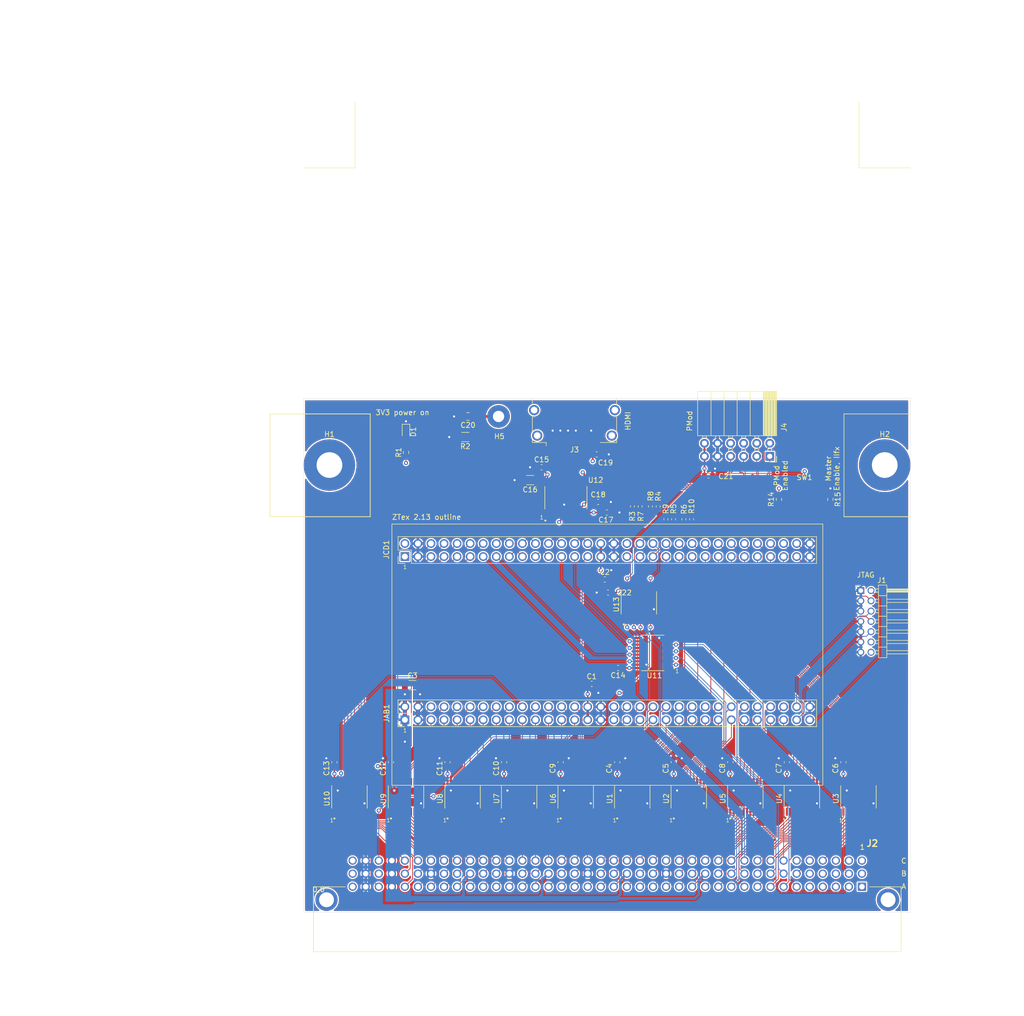
<source format=kicad_pcb>
(kicad_pcb (version 20171130) (host pcbnew 5.1.9+dfsg1-1~bpo10+1)
  (layers (0 F.Cu signal) (1 In1.Cu signal) (2 In2.Cu signal) (31 B.Cu signal) (34 B.Paste user) (35 F.Paste user) (36 B.SilkS user) (37 F.SilkS user) (38 B.Mask user) (39 F.Mask user) (44 Edge.Cuts user))
  (net 0 "")
  (net 1 GND)
  (net 2 +3V3)
  (net 3 +5V)
  (net 4 /B2B/JTAG_VIO)
  (net 5 FPGA_JTAG_TMS)
  (net 6 FPGA_JTAG_TCK)
  (net 7 FPGA_JTAG_TDO)
  (net 8 FPGA_JTAG_TDI)
  (net 9 "Net-(J2-PadMH2)")
  (net 10 "Net-(J2-PadMH1)")
  (net 11 "Net-(JCD1-Pad1)")
  (net 12 "Net-(JCD1-Pad2)")
  (net 13 "Net-(D1-Pad2)")
  (net 14 "Net-(H1-Pad1)")
  (net 15 "Net-(J1-Pad12)")
  (net 16 "Net-(J1-Pad14)")
  (net 17 "Net-(U11-Pad13)")
  (net 18 "Net-(U11-Pad11)")
  (net 19 "Net-(H2-Pad1)")
  (net 20 -12V)
  (net 21 +12V)
  (net 22 -5V)
  (net 23 C16M)
  (net 24 A0)
  (net 25 A3)
  (net 26 A6)
  (net 27 A8)
  (net 28 A11)
  (net 29 A14)
  (net 30 A16)
  (net 31 A19)
  (net 32 A22)
  (net 33 A24)
  (net 34 A27)
  (net 35 A30)
  (net 36 D31)
  (net 37 D28)
  (net 38 D25)
  (net 39 D23)
  (net 40 D20)
  (net 41 D17)
  (net 42 D15)
  (net 43 D12)
  (net 44 D9)
  (net 45 D7)
  (net 46 D4)
  (net 47 D1)
  (net 48 ~HALT)
  (net 49 FC0)
  (net 50 ~BR)
  (net 51 ~AS)
  (net 52 ~RW)
  (net 53 ~CBREQ)
  (net 54 RMC)
  (net 55 IPL0)
  (net 56 ~IRQ1)
  (net 57 ~TM0A)
  (net 58 ~NUBUS)
  (net 59 ~PFW)
  (net 60 ECLK)
  (net 61 A1)
  (net 62 A4)
  (net 63 A9)
  (net 64 A12)
  (net 65 A17)
  (net 66 A20)
  (net 67 A25)
  (net 68 A28)
  (net 69 D30)
  (net 70 D27)
  (net 71 D22)
  (net 72 D19)
  (net 73 D14)
  (net 74 D11)
  (net 75 D6)
  (net 76 D3)
  (net 77 ~BERR)
  (net 78 FC1)
  (net 79 ~BG)
  (net 80 SIZ0)
  (net 81 ~DSACK0)
  (net 82 ~CBACK)
  (net 83 ~DS)
  (net 84 IPL1)
  (net 85 ~IRQ2)
  (net 86 ~TM1A)
  (net 87 CACHE)
  (net 88 C40M)
  (net 89 CPUCLK)
  (net 90 A2)
  (net 91 A5)
  (net 92 A7)
  (net 93 A10)
  (net 94 A13)
  (net 95 A15)
  (net 96 A18)
  (net 97 A21)
  (net 98 A23)
  (net 99 A26)
  (net 100 A29)
  (net 101 A31)
  (net 102 D29)
  (net 103 D26)
  (net 104 D24)
  (net 105 D21)
  (net 106 D18)
  (net 107 D16)
  (net 108 D13)
  (net 109 D10)
  (net 110 D8)
  (net 111 D5)
  (net 112 D2)
  (net 113 D0)
  (net 114 ~RESET)
  (net 115 FC2)
  (net 116 ~BGACK)
  (net 117 SIZ1)
  (net 118 ~DSACK1)
  (net 119 ~STERM)
  (net 120 ~CIOUT)
  (net 121 IPL2)
  (net 122 ~IRQ3)
  (net 123 ~BUSLOCk)
  (net 124 ~FPU)
  (net 125 ~RBV)
  (net 126 SIZ0_3V3)
  (net 127 SIZ1_3V3)
  (net 128 ~RW_3V3)
  (net 129 ~DSACK0_3V3)
  (net 130 ~DSACK1_3V3)
  (net 131 ~STERM_3V3)
  (net 132 ~DS_3V3)
  (net 133 ~IRQ1_3V3)
  (net 134 FC0_3V3)
  (net 135 FC1_3V3)
  (net 136 FC2_3V3)
  (net 137 ~AS_3V3)
  (net 138 D0_3V3)
  (net 139 ~HALT_3V3)
  (net 140 ~BERR_3V3)
  (net 141 ~RESET_3V3)
  (net 142 D6_3V3)
  (net 143 D7_3V3)
  (net 144 D3_3V3)
  (net 145 D4_3V3)
  (net 146 D1_3V3)
  (net 147 D8_3V3)
  (net 148 D5_3V3)
  (net 149 D2_3V3)
  (net 150 D15_3V3)
  (net 151 D16_3V3)
  (net 152 D12_3V3)
  (net 153 D13_3V3)
  (net 154 D9_3V3)
  (net 155 D10_3V3)
  (net 156 D14_3V3)
  (net 157 D11_3V3)
  (net 158 D23_3V3)
  (net 159 D24_3V3)
  (net 160 D21_3V3)
  (net 161 D22_3V3)
  (net 162 D18_3V3)
  (net 163 D19_3V3)
  (net 164 D20_3V3)
  (net 165 D17_3V3)
  (net 166 A31_3V3)
  (net 167 D31_3V3)
  (net 168 D30_3V3)
  (net 169 D29_3V3)
  (net 170 D28_3V3)
  (net 171 D27_3V3)
  (net 172 D26_3V3)
  (net 173 D25_3V3)
  (net 174 A3_3V3)
  (net 175 A2_3V3)
  (net 176 CPUCLK_3V3)
  (net 177 A1_3V3)
  (net 178 A0_3V3)
  (net 179 A23_3V3)
  (net 180 A24_3V3)
  (net 181 A25_3V3)
  (net 182 A26_3V3)
  (net 183 A27_3V3)
  (net 184 A28_3V3)
  (net 185 A29_3V3)
  (net 186 A30_3V3)
  (net 187 A15_3V3)
  (net 188 A16_3V3)
  (net 189 A17_3V3)
  (net 190 A18_3V3)
  (net 191 A19_3V3)
  (net 192 A20_3V3)
  (net 193 A21_3V3)
  (net 194 A22_3V3)
  (net 195 A7_3V3)
  (net 196 A8_3V3)
  (net 197 A9_3V3)
  (net 198 A10_3V3)
  (net 199 A11_3V3)
  (net 200 A12_3V3)
  (net 201 A13_3V3)
  (net 202 A14_3V3)
  (net 203 A4_3V3)
  (net 204 A5_3V3)
  (net 205 A6_3V3)
  (net 206 /HDMI/HDMI_5V)
  (net 207 SHIELD)
  (net 208 /HDMI/hpd_b)
  (net 209 /HDMI/sda_b)
  (net 210 /HDMI/scl_b)
  (net 211 "Net-(J3-Pad14)")
  (net 212 /HDMI/cec_b)
  (net 213 HDMI_CLK-)
  (net 214 HDMI_CLK+)
  (net 215 HDMI_D0-)
  (net 216 HDMI_D0+)
  (net 217 HDMI_D1-)
  (net 218 HDMI_D1+)
  (net 219 HDMI_D2-)
  (net 220 HDMI_D2+)
  (net 221 "Net-(U12-Pad19)")
  (net 222 "Net-(U12-Pad14)")
  (net 223 HDMI_HPD_A)
  (net 224 HDMI_SDA_A)
  (net 225 HDMI_SCL_A)
  (net 226 HDMI_CEC_A)
  (net 227 PMOD-56-)
  (net 228 PMOD-56+)
  (net 229 PMOD-78-)
  (net 230 PMOD-78+)
  (net 231 PMOD-910+)
  (net 232 PMOD-1112-)
  (net 233 PMOD-1112+)
  (net 234 CACHE_3V3)
  (net 235 ~CIOUT_3V3)
  (net 236 ~CBACK_3V3)
  (net 237 ~CBREQ_3V3)
  (net 238 "Net-(U11-Pad17)")
  (net 239 "Net-(U11-Pad15)")
  (net 240 "Net-(R14-Pad2)")
  (net 241 "Net-(R15-Pad2)")
  (net 242 "Net-(U13-Pad17)")
  (net 243 "Net-(U13-Pad15)")
  (net 244 "Net-(U13-Pad13)")
  (net 245 /pmod/P56-)
  (net 246 /pmod/P56+)
  (net 247 /pmod/P78-)
  (net 248 /pmod/P78+)
  (net 249 /pmod/P910-)
  (net 250 /pmod/P910+)
  (net 251 /pmod/P1112-)
  (net 252 /pmod/P1112+)
  (net 253 C16M_3V3)
  (net 254 ~MASTER_OE)
  (module Resistor_SMD:R_0402_1005Metric (layer F.Cu) (at 171 76 270)
    (fp_text reference R10 (at -2.54 0 90) (layer F.SilkS))
    (fp_text value 22)
    (pad 2 smd roundrect (at 0.51 0 270) (size 0.54 0.64) (layers F.Cu F.Paste F.Mask) (net 233 PMOD-1112+))
    (pad 1 smd roundrect (at -0.51 0 270) (size 0.54 0.64) (layers F.Cu F.Paste F.Mask) (net 252 /pmod/P1112+))
  )
  (module Resistor_SMD:R_0402_1005Metric (layer F.Cu) (at 166 76 270)
    (fp_text reference R9 (at -2.01 0.01 90) (layer F.SilkS))
    (fp_text value 22)
    (pad 2 smd roundrect (at 0.51 0 270) (size 0.54 0.64) (layers F.Cu F.Paste F.Mask) (net 231 PMOD-910+))
    (pad 1 smd roundrect (at -0.51 0 270) (size 0.54 0.64) (layers F.Cu F.Paste F.Mask) (net 250 /pmod/P910+))
  )
  (module Resistor_SMD:R_0402_1005Metric (layer F.Cu) (at 163 73.5 270)
    (fp_text reference R8 (at -2.01 -0.04 90) (layer F.SilkS))
    (fp_text value 22)
    (pad 2 smd roundrect (at 0.51 0 270) (size 0.54 0.64) (layers F.Cu F.Paste F.Mask) (net 230 PMOD-78+))
    (pad 1 smd roundrect (at -0.51 0 270) (size 0.54 0.64) (layers F.Cu F.Paste F.Mask) (net 248 /pmod/P78+))
  )
  (module Resistor_SMD:R_0402_1005Metric (layer F.Cu) (at 159.5 73.5 270)
    (fp_text reference R7 (at 1.95 -1.62 90) (layer F.SilkS))
    (fp_text value 22)
    (pad 2 smd roundrect (at 0.51 0 270) (size 0.54 0.64) (layers F.Cu F.Paste F.Mask) (net 228 PMOD-56+))
    (pad 1 smd roundrect (at -0.51 0 270) (size 0.54 0.64) (layers F.Cu F.Paste F.Mask) (net 246 /pmod/P56+))
  )
  (module Resistor_SMD:R_0402_1005Metric (layer F.Cu) (at 169.5 76 90)
    (fp_text reference R6 (at 1.96 0.03 90) (layer F.SilkS))
    (fp_text value 22)
    (pad 2 smd roundrect (at 0.51 0 90) (size 0.54 0.64) (layers F.Cu F.Paste F.Mask) (net 251 /pmod/P1112-))
    (pad 1 smd roundrect (at -0.51 0 90) (size 0.54 0.64) (layers F.Cu F.Paste F.Mask) (net 232 PMOD-1112-))
  )
  (module Resistor_SMD:R_0402_1005Metric (layer F.Cu) (at 167.5 76 90)
    (fp_text reference R5 (at 2.03 -0.01 90) (layer F.SilkS))
    (fp_text value 22)
    (pad 2 smd roundrect (at 0.51 0 90) (size 0.54 0.64) (layers F.Cu F.Paste F.Mask) (net 249 /pmod/P910-))
    (pad 1 smd roundrect (at -0.51 0 90) (size 0.54 0.64) (layers F.Cu F.Paste F.Mask) (net 253 C16M_3V3))
  )
  (module Resistor_SMD:R_0402_1005Metric (layer F.Cu) (at 164.5 73.5 90)
    (fp_text reference R4 (at 1.98 0.02 90) (layer F.SilkS))
    (fp_text value 22)
    (pad 2 smd roundrect (at 0.51 0 90) (size 0.54 0.64) (layers F.Cu F.Paste F.Mask) (net 247 /pmod/P78-))
    (pad 1 smd roundrect (at -0.51 0 90) (size 0.54 0.64) (layers F.Cu F.Paste F.Mask) (net 229 PMOD-78-))
  )
  (module Resistor_SMD:R_0402_1005Metric (layer F.Cu) (at 161 73.5 90)
    (fp_text reference R3 (at -1.92 -1.52 90) (layer F.SilkS))
    (fp_text value 22)
    (pad 2 smd roundrect (at 0.51 0 90) (size 0.54 0.64) (layers F.Cu F.Paste F.Mask) (net 245 /pmod/P56-))
    (pad 1 smd roundrect (at -0.51 0 90) (size 0.54 0.64) (layers F.Cu F.Paste F.Mask) (net 227 PMOD-56-))
  )
  (module For_SeeedStudio:SOP65P640X120-20N (layer F.Cu) (at 160.75 92.25 90)
    (fp_text reference U13 (at -0.325 -4.385 90) (layer F.SilkS))
    (fp_text value SN74CB3T3245PWR)
    (pad 20 smd roundrect (at 2.87 -2.925 90) (size 1.57 0.41) (layers F.Cu F.Paste F.Mask) (roundrect_rratio 0.05) (net 2 +3V3))
    (pad 19 smd roundrect (at 2.87 -2.275 90) (size 1.57 0.41) (layers F.Cu F.Paste F.Mask) (roundrect_rratio 0.05) (net 254 ~MASTER_OE))
    (pad 18 smd roundrect (at 2.87 -1.625 90) (size 1.57 0.41) (layers F.Cu F.Paste F.Mask) (roundrect_rratio 0.05) (net 231 PMOD-910+))
    (pad 17 smd roundrect (at 2.87 -0.975 90) (size 1.57 0.41) (layers F.Cu F.Paste F.Mask) (roundrect_rratio 0.05) (net 242 "Net-(U13-Pad17)"))
    (pad 16 smd roundrect (at 2.87 -0.325 90) (size 1.57 0.41) (layers F.Cu F.Paste F.Mask) (roundrect_rratio 0.05) (net 232 PMOD-1112-))
    (pad 15 smd roundrect (at 2.87 0.325 90) (size 1.57 0.41) (layers F.Cu F.Paste F.Mask) (roundrect_rratio 0.05) (net 243 "Net-(U13-Pad15)"))
    (pad 14 smd roundrect (at 2.87 0.975 90) (size 1.57 0.41) (layers F.Cu F.Paste F.Mask) (roundrect_rratio 0.05) (net 233 PMOD-1112+))
    (pad 13 smd roundrect (at 2.87 1.625 90) (size 1.57 0.41) (layers F.Cu F.Paste F.Mask) (roundrect_rratio 0.05) (net 244 "Net-(U13-Pad13)"))
    (pad 12 smd roundrect (at 2.87 2.275 90) (size 1.57 0.41) (layers F.Cu F.Paste F.Mask) (roundrect_rratio 0.05) (net 253 C16M_3V3))
    (pad 11 smd roundrect (at 2.87 2.925 90) (size 1.57 0.41) (layers F.Cu F.Paste F.Mask) (roundrect_rratio 0.05) (net 229 PMOD-78-))
    (pad 10 smd roundrect (at -2.87 2.925 90) (size 1.57 0.41) (layers F.Cu F.Paste F.Mask) (roundrect_rratio 0.05) (net 1 GND))
    (pad 9 smd roundrect (at -2.87 2.275 90) (size 1.57 0.41) (layers F.Cu F.Paste F.Mask) (roundrect_rratio 0.05) (net 124 ~FPU))
    (pad 8 smd roundrect (at -2.87 1.625 90) (size 1.57 0.41) (layers F.Cu F.Paste F.Mask) (roundrect_rratio 0.05) (net 23 C16M))
    (pad 7 smd roundrect (at -2.87 0.975 90) (size 1.57 0.41) (layers F.Cu F.Paste F.Mask) (roundrect_rratio 0.05) (net 1 GND))
    (pad 6 smd roundrect (at -2.87 0.325 90) (size 1.57 0.41) (layers F.Cu F.Paste F.Mask) (roundrect_rratio 0.05) (net 50 ~BR))
    (pad 5 smd roundrect (at -2.87 -0.325 90) (size 1.57 0.41) (layers F.Cu F.Paste F.Mask) (roundrect_rratio 0.05) (net 1 GND))
    (pad 4 smd roundrect (at -2.87 -0.975 90) (size 1.57 0.41) (layers F.Cu F.Paste F.Mask) (roundrect_rratio 0.05) (net 79 ~BG))
    (pad 3 smd roundrect (at -2.87 -1.625 90) (size 1.57 0.41) (layers F.Cu F.Paste F.Mask) (roundrect_rratio 0.05) (net 1 GND))
    (pad 2 smd roundrect (at -2.87 -2.275 90) (size 1.57 0.41) (layers F.Cu F.Paste F.Mask) (roundrect_rratio 0.05) (net 116 ~BGACK))
    (pad 1 smd roundrect (at -2.87 -2.925 90) (size 1.57 0.41) (layers F.Cu F.Paste F.Mask) (roundrect_rratio 0.05))
  )
  (module For_SeeedStudio:CJS-1201B (layer F.Cu) (at 193 71)
    (fp_text reference SW1 (at -0.04 -3.15) (layer F.SilkS))
    (fp_text value SW_SPDT)
    (pad 3 smd rect (at 1.75 1.95) (size 1 1.3) (layers F.Cu F.Paste F.Mask) (net 241 "Net-(R15-Pad2)"))
    (pad 2 smd rect (at 0 -1.95) (size 1 1.3) (layers F.Cu F.Paste F.Mask) (net 254 ~MASTER_OE))
    (pad 1 smd rect (at -1.75 1.95) (size 1 1.3) (layers F.Cu F.Paste F.Mask) (net 240 "Net-(R14-Pad2)"))
  )
  (module Resistor_SMD:R_0603_1608Metric (layer F.Cu) (at 198 72.125 270)
    (fp_text reference R15 (at 0 -1.43 90) (layer F.SilkS))
    (fp_text value 10k)
    (pad 2 smd roundrect (at 0.825 0 270) (size 0.8 0.95) (layers F.Cu F.Paste F.Mask) (net 241 "Net-(R15-Pad2)"))
    (pad 1 smd roundrect (at -0.825 0 270) (size 0.8 0.95) (layers F.Cu F.Paste F.Mask) (net 1 GND))
  )
  (module Resistor_SMD:R_0603_1608Metric (layer F.Cu) (at 188 72.125 270)
    (fp_text reference R14 (at -0.015 1.53 90) (layer F.SilkS))
    (fp_text value 10k)
    (pad 2 smd roundrect (at 0.825 0 270) (size 0.8 0.95) (layers F.Cu F.Paste F.Mask) (net 240 "Net-(R14-Pad2)"))
    (pad 1 smd roundrect (at -0.825 0 270) (size 0.8 0.95) (layers F.Cu F.Paste F.Mask) (net 2 +3V3))
  )
  (module Capacitor_SMD:C_0603_1608Metric (layer F.Cu) (at 154.75 90.25 180)
    (fp_text reference C22 (at -3.14 -0.03) (layer F.SilkS))
    (fp_text value 100nF)
    (pad 2 smd roundrect (at 0.775 0 180) (size 0.9 0.95) (layers F.Cu F.Paste F.Mask) (net 1 GND))
    (pad 1 smd roundrect (at -0.775 0 180) (size 0.9 0.95) (layers F.Cu F.Paste F.Mask) (net 2 +3V3))
  )
  (module Connector_PinSocket_2.54mm:PinSocket_2x06_P2.54mm_Horizontal (layer F.Cu) (at 186.21 63.75 270)
    (fp_text reference J4 (at -5.65 -2.77 90) (layer F.SilkS))
    (fp_text value "A2541HWR-2x6P (Pmod 2x6 F R)")
    (pad 12 thru_hole oval (at -2.54 12.7 270) (size 1.7 1.7) (drill 1) (layers *.Cu *.Mask) (net 2 +3V3))
    (pad 11 thru_hole oval (at 0 12.7 270) (size 1.7 1.7) (drill 1) (layers *.Cu *.Mask) (net 2 +3V3))
    (pad 10 thru_hole oval (at -2.54 10.16 270) (size 1.7 1.7) (drill 1) (layers *.Cu *.Mask) (net 1 GND))
    (pad 9 thru_hole oval (at 0 10.16 270) (size 1.7 1.7) (drill 1) (layers *.Cu *.Mask) (net 1 GND))
    (pad 8 thru_hole oval (at -2.54 7.62 270) (size 1.7 1.7) (drill 1) (layers *.Cu *.Mask) (net 245 /pmod/P56-))
    (pad 7 thru_hole oval (at 0 7.62 270) (size 1.7 1.7) (drill 1) (layers *.Cu *.Mask) (net 246 /pmod/P56+))
    (pad 6 thru_hole oval (at -2.54 5.08 270) (size 1.7 1.7) (drill 1) (layers *.Cu *.Mask) (net 247 /pmod/P78-))
    (pad 5 thru_hole oval (at 0 5.08 270) (size 1.7 1.7) (drill 1) (layers *.Cu *.Mask) (net 248 /pmod/P78+))
    (pad 4 thru_hole oval (at -2.54 2.54 270) (size 1.7 1.7) (drill 1) (layers *.Cu *.Mask) (net 249 /pmod/P910-))
    (pad 3 thru_hole oval (at 0 2.54 270) (size 1.7 1.7) (drill 1) (layers *.Cu *.Mask) (net 250 /pmod/P910+))
    (pad 2 thru_hole oval (at -2.54 0 270) (size 1.7 1.7) (drill 1) (layers *.Cu *.Mask) (net 251 /pmod/P1112-))
    (pad 1 thru_hole rect (at 0 0 270) (size 1.7 1.7) (drill 1) (layers *.Cu *.Mask) (net 252 /pmod/P1112+))
  )
  (module Capacitor_SMD:C_0603_1608Metric (layer F.Cu) (at 174.285 67.5)
    (fp_text reference C21 (at 3.395 0.15) (layer F.SilkS))
    (fp_text value 100nF)
    (pad 2 smd roundrect (at 0.775 0) (size 0.9 0.95) (layers F.Cu F.Paste F.Mask) (net 1 GND))
    (pad 1 smd roundrect (at -0.775 0) (size 0.9 0.95) (layers F.Cu F.Paste F.Mask) (net 2 +3V3))
  )
  (module For_SeeedStudio:SOP65P640X120-24N (layer F.Cu) (at 146.555 71.81 90)
    (fp_text reference U12 (at 3.44 5.795 180) (layer F.SilkS))
    (fp_text value TPD12S016PWR)
    (pad 24 smd rect (at 2.87 -3.575 90) (size 1.57 0.41) (layers F.Cu F.Paste F.Mask) (net 2 +3V3))
    (pad 23 smd rect (at 2.87 -2.925 90) (size 1.57 0.41) (layers F.Cu F.Paste F.Mask) (net 220 HDMI_D2+))
    (pad 22 smd rect (at 2.87 -2.275 90) (size 1.57 0.41) (layers F.Cu F.Paste F.Mask) (net 219 HDMI_D2-))
    (pad 21 smd rect (at 2.87 -1.625 90) (size 1.57 0.41) (layers F.Cu F.Paste F.Mask) (net 218 HDMI_D1+))
    (pad 20 smd rect (at 2.87 -0.975 90) (size 1.57 0.41) (layers F.Cu F.Paste F.Mask) (net 217 HDMI_D1-))
    (pad 19 smd rect (at 2.87 -0.325 90) (size 1.57 0.41) (layers F.Cu F.Paste F.Mask) (net 221 "Net-(U12-Pad19)"))
    (pad 18 smd rect (at 2.87 0.325 90) (size 1.57 0.41) (layers F.Cu F.Paste F.Mask) (net 216 HDMI_D0+))
    (pad 17 smd rect (at 2.87 0.975 90) (size 1.57 0.41) (layers F.Cu F.Paste F.Mask) (net 215 HDMI_D0-))
    (pad 16 smd rect (at 2.87 1.625 90) (size 1.57 0.41) (layers F.Cu F.Paste F.Mask) (net 214 HDMI_CLK+))
    (pad 15 smd rect (at 2.87 2.275 90) (size 1.57 0.41) (layers F.Cu F.Paste F.Mask) (net 213 HDMI_CLK-))
    (pad 14 smd rect (at 2.87 2.925 90) (size 1.57 0.41) (layers F.Cu F.Paste F.Mask) (net 222 "Net-(U12-Pad14)"))
    (pad 13 smd rect (at 2.87 3.575 90) (size 1.57 0.41) (layers F.Cu F.Paste F.Mask) (net 206 /HDMI/HDMI_5V))
    (pad 12 smd rect (at -2.87 3.575 90) (size 1.57 0.41) (layers F.Cu F.Paste F.Mask) (net 2 +3V3))
    (pad 11 smd rect (at -2.87 2.925 90) (size 1.57 0.41) (layers F.Cu F.Paste F.Mask) (net 3 +5V))
    (pad 10 smd rect (at -2.87 2.275 90) (size 1.57 0.41) (layers F.Cu F.Paste F.Mask) (net 208 /HDMI/hpd_b))
    (pad 9 smd rect (at -2.87 1.625 90) (size 1.57 0.41) (layers F.Cu F.Paste F.Mask) (net 209 /HDMI/sda_b))
    (pad 8 smd rect (at -2.87 0.975 90) (size 1.57 0.41) (layers F.Cu F.Paste F.Mask) (net 210 /HDMI/scl_b))
    (pad 7 smd rect (at -2.87 0.325 90) (size 1.57 0.41) (layers F.Cu F.Paste F.Mask) (net 212 /HDMI/cec_b))
    (pad 6 smd rect (at -2.87 -0.325 90) (size 1.57 0.41) (layers F.Cu F.Paste F.Mask) (net 1 GND))
    (pad 5 smd rect (at -2.87 -0.975 90) (size 1.57 0.41) (layers F.Cu F.Paste F.Mask) (net 2 +3V3))
    (pad 4 smd rect (at -2.87 -1.625 90) (size 1.57 0.41) (layers F.Cu F.Paste F.Mask) (net 223 HDMI_HPD_A))
    (pad 3 smd rect (at -2.87 -2.275 90) (size 1.57 0.41) (layers F.Cu F.Paste F.Mask) (net 224 HDMI_SDA_A))
    (pad 2 smd rect (at -2.87 -2.925 90) (size 1.57 0.41) (layers F.Cu F.Paste F.Mask) (net 225 HDMI_SCL_A))
    (pad 1 smd rect (at -2.87 -3.575 90) (size 1.57 0.41) (layers F.Cu F.Paste F.Mask) (net 226 HDMI_CEC_A))
  )
  (module Resistor_SMD:R_1206_3216Metric (layer F.Cu) (at 126.9975 60 180)
    (fp_text reference R2 (at 0 -1.82) (layer F.SilkS))
    (fp_text value "1M 500V 1206")
    (pad 2 smd roundrect (at 1.4625 0 180) (size 1.125 1.75) (layers F.Cu F.Paste F.Mask) (roundrect_rratio 0.2222213333333333) (net 1 GND))
    (pad 1 smd roundrect (at -1.4625 0 180) (size 1.125 1.75) (layers F.Cu F.Paste F.Mask) (roundrect_rratio 0.2222213333333333) (net 207 SHIELD))
  )
  (module For_SeeedStudio:HDMI_A_Amphenol_10029449-111 (layer F.Cu) (at 148.23 57.67 180)
    (fp_text reference J3 (at 0 -4.8) (layer F.SilkS))
    (fp_text value "10029449-111RLF (HDMI A)")
    (pad SH thru_hole circle (at -7.85 2.9 180) (size 2 2) (drill 1.3) (layers *.Cu *.Mask) (net 207 SHIELD))
    (pad SH thru_hole circle (at 7.85 2.9 180) (size 2 2) (drill 1.3) (layers *.Cu *.Mask) (net 207 SHIELD))
    (pad SH thru_hole circle (at -7.25 -2.05 180) (size 2 2) (drill 1.3) (layers *.Cu *.Mask) (net 207 SHIELD))
    (pad SH thru_hole circle (at 7.25 -2.05 180) (size 2 2) (drill 1.3) (layers *.Cu *.Mask) (net 207 SHIELD))
    (pad 19 smd rect (at -4.25 -2.95 180) (size 0.3 1.9) (layers F.Cu F.Paste F.Mask) (net 208 /HDMI/hpd_b))
    (pad 18 smd rect (at -3.75 -2.95 180) (size 0.3 1.9) (layers F.Cu F.Paste F.Mask) (net 206 /HDMI/HDMI_5V))
    (pad 17 smd rect (at -3.25 -2.95 180) (size 0.3 1.9) (layers F.Cu F.Paste F.Mask) (net 1 GND))
    (pad 16 smd rect (at -2.75 -2.95 180) (size 0.3 1.9) (layers F.Cu F.Paste F.Mask) (net 209 /HDMI/sda_b))
    (pad 15 smd rect (at -2.25 -2.95 180) (size 0.3 1.9) (layers F.Cu F.Paste F.Mask) (net 210 /HDMI/scl_b))
    (pad 14 smd rect (at -1.75 -2.95 180) (size 0.3 1.9) (layers F.Cu F.Paste F.Mask) (net 211 "Net-(J3-Pad14)"))
    (pad 13 smd rect (at -1.25 -2.95 180) (size 0.3 1.9) (layers F.Cu F.Paste F.Mask) (net 212 /HDMI/cec_b))
    (pad 12 smd rect (at -0.75 -2.95 180) (size 0.3 1.9) (layers F.Cu F.Paste F.Mask) (net 213 HDMI_CLK-))
    (pad 11 smd rect (at -0.25 -2.95 180) (size 0.3 1.9) (layers F.Cu F.Paste F.Mask) (net 1 GND))
    (pad 10 smd rect (at 0.25 -2.95 180) (size 0.3 1.9) (layers F.Cu F.Paste F.Mask) (net 214 HDMI_CLK+))
    (pad 9 smd rect (at 0.75 -2.95 180) (size 0.3 1.9) (layers F.Cu F.Paste F.Mask) (net 215 HDMI_D0-))
    (pad 8 smd rect (at 1.25 -2.95 180) (size 0.3 1.9) (layers F.Cu F.Paste F.Mask) (net 1 GND))
    (pad 7 smd rect (at 1.75 -2.95 180) (size 0.3 1.9) (layers F.Cu F.Paste F.Mask) (net 216 HDMI_D0+))
    (pad 6 smd rect (at 2.25 -2.95 180) (size 0.3 1.9) (layers F.Cu F.Paste F.Mask) (net 217 HDMI_D1-))
    (pad 5 smd rect (at 2.75 -2.95 180) (size 0.3 1.9) (layers F.Cu F.Paste F.Mask) (net 1 GND))
    (pad 4 smd rect (at 3.25 -2.95 180) (size 0.3 1.9) (layers F.Cu F.Paste F.Mask) (net 218 HDMI_D1+))
    (pad 3 smd rect (at 3.75 -2.95 180) (size 0.3 1.9) (layers F.Cu F.Paste F.Mask) (net 219 HDMI_D2-))
    (pad 2 smd rect (at 4.25 -2.95 180) (size 0.3 1.9) (layers F.Cu F.Paste F.Mask) (net 1 GND))
    (pad 1 smd rect (at 4.75 -2.95 180) (size 0.3 1.9) (layers F.Cu F.Paste F.Mask) (net 220 HDMI_D2+))
  )
  (module MountingHole:MountingHole_2.2mm_M2_Pad (layer F.Cu) (at 133.46 56)
    (fp_text reference H5 (at 0.16 3.88) (layer F.SilkS))
    (fp_text value MountingHole_Pad)
    (pad 1 thru_hole circle (at 0 0) (size 4.4 4.4) (drill 2.2) (layers *.Cu *.Mask) (net 207 SHIELD))
  )
  (module Capacitor_SMD:C_0805_2012Metric (layer F.Cu) (at 127.51 56 180)
    (fp_text reference C20 (at 0 -1.68) (layer F.SilkS))
    (fp_text value "10nF 1kV 0805")
    (pad 2 smd roundrect (at 0.95 0 180) (size 1 1.45) (layers F.Cu F.Paste F.Mask) (net 1 GND))
    (pad 1 smd roundrect (at -0.95 0 180) (size 1 1.45) (layers F.Cu F.Paste F.Mask) (net 207 SHIELD))
  )
  (module Capacitor_SMD:C_0603_1608Metric (layer F.Cu) (at 152.555 63.38)
    (fp_text reference C19 (at 1.705 1.62) (layer F.SilkS))
    (fp_text value 100nF)
    (pad 2 smd roundrect (at 0.775 0) (size 0.9 0.95) (layers F.Cu F.Paste F.Mask) (net 1 GND))
    (pad 1 smd roundrect (at -0.775 0) (size 0.9 0.95) (layers F.Cu F.Paste F.Mask) (net 206 /HDMI/HDMI_5V))
  )
  (module Capacitor_SMD:C_0603_1608Metric (layer F.Cu) (at 152.83 72.63)
    (fp_text reference C18 (at 0 -1.43) (layer F.SilkS))
    (fp_text value 100nF)
    (pad 2 smd roundrect (at 0.775 0) (size 0.9 0.95) (layers F.Cu F.Paste F.Mask) (net 1 GND))
    (pad 1 smd roundrect (at -0.775 0) (size 0.9 0.95) (layers F.Cu F.Paste F.Mask) (net 3 +5V))
  )
  (module Capacitor_SMD:C_0603_1608Metric (layer F.Cu) (at 154.525 74.68)
    (fp_text reference C17 (at -0.19 1.43) (layer F.SilkS))
    (fp_text value 100nF)
    (pad 2 smd roundrect (at 0.775 0) (size 0.9 0.95) (layers F.Cu F.Paste F.Mask) (net 1 GND))
    (pad 1 smd roundrect (at -0.775 0) (size 0.9 0.95) (layers F.Cu F.Paste F.Mask) (net 2 +3V3))
  )
  (module Capacitor_SMD:C_1206_3216Metric (layer F.Cu) (at 139.605 68.38 180)
    (fp_text reference C16 (at 0 -1.85) (layer F.SilkS))
    (fp_text value "47uF 10V 1206")
    (pad 2 smd roundrect (at 1.475 0 180) (size 1.15 1.8) (layers F.Cu F.Paste F.Mask) (roundrect_rratio 0.2173904347826087) (net 1 GND))
    (pad 1 smd roundrect (at -1.475 0 180) (size 1.15 1.8) (layers F.Cu F.Paste F.Mask) (roundrect_rratio 0.2173904347826087) (net 2 +3V3))
  )
  (module Capacitor_SMD:C_0603_1608Metric (layer F.Cu) (at 141.83 65.88 180)
    (fp_text reference C15 (at 0 1.5) (layer F.SilkS))
    (fp_text value 10nF)
    (pad 2 smd roundrect (at 0.775 0 180) (size 0.9 0.95) (layers F.Cu F.Paste F.Mask) (net 1 GND))
    (pad 1 smd roundrect (at -0.775 0 180) (size 0.9 0.95) (layers F.Cu F.Paste F.Mask) (net 2 +3V3))
  )
  (module MountingHole:MountingHole_5mm_Pad (layer F.Cu) (at 208.57 65.45)
    (fp_text reference H2 (at 0 -6) (layer F.SilkS))
    (fp_text value MountingHole_Pad)
    (pad 1 thru_hole circle (at 0 0) (size 10 10) (drill 5) (layers *.Cu *.Mask) (net 19 "Net-(H2-Pad1)"))
  )
  (module MountingHole:MountingHole_5mm_Pad (layer F.Cu) (at 100.57 65.45)
    (fp_text reference H1 (at 0 -6) (layer F.SilkS))
    (fp_text value MountingHole_Pad)
    (pad 1 thru_hole circle (at 0 0) (size 10 10) (drill 5) (layers *.Cu *.Mask) (net 14 "Net-(H1-Pad1)"))
  )
  (module For_SeeedStudio:SOP65P640X120-20N (layer F.Cu) (at 163.46 102 180)
    (fp_text reference U11 (at -0.325 -4.385) (layer F.SilkS))
    (fp_text value SN74CB3T3245PWR)
    (pad 20 smd roundrect (at 2.87 -2.925 180) (size 1.57 0.41) (layers F.Cu F.Paste F.Mask) (roundrect_rratio 0.05) (net 2 +3V3))
    (pad 19 smd roundrect (at 2.87 -2.275 180) (size 1.57 0.41) (layers F.Cu F.Paste F.Mask) (roundrect_rratio 0.05) (net 1 GND))
    (pad 18 smd roundrect (at 2.87 -1.625 180) (size 1.57 0.41) (layers F.Cu F.Paste F.Mask) (roundrect_rratio 0.05) (net 236 ~CBACK_3V3))
    (pad 17 smd roundrect (at 2.87 -0.975 180) (size 1.57 0.41) (layers F.Cu F.Paste F.Mask) (roundrect_rratio 0.05) (net 238 "Net-(U11-Pad17)"))
    (pad 16 smd roundrect (at 2.87 -0.325 180) (size 1.57 0.41) (layers F.Cu F.Paste F.Mask) (roundrect_rratio 0.05) (net 237 ~CBREQ_3V3))
    (pad 15 smd roundrect (at 2.87 0.325 180) (size 1.57 0.41) (layers F.Cu F.Paste F.Mask) (roundrect_rratio 0.05) (net 239 "Net-(U11-Pad15)"))
    (pad 14 smd roundrect (at 2.87 0.975 180) (size 1.57 0.41) (layers F.Cu F.Paste F.Mask) (roundrect_rratio 0.05) (net 235 ~CIOUT_3V3))
    (pad 13 smd roundrect (at 2.87 1.625 180) (size 1.57 0.41) (layers F.Cu F.Paste F.Mask) (roundrect_rratio 0.05) (net 17 "Net-(U11-Pad13)"))
    (pad 12 smd roundrect (at 2.87 2.275 180) (size 1.57 0.41) (layers F.Cu F.Paste F.Mask) (roundrect_rratio 0.05) (net 234 CACHE_3V3))
    (pad 11 smd roundrect (at 2.87 2.925 180) (size 1.57 0.41) (layers F.Cu F.Paste F.Mask) (roundrect_rratio 0.05) (net 18 "Net-(U11-Pad11)"))
    (pad 10 smd roundrect (at -2.87 2.925 180) (size 1.57 0.41) (layers F.Cu F.Paste F.Mask) (roundrect_rratio 0.05) (net 1 GND))
    (pad 9 smd roundrect (at -2.87 2.275 180) (size 1.57 0.41) (layers F.Cu F.Paste F.Mask) (roundrect_rratio 0.05) (net 1 GND))
    (pad 8 smd roundrect (at -2.87 1.625 180) (size 1.57 0.41) (layers F.Cu F.Paste F.Mask) (roundrect_rratio 0.05) (net 87 CACHE))
    (pad 7 smd roundrect (at -2.87 0.975 180) (size 1.57 0.41) (layers F.Cu F.Paste F.Mask) (roundrect_rratio 0.05) (net 1 GND))
    (pad 6 smd roundrect (at -2.87 0.325 180) (size 1.57 0.41) (layers F.Cu F.Paste F.Mask) (roundrect_rratio 0.05) (net 120 ~CIOUT))
    (pad 5 smd roundrect (at -2.87 -0.325 180) (size 1.57 0.41) (layers F.Cu F.Paste F.Mask) (roundrect_rratio 0.05) (net 1 GND))
    (pad 4 smd roundrect (at -2.87 -0.975 180) (size 1.57 0.41) (layers F.Cu F.Paste F.Mask) (roundrect_rratio 0.05) (net 53 ~CBREQ))
    (pad 3 smd roundrect (at -2.87 -1.625 180) (size 1.57 0.41) (layers F.Cu F.Paste F.Mask) (roundrect_rratio 0.05) (net 1 GND))
    (pad 2 smd roundrect (at -2.87 -2.275 180) (size 1.57 0.41) (layers F.Cu F.Paste F.Mask) (roundrect_rratio 0.05) (net 82 ~CBACK))
    (pad 1 smd roundrect (at -2.87 -2.925 180) (size 1.57 0.41) (layers F.Cu F.Paste F.Mask) (roundrect_rratio 0.05))
  )
  (module For_SeeedStudio:SOP65P640X120-20N (layer F.Cu) (at 104.46 130 90)
    (fp_text reference U10 (at -0.325 -4.385 90) (layer F.SilkS))
    (fp_text value SN74CB3T3245PWR)
    (pad 20 smd roundrect (at 2.87 -2.925 90) (size 1.57 0.41) (layers F.Cu F.Paste F.Mask) (roundrect_rratio 0.05) (net 2 +3V3))
    (pad 19 smd roundrect (at 2.87 -2.275 90) (size 1.57 0.41) (layers F.Cu F.Paste F.Mask) (roundrect_rratio 0.05) (net 1 GND))
    (pad 18 smd roundrect (at 2.87 -1.625 90) (size 1.57 0.41) (layers F.Cu F.Paste F.Mask) (roundrect_rratio 0.05) (net 176 CPUCLK_3V3))
    (pad 17 smd roundrect (at 2.87 -0.975 90) (size 1.57 0.41) (layers F.Cu F.Paste F.Mask) (roundrect_rratio 0.05) (net 178 A0_3V3))
    (pad 16 smd roundrect (at 2.87 -0.325 90) (size 1.57 0.41) (layers F.Cu F.Paste F.Mask) (roundrect_rratio 0.05) (net 177 A1_3V3))
    (pad 15 smd roundrect (at 2.87 0.325 90) (size 1.57 0.41) (layers F.Cu F.Paste F.Mask) (roundrect_rratio 0.05) (net 175 A2_3V3))
    (pad 14 smd roundrect (at 2.87 0.975 90) (size 1.57 0.41) (layers F.Cu F.Paste F.Mask) (roundrect_rratio 0.05) (net 174 A3_3V3))
    (pad 13 smd roundrect (at 2.87 1.625 90) (size 1.57 0.41) (layers F.Cu F.Paste F.Mask) (roundrect_rratio 0.05) (net 203 A4_3V3))
    (pad 12 smd roundrect (at 2.87 2.275 90) (size 1.57 0.41) (layers F.Cu F.Paste F.Mask) (roundrect_rratio 0.05) (net 204 A5_3V3))
    (pad 11 smd roundrect (at 2.87 2.925 90) (size 1.57 0.41) (layers F.Cu F.Paste F.Mask) (roundrect_rratio 0.05) (net 205 A6_3V3))
    (pad 10 smd roundrect (at -2.87 2.925 90) (size 1.57 0.41) (layers F.Cu F.Paste F.Mask) (roundrect_rratio 0.05) (net 1 GND))
    (pad 9 smd roundrect (at -2.87 2.275 90) (size 1.57 0.41) (layers F.Cu F.Paste F.Mask) (roundrect_rratio 0.05) (net 26 A6))
    (pad 8 smd roundrect (at -2.87 1.625 90) (size 1.57 0.41) (layers F.Cu F.Paste F.Mask) (roundrect_rratio 0.05) (net 91 A5))
    (pad 7 smd roundrect (at -2.87 0.975 90) (size 1.57 0.41) (layers F.Cu F.Paste F.Mask) (roundrect_rratio 0.05) (net 62 A4))
    (pad 6 smd roundrect (at -2.87 0.325 90) (size 1.57 0.41) (layers F.Cu F.Paste F.Mask) (roundrect_rratio 0.05) (net 25 A3))
    (pad 5 smd roundrect (at -2.87 -0.325 90) (size 1.57 0.41) (layers F.Cu F.Paste F.Mask) (roundrect_rratio 0.05) (net 90 A2))
    (pad 4 smd roundrect (at -2.87 -0.975 90) (size 1.57 0.41) (layers F.Cu F.Paste F.Mask) (roundrect_rratio 0.05) (net 61 A1))
    (pad 3 smd roundrect (at -2.87 -1.625 90) (size 1.57 0.41) (layers F.Cu F.Paste F.Mask) (roundrect_rratio 0.05) (net 24 A0))
    (pad 2 smd roundrect (at -2.87 -2.275 90) (size 1.57 0.41) (layers F.Cu F.Paste F.Mask) (roundrect_rratio 0.05) (net 89 CPUCLK))
    (pad 1 smd roundrect (at -2.87 -2.925 90) (size 1.57 0.41) (layers F.Cu F.Paste F.Mask) (roundrect_rratio 0.05))
  )
  (module For_SeeedStudio:SOP65P640X120-20N (layer F.Cu) (at 115.46 130 90)
    (fp_text reference U9 (at -0.325 -4.385 90) (layer F.SilkS))
    (fp_text value SN74CB3T3245PWR)
    (pad 20 smd roundrect (at 2.87 -2.925 90) (size 1.57 0.41) (layers F.Cu F.Paste F.Mask) (roundrect_rratio 0.05) (net 2 +3V3))
    (pad 19 smd roundrect (at 2.87 -2.275 90) (size 1.57 0.41) (layers F.Cu F.Paste F.Mask) (roundrect_rratio 0.05) (net 1 GND))
    (pad 18 smd roundrect (at 2.87 -1.625 90) (size 1.57 0.41) (layers F.Cu F.Paste F.Mask) (roundrect_rratio 0.05) (net 195 A7_3V3))
    (pad 17 smd roundrect (at 2.87 -0.975 90) (size 1.57 0.41) (layers F.Cu F.Paste F.Mask) (roundrect_rratio 0.05) (net 196 A8_3V3))
    (pad 16 smd roundrect (at 2.87 -0.325 90) (size 1.57 0.41) (layers F.Cu F.Paste F.Mask) (roundrect_rratio 0.05) (net 197 A9_3V3))
    (pad 15 smd roundrect (at 2.87 0.325 90) (size 1.57 0.41) (layers F.Cu F.Paste F.Mask) (roundrect_rratio 0.05) (net 198 A10_3V3))
    (pad 14 smd roundrect (at 2.87 0.975 90) (size 1.57 0.41) (layers F.Cu F.Paste F.Mask) (roundrect_rratio 0.05) (net 199 A11_3V3))
    (pad 13 smd roundrect (at 2.87 1.625 90) (size 1.57 0.41) (layers F.Cu F.Paste F.Mask) (roundrect_rratio 0.05) (net 200 A12_3V3))
    (pad 12 smd roundrect (at 2.87 2.275 90) (size 1.57 0.41) (layers F.Cu F.Paste F.Mask) (roundrect_rratio 0.05) (net 201 A13_3V3))
    (pad 11 smd roundrect (at 2.87 2.925 90) (size 1.57 0.41) (layers F.Cu F.Paste F.Mask) (roundrect_rratio 0.05) (net 202 A14_3V3))
    (pad 10 smd roundrect (at -2.87 2.925 90) (size 1.57 0.41) (layers F.Cu F.Paste F.Mask) (roundrect_rratio 0.05) (net 1 GND))
    (pad 9 smd roundrect (at -2.87 2.275 90) (size 1.57 0.41) (layers F.Cu F.Paste F.Mask) (roundrect_rratio 0.05) (net 29 A14))
    (pad 8 smd roundrect (at -2.87 1.625 90) (size 1.57 0.41) (layers F.Cu F.Paste F.Mask) (roundrect_rratio 0.05) (net 94 A13))
    (pad 7 smd roundrect (at -2.87 0.975 90) (size 1.57 0.41) (layers F.Cu F.Paste F.Mask) (roundrect_rratio 0.05) (net 64 A12))
    (pad 6 smd roundrect (at -2.87 0.325 90) (size 1.57 0.41) (layers F.Cu F.Paste F.Mask) (roundrect_rratio 0.05) (net 28 A11))
    (pad 5 smd roundrect (at -2.87 -0.325 90) (size 1.57 0.41) (layers F.Cu F.Paste F.Mask) (roundrect_rratio 0.05) (net 93 A10))
    (pad 4 smd roundrect (at -2.87 -0.975 90) (size 1.57 0.41) (layers F.Cu F.Paste F.Mask) (roundrect_rratio 0.05) (net 63 A9))
    (pad 3 smd roundrect (at -2.87 -1.625 90) (size 1.57 0.41) (layers F.Cu F.Paste F.Mask) (roundrect_rratio 0.05) (net 27 A8))
    (pad 2 smd roundrect (at -2.87 -2.275 90) (size 1.57 0.41) (layers F.Cu F.Paste F.Mask) (roundrect_rratio 0.05) (net 92 A7))
    (pad 1 smd roundrect (at -2.87 -2.925 90) (size 1.57 0.41) (layers F.Cu F.Paste F.Mask) (roundrect_rratio 0.05))
  )
  (module For_SeeedStudio:SOP65P640X120-20N (layer F.Cu) (at 126.46 130 90)
    (fp_text reference U8 (at -0.325 -4.385 90) (layer F.SilkS))
    (fp_text value SN74CB3T3245PWR)
    (pad 20 smd roundrect (at 2.87 -2.925 90) (size 1.57 0.41) (layers F.Cu F.Paste F.Mask) (roundrect_rratio 0.05) (net 2 +3V3))
    (pad 19 smd roundrect (at 2.87 -2.275 90) (size 1.57 0.41) (layers F.Cu F.Paste F.Mask) (roundrect_rratio 0.05) (net 1 GND))
    (pad 18 smd roundrect (at 2.87 -1.625 90) (size 1.57 0.41) (layers F.Cu F.Paste F.Mask) (roundrect_rratio 0.05) (net 187 A15_3V3))
    (pad 17 smd roundrect (at 2.87 -0.975 90) (size 1.57 0.41) (layers F.Cu F.Paste F.Mask) (roundrect_rratio 0.05) (net 188 A16_3V3))
    (pad 16 smd roundrect (at 2.87 -0.325 90) (size 1.57 0.41) (layers F.Cu F.Paste F.Mask) (roundrect_rratio 0.05) (net 189 A17_3V3))
    (pad 15 smd roundrect (at 2.87 0.325 90) (size 1.57 0.41) (layers F.Cu F.Paste F.Mask) (roundrect_rratio 0.05) (net 190 A18_3V3))
    (pad 14 smd roundrect (at 2.87 0.975 90) (size 1.57 0.41) (layers F.Cu F.Paste F.Mask) (roundrect_rratio 0.05) (net 191 A19_3V3))
    (pad 13 smd roundrect (at 2.87 1.625 90) (size 1.57 0.41) (layers F.Cu F.Paste F.Mask) (roundrect_rratio 0.05) (net 192 A20_3V3))
    (pad 12 smd roundrect (at 2.87 2.275 90) (size 1.57 0.41) (layers F.Cu F.Paste F.Mask) (roundrect_rratio 0.05) (net 193 A21_3V3))
    (pad 11 smd roundrect (at 2.87 2.925 90) (size 1.57 0.41) (layers F.Cu F.Paste F.Mask) (roundrect_rratio 0.05) (net 194 A22_3V3))
    (pad 10 smd roundrect (at -2.87 2.925 90) (size 1.57 0.41) (layers F.Cu F.Paste F.Mask) (roundrect_rratio 0.05) (net 1 GND))
    (pad 9 smd roundrect (at -2.87 2.275 90) (size 1.57 0.41) (layers F.Cu F.Paste F.Mask) (roundrect_rratio 0.05) (net 32 A22))
    (pad 8 smd roundrect (at -2.87 1.625 90) (size 1.57 0.41) (layers F.Cu F.Paste F.Mask) (roundrect_rratio 0.05) (net 97 A21))
    (pad 7 smd roundrect (at -2.87 0.975 90) (size 1.57 0.41) (layers F.Cu F.Paste F.Mask) (roundrect_rratio 0.05) (net 66 A20))
    (pad 6 smd roundrect (at -2.87 0.325 90) (size 1.57 0.41) (layers F.Cu F.Paste F.Mask) (roundrect_rratio 0.05) (net 31 A19))
    (pad 5 smd roundrect (at -2.87 -0.325 90) (size 1.57 0.41) (layers F.Cu F.Paste F.Mask) (roundrect_rratio 0.05) (net 96 A18))
    (pad 4 smd roundrect (at -2.87 -0.975 90) (size 1.57 0.41) (layers F.Cu F.Paste F.Mask) (roundrect_rratio 0.05) (net 65 A17))
    (pad 3 smd roundrect (at -2.87 -1.625 90) (size 1.57 0.41) (layers F.Cu F.Paste F.Mask) (roundrect_rratio 0.05) (net 30 A16))
    (pad 2 smd roundrect (at -2.87 -2.275 90) (size 1.57 0.41) (layers F.Cu F.Paste F.Mask) (roundrect_rratio 0.05) (net 95 A15))
    (pad 1 smd roundrect (at -2.87 -2.925 90) (size 1.57 0.41) (layers F.Cu F.Paste F.Mask) (roundrect_rratio 0.05))
  )
  (module For_SeeedStudio:SOP65P640X120-20N (layer F.Cu) (at 137.46 130 90)
    (fp_text reference U7 (at -0.325 -4.385 90) (layer F.SilkS))
    (fp_text value SN74CB3T3245PWR)
    (pad 20 smd roundrect (at 2.87 -2.925 90) (size 1.57 0.41) (layers F.Cu F.Paste F.Mask) (roundrect_rratio 0.05) (net 2 +3V3))
    (pad 19 smd roundrect (at 2.87 -2.275 90) (size 1.57 0.41) (layers F.Cu F.Paste F.Mask) (roundrect_rratio 0.05) (net 1 GND))
    (pad 18 smd roundrect (at 2.87 -1.625 90) (size 1.57 0.41) (layers F.Cu F.Paste F.Mask) (roundrect_rratio 0.05) (net 179 A23_3V3))
    (pad 17 smd roundrect (at 2.87 -0.975 90) (size 1.57 0.41) (layers F.Cu F.Paste F.Mask) (roundrect_rratio 0.05) (net 180 A24_3V3))
    (pad 16 smd roundrect (at 2.87 -0.325 90) (size 1.57 0.41) (layers F.Cu F.Paste F.Mask) (roundrect_rratio 0.05) (net 181 A25_3V3))
    (pad 15 smd roundrect (at 2.87 0.325 90) (size 1.57 0.41) (layers F.Cu F.Paste F.Mask) (roundrect_rratio 0.05) (net 182 A26_3V3))
    (pad 14 smd roundrect (at 2.87 0.975 90) (size 1.57 0.41) (layers F.Cu F.Paste F.Mask) (roundrect_rratio 0.05) (net 183 A27_3V3))
    (pad 13 smd roundrect (at 2.87 1.625 90) (size 1.57 0.41) (layers F.Cu F.Paste F.Mask) (roundrect_rratio 0.05) (net 184 A28_3V3))
    (pad 12 smd roundrect (at 2.87 2.275 90) (size 1.57 0.41) (layers F.Cu F.Paste F.Mask) (roundrect_rratio 0.05) (net 185 A29_3V3))
    (pad 11 smd roundrect (at 2.87 2.925 90) (size 1.57 0.41) (layers F.Cu F.Paste F.Mask) (roundrect_rratio 0.05) (net 186 A30_3V3))
    (pad 10 smd roundrect (at -2.87 2.925 90) (size 1.57 0.41) (layers F.Cu F.Paste F.Mask) (roundrect_rratio 0.05) (net 1 GND))
    (pad 9 smd roundrect (at -2.87 2.275 90) (size 1.57 0.41) (layers F.Cu F.Paste F.Mask) (roundrect_rratio 0.05) (net 35 A30))
    (pad 8 smd roundrect (at -2.87 1.625 90) (size 1.57 0.41) (layers F.Cu F.Paste F.Mask) (roundrect_rratio 0.05) (net 100 A29))
    (pad 7 smd roundrect (at -2.87 0.975 90) (size 1.57 0.41) (layers F.Cu F.Paste F.Mask) (roundrect_rratio 0.05) (net 68 A28))
    (pad 6 smd roundrect (at -2.87 0.325 90) (size 1.57 0.41) (layers F.Cu F.Paste F.Mask) (roundrect_rratio 0.05) (net 34 A27))
    (pad 5 smd roundrect (at -2.87 -0.325 90) (size 1.57 0.41) (layers F.Cu F.Paste F.Mask) (roundrect_rratio 0.05) (net 99 A26))
    (pad 4 smd roundrect (at -2.87 -0.975 90) (size 1.57 0.41) (layers F.Cu F.Paste F.Mask) (roundrect_rratio 0.05) (net 67 A25))
    (pad 3 smd roundrect (at -2.87 -1.625 90) (size 1.57 0.41) (layers F.Cu F.Paste F.Mask) (roundrect_rratio 0.05) (net 33 A24))
    (pad 2 smd roundrect (at -2.87 -2.275 90) (size 1.57 0.41) (layers F.Cu F.Paste F.Mask) (roundrect_rratio 0.05) (net 98 A23))
    (pad 1 smd roundrect (at -2.87 -2.925 90) (size 1.57 0.41) (layers F.Cu F.Paste F.Mask) (roundrect_rratio 0.05))
  )
  (module For_SeeedStudio:SOP65P640X120-20N (layer F.Cu) (at 148.46 130 90)
    (fp_text reference U6 (at -0.325 -4.385 90) (layer F.SilkS))
    (fp_text value SN74CB3T3245PWR)
    (pad 20 smd roundrect (at 2.87 -2.925 90) (size 1.57 0.41) (layers F.Cu F.Paste F.Mask) (roundrect_rratio 0.05) (net 2 +3V3))
    (pad 19 smd roundrect (at 2.87 -2.275 90) (size 1.57 0.41) (layers F.Cu F.Paste F.Mask) (roundrect_rratio 0.05) (net 1 GND))
    (pad 18 smd roundrect (at 2.87 -1.625 90) (size 1.57 0.41) (layers F.Cu F.Paste F.Mask) (roundrect_rratio 0.05) (net 166 A31_3V3))
    (pad 17 smd roundrect (at 2.87 -0.975 90) (size 1.57 0.41) (layers F.Cu F.Paste F.Mask) (roundrect_rratio 0.05) (net 167 D31_3V3))
    (pad 16 smd roundrect (at 2.87 -0.325 90) (size 1.57 0.41) (layers F.Cu F.Paste F.Mask) (roundrect_rratio 0.05) (net 168 D30_3V3))
    (pad 15 smd roundrect (at 2.87 0.325 90) (size 1.57 0.41) (layers F.Cu F.Paste F.Mask) (roundrect_rratio 0.05) (net 169 D29_3V3))
    (pad 14 smd roundrect (at 2.87 0.975 90) (size 1.57 0.41) (layers F.Cu F.Paste F.Mask) (roundrect_rratio 0.05) (net 170 D28_3V3))
    (pad 13 smd roundrect (at 2.87 1.625 90) (size 1.57 0.41) (layers F.Cu F.Paste F.Mask) (roundrect_rratio 0.05) (net 171 D27_3V3))
    (pad 12 smd roundrect (at 2.87 2.275 90) (size 1.57 0.41) (layers F.Cu F.Paste F.Mask) (roundrect_rratio 0.05) (net 172 D26_3V3))
    (pad 11 smd roundrect (at 2.87 2.925 90) (size 1.57 0.41) (layers F.Cu F.Paste F.Mask) (roundrect_rratio 0.05) (net 173 D25_3V3))
    (pad 10 smd roundrect (at -2.87 2.925 90) (size 1.57 0.41) (layers F.Cu F.Paste F.Mask) (roundrect_rratio 0.05) (net 1 GND))
    (pad 9 smd roundrect (at -2.87 2.275 90) (size 1.57 0.41) (layers F.Cu F.Paste F.Mask) (roundrect_rratio 0.05) (net 38 D25))
    (pad 8 smd roundrect (at -2.87 1.625 90) (size 1.57 0.41) (layers F.Cu F.Paste F.Mask) (roundrect_rratio 0.05) (net 103 D26))
    (pad 7 smd roundrect (at -2.87 0.975 90) (size 1.57 0.41) (layers F.Cu F.Paste F.Mask) (roundrect_rratio 0.05) (net 70 D27))
    (pad 6 smd roundrect (at -2.87 0.325 90) (size 1.57 0.41) (layers F.Cu F.Paste F.Mask) (roundrect_rratio 0.05) (net 37 D28))
    (pad 5 smd roundrect (at -2.87 -0.325 90) (size 1.57 0.41) (layers F.Cu F.Paste F.Mask) (roundrect_rratio 0.05) (net 102 D29))
    (pad 4 smd roundrect (at -2.87 -0.975 90) (size 1.57 0.41) (layers F.Cu F.Paste F.Mask) (roundrect_rratio 0.05) (net 69 D30))
    (pad 3 smd roundrect (at -2.87 -1.625 90) (size 1.57 0.41) (layers F.Cu F.Paste F.Mask) (roundrect_rratio 0.05) (net 36 D31))
    (pad 2 smd roundrect (at -2.87 -2.275 90) (size 1.57 0.41) (layers F.Cu F.Paste F.Mask) (roundrect_rratio 0.05) (net 101 A31))
    (pad 1 smd roundrect (at -2.87 -2.925 90) (size 1.57 0.41) (layers F.Cu F.Paste F.Mask) (roundrect_rratio 0.05))
  )
  (module For_SeeedStudio:SOP65P640X120-20N (layer F.Cu) (at 181.46 130 90)
    (fp_text reference U5 (at -0.325 -4.385 90) (layer F.SilkS))
    (fp_text value SN74CB3T3245PWR)
    (pad 20 smd roundrect (at 2.87 -2.925 90) (size 1.57 0.41) (layers F.Cu F.Paste F.Mask) (roundrect_rratio 0.05) (net 2 +3V3))
    (pad 19 smd roundrect (at 2.87 -2.275 90) (size 1.57 0.41) (layers F.Cu F.Paste F.Mask) (roundrect_rratio 0.05) (net 1 GND))
    (pad 18 smd roundrect (at 2.87 -1.625 90) (size 1.57 0.41) (layers F.Cu F.Paste F.Mask) (roundrect_rratio 0.05) (net 147 D8_3V3))
    (pad 17 smd roundrect (at 2.87 -0.975 90) (size 1.57 0.41) (layers F.Cu F.Paste F.Mask) (roundrect_rratio 0.05) (net 143 D7_3V3))
    (pad 16 smd roundrect (at 2.87 -0.325 90) (size 1.57 0.41) (layers F.Cu F.Paste F.Mask) (roundrect_rratio 0.05) (net 142 D6_3V3))
    (pad 15 smd roundrect (at 2.87 0.325 90) (size 1.57 0.41) (layers F.Cu F.Paste F.Mask) (roundrect_rratio 0.05) (net 148 D5_3V3))
    (pad 14 smd roundrect (at 2.87 0.975 90) (size 1.57 0.41) (layers F.Cu F.Paste F.Mask) (roundrect_rratio 0.05) (net 145 D4_3V3))
    (pad 13 smd roundrect (at 2.87 1.625 90) (size 1.57 0.41) (layers F.Cu F.Paste F.Mask) (roundrect_rratio 0.05) (net 144 D3_3V3))
    (pad 12 smd roundrect (at 2.87 2.275 90) (size 1.57 0.41) (layers F.Cu F.Paste F.Mask) (roundrect_rratio 0.05) (net 149 D2_3V3))
    (pad 11 smd roundrect (at 2.87 2.925 90) (size 1.57 0.41) (layers F.Cu F.Paste F.Mask) (roundrect_rratio 0.05) (net 146 D1_3V3))
    (pad 10 smd roundrect (at -2.87 2.925 90) (size 1.57 0.41) (layers F.Cu F.Paste F.Mask) (roundrect_rratio 0.05) (net 1 GND))
    (pad 9 smd roundrect (at -2.87 2.275 90) (size 1.57 0.41) (layers F.Cu F.Paste F.Mask) (roundrect_rratio 0.05) (net 47 D1))
    (pad 8 smd roundrect (at -2.87 1.625 90) (size 1.57 0.41) (layers F.Cu F.Paste F.Mask) (roundrect_rratio 0.05) (net 112 D2))
    (pad 7 smd roundrect (at -2.87 0.975 90) (size 1.57 0.41) (layers F.Cu F.Paste F.Mask) (roundrect_rratio 0.05) (net 76 D3))
    (pad 6 smd roundrect (at -2.87 0.325 90) (size 1.57 0.41) (layers F.Cu F.Paste F.Mask) (roundrect_rratio 0.05) (net 46 D4))
    (pad 5 smd roundrect (at -2.87 -0.325 90) (size 1.57 0.41) (layers F.Cu F.Paste F.Mask) (roundrect_rratio 0.05) (net 111 D5))
    (pad 4 smd roundrect (at -2.87 -0.975 90) (size 1.57 0.41) (layers F.Cu F.Paste F.Mask) (roundrect_rratio 0.05) (net 75 D6))
    (pad 3 smd roundrect (at -2.87 -1.625 90) (size 1.57 0.41) (layers F.Cu F.Paste F.Mask) (roundrect_rratio 0.05) (net 45 D7))
    (pad 2 smd roundrect (at -2.87 -2.275 90) (size 1.57 0.41) (layers F.Cu F.Paste F.Mask) (roundrect_rratio 0.05) (net 110 D8))
    (pad 1 smd roundrect (at -2.87 -2.925 90) (size 1.57 0.41) (layers F.Cu F.Paste F.Mask) (roundrect_rratio 0.05))
  )
  (module For_SeeedStudio:SOP65P640X120-20N (layer F.Cu) (at 192.46 130 90)
    (fp_text reference U4 (at -0.325 -4.385 90) (layer F.SilkS))
    (fp_text value SN74CB3T3245PWR)
    (pad 20 smd roundrect (at 2.87 -2.925 90) (size 1.57 0.41) (layers F.Cu F.Paste F.Mask) (roundrect_rratio 0.05) (net 2 +3V3))
    (pad 19 smd roundrect (at 2.87 -2.275 90) (size 1.57 0.41) (layers F.Cu F.Paste F.Mask) (roundrect_rratio 0.05) (net 1 GND))
    (pad 18 smd roundrect (at 2.87 -1.625 90) (size 1.57 0.41) (layers F.Cu F.Paste F.Mask) (roundrect_rratio 0.05) (net 138 D0_3V3))
    (pad 17 smd roundrect (at 2.87 -0.975 90) (size 1.57 0.41) (layers F.Cu F.Paste F.Mask) (roundrect_rratio 0.05) (net 139 ~HALT_3V3))
    (pad 16 smd roundrect (at 2.87 -0.325 90) (size 1.57 0.41) (layers F.Cu F.Paste F.Mask) (roundrect_rratio 0.05) (net 140 ~BERR_3V3))
    (pad 15 smd roundrect (at 2.87 0.325 90) (size 1.57 0.41) (layers F.Cu F.Paste F.Mask) (roundrect_rratio 0.05) (net 141 ~RESET_3V3))
    (pad 14 smd roundrect (at 2.87 0.975 90) (size 1.57 0.41) (layers F.Cu F.Paste F.Mask) (roundrect_rratio 0.05) (net 134 FC0_3V3))
    (pad 13 smd roundrect (at 2.87 1.625 90) (size 1.57 0.41) (layers F.Cu F.Paste F.Mask) (roundrect_rratio 0.05) (net 135 FC1_3V3))
    (pad 12 smd roundrect (at 2.87 2.275 90) (size 1.57 0.41) (layers F.Cu F.Paste F.Mask) (roundrect_rratio 0.05) (net 136 FC2_3V3))
    (pad 11 smd roundrect (at 2.87 2.925 90) (size 1.57 0.41) (layers F.Cu F.Paste F.Mask) (roundrect_rratio 0.05) (net 137 ~AS_3V3))
    (pad 10 smd roundrect (at -2.87 2.925 90) (size 1.57 0.41) (layers F.Cu F.Paste F.Mask) (roundrect_rratio 0.05) (net 1 GND))
    (pad 9 smd roundrect (at -2.87 2.275 90) (size 1.57 0.41) (layers F.Cu F.Paste F.Mask) (roundrect_rratio 0.05) (net 51 ~AS))
    (pad 8 smd roundrect (at -2.87 1.625 90) (size 1.57 0.41) (layers F.Cu F.Paste F.Mask) (roundrect_rratio 0.05) (net 115 FC2))
    (pad 7 smd roundrect (at -2.87 0.975 90) (size 1.57 0.41) (layers F.Cu F.Paste F.Mask) (roundrect_rratio 0.05) (net 78 FC1))
    (pad 6 smd roundrect (at -2.87 0.325 90) (size 1.57 0.41) (layers F.Cu F.Paste F.Mask) (roundrect_rratio 0.05) (net 49 FC0))
    (pad 5 smd roundrect (at -2.87 -0.325 90) (size 1.57 0.41) (layers F.Cu F.Paste F.Mask) (roundrect_rratio 0.05) (net 114 ~RESET))
    (pad 4 smd roundrect (at -2.87 -0.975 90) (size 1.57 0.41) (layers F.Cu F.Paste F.Mask) (roundrect_rratio 0.05) (net 77 ~BERR))
    (pad 3 smd roundrect (at -2.87 -1.625 90) (size 1.57 0.41) (layers F.Cu F.Paste F.Mask) (roundrect_rratio 0.05) (net 48 ~HALT))
    (pad 2 smd roundrect (at -2.87 -2.275 90) (size 1.57 0.41) (layers F.Cu F.Paste F.Mask) (roundrect_rratio 0.05) (net 113 D0))
    (pad 1 smd roundrect (at -2.87 -2.925 90) (size 1.57 0.41) (layers F.Cu F.Paste F.Mask) (roundrect_rratio 0.05))
  )
  (module For_SeeedStudio:SOP65P640X120-20N (layer F.Cu) (at 203.46 130 90)
    (fp_text reference U3 (at -0.325 -4.385 90) (layer F.SilkS))
    (fp_text value SN74CB3T3245PWR)
    (pad 20 smd roundrect (at 2.87 -2.925 90) (size 1.57 0.41) (layers F.Cu F.Paste F.Mask) (roundrect_rratio 0.05) (net 2 +3V3))
    (pad 19 smd roundrect (at 2.87 -2.275 90) (size 1.57 0.41) (layers F.Cu F.Paste F.Mask) (roundrect_rratio 0.05) (net 1 GND))
    (pad 18 smd roundrect (at 2.87 -1.625 90) (size 1.57 0.41) (layers F.Cu F.Paste F.Mask) (roundrect_rratio 0.05) (net 126 SIZ0_3V3))
    (pad 17 smd roundrect (at 2.87 -0.975 90) (size 1.57 0.41) (layers F.Cu F.Paste F.Mask) (roundrect_rratio 0.05) (net 127 SIZ1_3V3))
    (pad 16 smd roundrect (at 2.87 -0.325 90) (size 1.57 0.41) (layers F.Cu F.Paste F.Mask) (roundrect_rratio 0.05) (net 128 ~RW_3V3))
    (pad 15 smd roundrect (at 2.87 0.325 90) (size 1.57 0.41) (layers F.Cu F.Paste F.Mask) (roundrect_rratio 0.05) (net 129 ~DSACK0_3V3))
    (pad 14 smd roundrect (at 2.87 0.975 90) (size 1.57 0.41) (layers F.Cu F.Paste F.Mask) (roundrect_rratio 0.05) (net 130 ~DSACK1_3V3))
    (pad 13 smd roundrect (at 2.87 1.625 90) (size 1.57 0.41) (layers F.Cu F.Paste F.Mask) (roundrect_rratio 0.05) (net 131 ~STERM_3V3))
    (pad 12 smd roundrect (at 2.87 2.275 90) (size 1.57 0.41) (layers F.Cu F.Paste F.Mask) (roundrect_rratio 0.05) (net 132 ~DS_3V3))
    (pad 11 smd roundrect (at 2.87 2.925 90) (size 1.57 0.41) (layers F.Cu F.Paste F.Mask) (roundrect_rratio 0.05) (net 133 ~IRQ1_3V3))
    (pad 10 smd roundrect (at -2.87 2.925 90) (size 1.57 0.41) (layers F.Cu F.Paste F.Mask) (roundrect_rratio 0.05) (net 1 GND))
    (pad 9 smd roundrect (at -2.87 2.275 90) (size 1.57 0.41) (layers F.Cu F.Paste F.Mask) (roundrect_rratio 0.05) (net 56 ~IRQ1))
    (pad 8 smd roundrect (at -2.87 1.625 90) (size 1.57 0.41) (layers F.Cu F.Paste F.Mask) (roundrect_rratio 0.05) (net 83 ~DS))
    (pad 7 smd roundrect (at -2.87 0.975 90) (size 1.57 0.41) (layers F.Cu F.Paste F.Mask) (roundrect_rratio 0.05) (net 119 ~STERM))
    (pad 6 smd roundrect (at -2.87 0.325 90) (size 1.57 0.41) (layers F.Cu F.Paste F.Mask) (roundrect_rratio 0.05) (net 118 ~DSACK1))
    (pad 5 smd roundrect (at -2.87 -0.325 90) (size 1.57 0.41) (layers F.Cu F.Paste F.Mask) (roundrect_rratio 0.05) (net 81 ~DSACK0))
    (pad 4 smd roundrect (at -2.87 -0.975 90) (size 1.57 0.41) (layers F.Cu F.Paste F.Mask) (roundrect_rratio 0.05) (net 52 ~RW))
    (pad 3 smd roundrect (at -2.87 -1.625 90) (size 1.57 0.41) (layers F.Cu F.Paste F.Mask) (roundrect_rratio 0.05) (net 117 SIZ1))
    (pad 2 smd roundrect (at -2.87 -2.275 90) (size 1.57 0.41) (layers F.Cu F.Paste F.Mask) (roundrect_rratio 0.05) (net 80 SIZ0))
    (pad 1 smd roundrect (at -2.87 -2.925 90) (size 1.57 0.41) (layers F.Cu F.Paste F.Mask) (roundrect_rratio 0.05))
  )
  (module For_SeeedStudio:SOP65P640X120-20N (layer F.Cu) (at 170.46 130 90)
    (fp_text reference U2 (at -0.325 -4.385 90) (layer F.SilkS))
    (fp_text value SN74CB3T3245PWR)
    (pad 20 smd roundrect (at 2.87 -2.925 90) (size 1.57 0.41) (layers F.Cu F.Paste F.Mask) (roundrect_rratio 0.05) (net 2 +3V3))
    (pad 19 smd roundrect (at 2.87 -2.275 90) (size 1.57 0.41) (layers F.Cu F.Paste F.Mask) (roundrect_rratio 0.05) (net 1 GND))
    (pad 18 smd roundrect (at 2.87 -1.625 90) (size 1.57 0.41) (layers F.Cu F.Paste F.Mask) (roundrect_rratio 0.05) (net 151 D16_3V3))
    (pad 17 smd roundrect (at 2.87 -0.975 90) (size 1.57 0.41) (layers F.Cu F.Paste F.Mask) (roundrect_rratio 0.05) (net 150 D15_3V3))
    (pad 16 smd roundrect (at 2.87 -0.325 90) (size 1.57 0.41) (layers F.Cu F.Paste F.Mask) (roundrect_rratio 0.05) (net 156 D14_3V3))
    (pad 15 smd roundrect (at 2.87 0.325 90) (size 1.57 0.41) (layers F.Cu F.Paste F.Mask) (roundrect_rratio 0.05) (net 153 D13_3V3))
    (pad 14 smd roundrect (at 2.87 0.975 90) (size 1.57 0.41) (layers F.Cu F.Paste F.Mask) (roundrect_rratio 0.05) (net 152 D12_3V3))
    (pad 13 smd roundrect (at 2.87 1.625 90) (size 1.57 0.41) (layers F.Cu F.Paste F.Mask) (roundrect_rratio 0.05) (net 157 D11_3V3))
    (pad 12 smd roundrect (at 2.87 2.275 90) (size 1.57 0.41) (layers F.Cu F.Paste F.Mask) (roundrect_rratio 0.05) (net 155 D10_3V3))
    (pad 11 smd roundrect (at 2.87 2.925 90) (size 1.57 0.41) (layers F.Cu F.Paste F.Mask) (roundrect_rratio 0.05) (net 154 D9_3V3))
    (pad 10 smd roundrect (at -2.87 2.925 90) (size 1.57 0.41) (layers F.Cu F.Paste F.Mask) (roundrect_rratio 0.05) (net 1 GND))
    (pad 9 smd roundrect (at -2.87 2.275 90) (size 1.57 0.41) (layers F.Cu F.Paste F.Mask) (roundrect_rratio 0.05) (net 44 D9))
    (pad 8 smd roundrect (at -2.87 1.625 90) (size 1.57 0.41) (layers F.Cu F.Paste F.Mask) (roundrect_rratio 0.05) (net 109 D10))
    (pad 7 smd roundrect (at -2.87 0.975 90) (size 1.57 0.41) (layers F.Cu F.Paste F.Mask) (roundrect_rratio 0.05) (net 74 D11))
    (pad 6 smd roundrect (at -2.87 0.325 90) (size 1.57 0.41) (layers F.Cu F.Paste F.Mask) (roundrect_rratio 0.05) (net 43 D12))
    (pad 5 smd roundrect (at -2.87 -0.325 90) (size 1.57 0.41) (layers F.Cu F.Paste F.Mask) (roundrect_rratio 0.05) (net 108 D13))
    (pad 4 smd roundrect (at -2.87 -0.975 90) (size 1.57 0.41) (layers F.Cu F.Paste F.Mask) (roundrect_rratio 0.05) (net 73 D14))
    (pad 3 smd roundrect (at -2.87 -1.625 90) (size 1.57 0.41) (layers F.Cu F.Paste F.Mask) (roundrect_rratio 0.05) (net 42 D15))
    (pad 2 smd roundrect (at -2.87 -2.275 90) (size 1.57 0.41) (layers F.Cu F.Paste F.Mask) (roundrect_rratio 0.05) (net 107 D16))
    (pad 1 smd roundrect (at -2.87 -2.925 90) (size 1.57 0.41) (layers F.Cu F.Paste F.Mask) (roundrect_rratio 0.05))
  )
  (module For_SeeedStudio:SOP65P640X120-20N (layer F.Cu) (at 159.46 130 90)
    (fp_text reference U1 (at -0.325 -4.385 90) (layer F.SilkS))
    (fp_text value SN74CB3T3245PWR)
    (pad 20 smd roundrect (at 2.87 -2.925 90) (size 1.57 0.41) (layers F.Cu F.Paste F.Mask) (roundrect_rratio 0.05) (net 2 +3V3))
    (pad 19 smd roundrect (at 2.87 -2.275 90) (size 1.57 0.41) (layers F.Cu F.Paste F.Mask) (roundrect_rratio 0.05) (net 1 GND))
    (pad 18 smd roundrect (at 2.87 -1.625 90) (size 1.57 0.41) (layers F.Cu F.Paste F.Mask) (roundrect_rratio 0.05) (net 159 D24_3V3))
    (pad 17 smd roundrect (at 2.87 -0.975 90) (size 1.57 0.41) (layers F.Cu F.Paste F.Mask) (roundrect_rratio 0.05) (net 158 D23_3V3))
    (pad 16 smd roundrect (at 2.87 -0.325 90) (size 1.57 0.41) (layers F.Cu F.Paste F.Mask) (roundrect_rratio 0.05) (net 161 D22_3V3))
    (pad 15 smd roundrect (at 2.87 0.325 90) (size 1.57 0.41) (layers F.Cu F.Paste F.Mask) (roundrect_rratio 0.05) (net 160 D21_3V3))
    (pad 14 smd roundrect (at 2.87 0.975 90) (size 1.57 0.41) (layers F.Cu F.Paste F.Mask) (roundrect_rratio 0.05) (net 164 D20_3V3))
    (pad 13 smd roundrect (at 2.87 1.625 90) (size 1.57 0.41) (layers F.Cu F.Paste F.Mask) (roundrect_rratio 0.05) (net 163 D19_3V3))
    (pad 12 smd roundrect (at 2.87 2.275 90) (size 1.57 0.41) (layers F.Cu F.Paste F.Mask) (roundrect_rratio 0.05) (net 162 D18_3V3))
    (pad 11 smd roundrect (at 2.87 2.925 90) (size 1.57 0.41) (layers F.Cu F.Paste F.Mask) (roundrect_rratio 0.05) (net 165 D17_3V3))
    (pad 10 smd roundrect (at -2.87 2.925 90) (size 1.57 0.41) (layers F.Cu F.Paste F.Mask) (roundrect_rratio 0.05) (net 1 GND))
    (pad 9 smd roundrect (at -2.87 2.275 90) (size 1.57 0.41) (layers F.Cu F.Paste F.Mask) (roundrect_rratio 0.05) (net 41 D17))
    (pad 8 smd roundrect (at -2.87 1.625 90) (size 1.57 0.41) (layers F.Cu F.Paste F.Mask) (roundrect_rratio 0.05) (net 106 D18))
    (pad 7 smd roundrect (at -2.87 0.975 90) (size 1.57 0.41) (layers F.Cu F.Paste F.Mask) (roundrect_rratio 0.05) (net 72 D19))
    (pad 6 smd roundrect (at -2.87 0.325 90) (size 1.57 0.41) (layers F.Cu F.Paste F.Mask) (roundrect_rratio 0.05) (net 40 D20))
    (pad 5 smd roundrect (at -2.87 -0.325 90) (size 1.57 0.41) (layers F.Cu F.Paste F.Mask) (roundrect_rratio 0.05) (net 105 D21))
    (pad 4 smd roundrect (at -2.87 -0.975 90) (size 1.57 0.41) (layers F.Cu F.Paste F.Mask) (roundrect_rratio 0.05) (net 71 D22))
    (pad 3 smd roundrect (at -2.87 -1.625 90) (size 1.57 0.41) (layers F.Cu F.Paste F.Mask) (roundrect_rratio 0.05) (net 39 D23))
    (pad 2 smd roundrect (at -2.87 -2.275 90) (size 1.57 0.41) (layers F.Cu F.Paste F.Mask) (roundrect_rratio 0.05) (net 104 D24))
    (pad 1 smd roundrect (at -2.87 -2.925 90) (size 1.57 0.41) (layers F.Cu F.Paste F.Mask) (roundrect_rratio 0.05))
  )
  (module Resistor_SMD:R_0603_1608Metric (layer F.Cu) (at 115.46 63 90)
    (fp_text reference R1 (at 0 -1.43 90) (layer F.SilkS))
    (fp_text value 560)
    (pad 2 smd roundrect (at 0.825 0 90) (size 0.8 0.95) (layers F.Cu F.Paste F.Mask) (net 13 "Net-(D1-Pad2)"))
    (pad 1 smd roundrect (at -0.825 0 90) (size 0.8 0.95) (layers F.Cu F.Paste F.Mask) (net 2 +3V3))
  )
  (module For_SeeedStudio:PinHeader_2x07_P2.00mm_Horizontal_For_SeeedStudio (layer F.Cu) (at 203.91 89.86)
    (fp_text reference J1 (at 4.1 -2) (layer F.SilkS))
    (fp_text value Conn_02x07_Odd_Even)
    (pad 1 thru_hole rect (at 0 0) (size 1.35 1.35) (drill 0.9) (layers *.Cu *.Mask) (net 1 GND))
    (pad 2 thru_hole oval (at 2 0) (size 1.35 1.35) (drill 0.9) (layers *.Cu *.Mask) (net 4 /B2B/JTAG_VIO))
    (pad 3 thru_hole oval (at 0 2) (size 1.35 1.35) (drill 0.9) (layers *.Cu *.Mask) (net 1 GND))
    (pad 4 thru_hole oval (at 2 2) (size 1.35 1.35) (drill 0.9) (layers *.Cu *.Mask) (net 5 FPGA_JTAG_TMS))
    (pad 5 thru_hole oval (at 0 4) (size 1.35 1.35) (drill 0.9) (layers *.Cu *.Mask) (net 1 GND))
    (pad 6 thru_hole oval (at 2 4) (size 1.35 1.35) (drill 0.9) (layers *.Cu *.Mask) (net 6 FPGA_JTAG_TCK))
    (pad 7 thru_hole oval (at 0 6) (size 1.35 1.35) (drill 0.9) (layers *.Cu *.Mask) (net 1 GND))
    (pad 8 thru_hole oval (at 2 6) (size 1.35 1.35) (drill 0.9) (layers *.Cu *.Mask) (net 7 FPGA_JTAG_TDO))
    (pad 9 thru_hole oval (at 0 8) (size 1.35 1.35) (drill 0.9) (layers *.Cu *.Mask) (net 1 GND))
    (pad 10 thru_hole oval (at 2 8) (size 1.35 1.35) (drill 0.9) (layers *.Cu *.Mask) (net 8 FPGA_JTAG_TDI))
    (pad 11 thru_hole oval (at 0 10) (size 1.35 1.35) (drill 0.9) (layers *.Cu *.Mask) (net 1 GND))
    (pad 12 thru_hole oval (at 2 10) (size 1.35 1.35) (drill 0.9) (layers *.Cu *.Mask) (net 15 "Net-(J1-Pad12)"))
    (pad 13 thru_hole oval (at 0 12) (size 1.35 1.35) (drill 0.9) (layers *.Cu *.Mask) (net 1 GND))
    (pad 14 thru_hole oval (at 2 12) (size 1.35 1.35) (drill 0.9) (layers *.Cu *.Mask) (net 16 "Net-(J1-Pad14)"))
  )
  (module LED_SMD:LED_0603_1608Metric (layer F.Cu) (at 115.46 59 270)
    (fp_text reference D1 (at 0 -1.43 90) (layer F.SilkS))
    (fp_text value "RED LED 0603")
    (pad 2 smd roundrect (at 0.7875 0 270) (size 0.875 0.95) (layers F.Cu F.Paste F.Mask) (net 13 "Net-(D1-Pad2)"))
    (pad 1 smd roundrect (at -0.7875 0 270) (size 0.875 0.95) (layers F.Cu F.Paste F.Mask) (net 1 GND))
  )
  (module Capacitor_SMD:C_0603_1608Metric (layer F.Cu) (at 156.71 104.925 180)
    (fp_text reference C14 (at 0 -1.43) (layer F.SilkS))
    (fp_text value 100nF)
    (pad 2 smd roundrect (at 0.775 0 180) (size 0.9 0.95) (layers F.Cu F.Paste F.Mask) (net 1 GND))
    (pad 1 smd roundrect (at -0.775 0 180) (size 0.9 0.95) (layers F.Cu F.Paste F.Mask) (net 2 +3V3))
  )
  (module Capacitor_SMD:C_0603_1608Metric (layer F.Cu) (at 101.535 123.25 90)
    (fp_text reference C13 (at -1.19 -1.54 90) (layer F.SilkS))
    (fp_text value 100nF)
    (pad 2 smd roundrect (at 0.775 0 90) (size 0.9 0.95) (layers F.Cu F.Paste F.Mask) (net 1 GND))
    (pad 1 smd roundrect (at -0.775 0 90) (size 0.9 0.95) (layers F.Cu F.Paste F.Mask) (net 2 +3V3))
  )
  (module Capacitor_SMD:C_0603_1608Metric (layer F.Cu) (at 112.535 123.25 90)
    (fp_text reference C12 (at -1.19 -1.54 90) (layer F.SilkS))
    (fp_text value 100nF)
    (pad 2 smd roundrect (at 0.775 0 90) (size 0.9 0.95) (layers F.Cu F.Paste F.Mask) (net 1 GND))
    (pad 1 smd roundrect (at -0.775 0 90) (size 0.9 0.95) (layers F.Cu F.Paste F.Mask) (net 2 +3V3))
  )
  (module Capacitor_SMD:C_0603_1608Metric (layer F.Cu) (at 123.535 123.25 90)
    (fp_text reference C11 (at -1.19 -1.54 90) (layer F.SilkS))
    (fp_text value 100nF)
    (pad 2 smd roundrect (at 0.775 0 90) (size 0.9 0.95) (layers F.Cu F.Paste F.Mask) (net 1 GND))
    (pad 1 smd roundrect (at -0.775 0 90) (size 0.9 0.95) (layers F.Cu F.Paste F.Mask) (net 2 +3V3))
  )
  (module Capacitor_SMD:C_0603_1608Metric (layer F.Cu) (at 134.535 123.25 90)
    (fp_text reference C10 (at -1.19 -1.54 90) (layer F.SilkS))
    (fp_text value 100nF)
    (pad 2 smd roundrect (at 0.775 0 90) (size 0.9 0.95) (layers F.Cu F.Paste F.Mask) (net 1 GND))
    (pad 1 smd roundrect (at -0.775 0 90) (size 0.9 0.95) (layers F.Cu F.Paste F.Mask) (net 2 +3V3))
  )
  (module Capacitor_SMD:C_0603_1608Metric (layer F.Cu) (at 145.535 123.25 90)
    (fp_text reference C9 (at -1.19 -1.54 90) (layer F.SilkS))
    (fp_text value 100nF)
    (pad 2 smd roundrect (at 0.775 0 90) (size 0.9 0.95) (layers F.Cu F.Paste F.Mask) (net 1 GND))
    (pad 1 smd roundrect (at -0.775 0 90) (size 0.9 0.95) (layers F.Cu F.Paste F.Mask) (net 2 +3V3))
  )
  (module Capacitor_SMD:C_0603_1608Metric (layer F.Cu) (at 178.535 123.25 90)
    (fp_text reference C8 (at -1.19 -1.54 90) (layer F.SilkS))
    (fp_text value 100nF)
    (pad 2 smd roundrect (at 0.775 0 90) (size 0.9 0.95) (layers F.Cu F.Paste F.Mask) (net 1 GND))
    (pad 1 smd roundrect (at -0.775 0 90) (size 0.9 0.95) (layers F.Cu F.Paste F.Mask) (net 2 +3V3))
  )
  (module Capacitor_SMD:C_0603_1608Metric (layer F.Cu) (at 189.535 123.25 90)
    (fp_text reference C7 (at -1.19 -1.54 90) (layer F.SilkS))
    (fp_text value 100nF)
    (pad 2 smd roundrect (at 0.775 0 90) (size 0.9 0.95) (layers F.Cu F.Paste F.Mask) (net 1 GND))
    (pad 1 smd roundrect (at -0.775 0 90) (size 0.9 0.95) (layers F.Cu F.Paste F.Mask) (net 2 +3V3))
  )
  (module Capacitor_SMD:C_0603_1608Metric (layer F.Cu) (at 200.535 123.25 90)
    (fp_text reference C6 (at -1.19 -1.54 90) (layer F.SilkS))
    (fp_text value 100nF)
    (pad 2 smd roundrect (at 0.775 0 90) (size 0.9 0.95) (layers F.Cu F.Paste F.Mask) (net 1 GND))
    (pad 1 smd roundrect (at -0.775 0 90) (size 0.9 0.95) (layers F.Cu F.Paste F.Mask) (net 2 +3V3))
  )
  (module Capacitor_SMD:C_0603_1608Metric (layer F.Cu) (at 167.535 123.25 90)
    (fp_text reference C5 (at -1.19 -1.54 90) (layer F.SilkS))
    (fp_text value 100nF)
    (pad 2 smd roundrect (at 0.775 0 90) (size 0.9 0.95) (layers F.Cu F.Paste F.Mask) (net 1 GND))
    (pad 1 smd roundrect (at -0.775 0 90) (size 0.9 0.95) (layers F.Cu F.Paste F.Mask) (net 2 +3V3))
  )
  (module Capacitor_SMD:C_0603_1608Metric (layer F.Cu) (at 156.535 123.25 90)
    (fp_text reference C4 (at -1.19 -1.54 90) (layer F.SilkS))
    (fp_text value 100nF)
    (pad 2 smd roundrect (at 0.775 0 90) (size 0.9 0.95) (layers F.Cu F.Paste F.Mask) (net 1 GND))
    (pad 1 smd roundrect (at -0.775 0 90) (size 0.9 0.95) (layers F.Cu F.Paste F.Mask) (net 2 +3V3))
  )
  (module Capacitor_SMD:C_1206_3216Metric (layer F.Cu) (at 116.715 108.25)
    (fp_text reference C3 (at 0 -1.85) (layer F.SilkS))
    (fp_text value "47uF 10V+")
    (pad 2 smd roundrect (at 1.475 0) (size 1.15 1.8) (layers F.Cu F.Paste F.Mask) (roundrect_rratio 0.2173904347826087) (net 1 GND))
    (pad 1 smd roundrect (at -1.475 0) (size 1.15 1.8) (layers F.Cu F.Paste F.Mask) (roundrect_rratio 0.2173904347826087) (net 3 +5V))
  )
  (module Capacitor_SMD:C_0603_1608Metric (layer F.Cu) (at 154.115 87.71)
    (fp_text reference C2 (at 0 -1.43) (layer F.SilkS))
    (fp_text value 100nF)
    (pad 2 smd roundrect (at 0.775 0) (size 0.9 0.95) (layers F.Cu F.Paste F.Mask) (net 1 GND))
    (pad 1 smd roundrect (at -0.775 0) (size 0.9 0.95) (layers F.Cu F.Paste F.Mask) (net 2 +3V3))
  )
  (module Capacitor_SMD:C_0603_1608Metric (layer F.Cu) (at 151.575 108)
    (fp_text reference C1 (at 0 -1.43) (layer F.SilkS))
    (fp_text value 100nF)
    (pad 2 smd roundrect (at 0.775 0) (size 0.9 0.95) (layers F.Cu F.Paste F.Mask) (net 1 GND))
    (pad 1 smd roundrect (at -0.775 0) (size 0.9 0.95) (layers F.Cu F.Paste F.Mask) (net 2 +3V3))
  )
  (module For_SeeedStudio:PinHeader_2x32_P2.54mm_Vertical_For_SeeedStudio (layer F.Cu) (at 115.24 83.25 90)
    (fp_text reference JCD1 (at 1.35 -3.6 90) (layer F.SilkS))
    (fp_text value ZTEX_CD-ztex_CD)
    (pad 1 thru_hole rect (at 0 0 90) (size 1.7 1.7) (drill 1.14) (layers *.Cu *.Mask) (net 11 "Net-(JCD1-Pad1)"))
    (pad 2 thru_hole oval (at 2.54 0 90) (size 1.7 1.7) (drill 1.14) (layers *.Cu *.Mask) (net 12 "Net-(JCD1-Pad2)"))
    (pad 3 thru_hole oval (at 0 2.54 90) (size 1.7 1.7) (drill 1.14) (layers *.Cu *.Mask) (net 1 GND))
    (pad 4 thru_hole oval (at 2.54 2.54 90) (size 1.7 1.7) (drill 1.14) (layers *.Cu *.Mask) (net 1 GND))
    (pad 5 thru_hole oval (at 0 5.08 90) (size 1.7 1.7) (drill 1.14) (layers *.Cu *.Mask) (net 177 A1_3V3))
    (pad 6 thru_hole oval (at 2.54 5.08 90) (size 1.7 1.7) (drill 1.14) (layers *.Cu *.Mask) (net 178 A0_3V3))
    (pad 7 thru_hole oval (at 0 7.62 90) (size 1.7 1.7) (drill 1.14) (layers *.Cu *.Mask) (net 174 A3_3V3))
    (pad 8 thru_hole oval (at 2.54 7.62 90) (size 1.7 1.7) (drill 1.14) (layers *.Cu *.Mask) (net 175 A2_3V3))
    (pad 9 thru_hole oval (at 0 10.16 90) (size 1.7 1.7) (drill 1.14) (layers *.Cu *.Mask) (net 204 A5_3V3))
    (pad 10 thru_hole oval (at 2.54 10.16 90) (size 1.7 1.7) (drill 1.14) (layers *.Cu *.Mask) (net 203 A4_3V3))
    (pad 11 thru_hole oval (at 0 12.7 90) (size 1.7 1.7) (drill 1.14) (layers *.Cu *.Mask) (net 195 A7_3V3))
    (pad 12 thru_hole oval (at 2.54 12.7 90) (size 1.7 1.7) (drill 1.14) (layers *.Cu *.Mask) (net 205 A6_3V3))
    (pad 13 thru_hole oval (at 0 15.24 90) (size 1.7 1.7) (drill 1.14) (layers *.Cu *.Mask) (net 236 ~CBACK_3V3))
    (pad 14 thru_hole oval (at 2.54 15.24 90) (size 1.7 1.7) (drill 1.14) (layers *.Cu *.Mask) (net 196 A8_3V3))
    (pad 15 thru_hole oval (at 0 17.78 90) (size 1.7 1.7) (drill 1.14) (layers *.Cu *.Mask) (net 237 ~CBREQ_3V3))
    (pad 16 thru_hole oval (at 2.54 17.78 90) (size 1.7 1.7) (drill 1.14) (layers *.Cu *.Mask) (net 220 HDMI_D2+))
    (pad 17 thru_hole oval (at 0 20.32 90) (size 1.7 1.7) (drill 1.14) (layers *.Cu *.Mask) (net 218 HDMI_D1+))
    (pad 18 thru_hole oval (at 2.54 20.32 90) (size 1.7 1.7) (drill 1.14) (layers *.Cu *.Mask) (net 219 HDMI_D2-))
    (pad 19 thru_hole oval (at 0 22.86 90) (size 1.7 1.7) (drill 1.14) (layers *.Cu *.Mask) (net 217 HDMI_D1-))
    (pad 20 thru_hole oval (at 2.54 22.86 90) (size 1.7 1.7) (drill 1.14) (layers *.Cu *.Mask) (net 216 HDMI_D0+))
    (pad 21 thru_hole oval (at 0 25.4 90) (size 1.7 1.7) (drill 1.14) (layers *.Cu *.Mask) (net 214 HDMI_CLK+))
    (pad 22 thru_hole oval (at 2.54 25.4 90) (size 1.7 1.7) (drill 1.14) (layers *.Cu *.Mask) (net 215 HDMI_D0-))
    (pad 23 thru_hole oval (at 0 27.94 90) (size 1.7 1.7) (drill 1.14) (layers *.Cu *.Mask) (net 213 HDMI_CLK-))
    (pad 24 thru_hole oval (at 2.54 27.94 90) (size 1.7 1.7) (drill 1.14) (layers *.Cu *.Mask) (net 228 PMOD-56+))
    (pad 25 thru_hole oval (at 0 30.48 90) (size 1.7 1.7) (drill 1.14) (layers *.Cu *.Mask) (net 235 ~CIOUT_3V3))
    (pad 26 thru_hole oval (at 2.54 30.48 90) (size 1.7 1.7) (drill 1.14) (layers *.Cu *.Mask) (net 227 PMOD-56-))
    (pad 27 thru_hole oval (at 0 33.02 90) (size 1.7 1.7) (drill 1.14) (layers *.Cu *.Mask) (net 234 CACHE_3V3))
    (pad 28 thru_hole oval (at 2.54 33.02 90) (size 1.7 1.7) (drill 1.14) (layers *.Cu *.Mask) (net 230 PMOD-78+))
    (pad 29 thru_hole oval (at 0 35.56 90) (size 1.7 1.7) (drill 1.14) (layers *.Cu *.Mask) (net 167 D31_3V3))
    (pad 30 thru_hole oval (at 2.54 35.56 90) (size 1.7 1.7) (drill 1.14) (layers *.Cu *.Mask) (net 229 PMOD-78-))
    (pad 31 thru_hole oval (at 0 38.1 90) (size 1.7 1.7) (drill 1.14) (layers *.Cu *.Mask) (net 2 +3V3))
    (pad 32 thru_hole oval (at 2.54 38.1 90) (size 1.7 1.7) (drill 1.14) (layers *.Cu *.Mask) (net 2 +3V3))
    (pad 33 thru_hole oval (at 0 40.64 90) (size 1.7 1.7) (drill 1.14) (layers *.Cu *.Mask) (net 1 GND))
    (pad 34 thru_hole oval (at 2.54 40.64 90) (size 1.7 1.7) (drill 1.14) (layers *.Cu *.Mask) (net 1 GND))
    (pad 35 thru_hole oval (at 0 43.18 90) (size 1.7 1.7) (drill 1.14) (layers *.Cu *.Mask) (net 2 +3V3))
    (pad 36 thru_hole oval (at 2.54 43.18 90) (size 1.7 1.7) (drill 1.14) (layers *.Cu *.Mask) (net 2 +3V3))
    (pad 37 thru_hole oval (at 0 45.72 90) (size 1.7 1.7) (drill 1.14) (layers *.Cu *.Mask) (net 232 PMOD-1112-))
    (pad 38 thru_hole oval (at 2.54 45.72 90) (size 1.7 1.7) (drill 1.14) (layers *.Cu *.Mask) (net 231 PMOD-910+))
    (pad 39 thru_hole oval (at 0 48.26 90) (size 1.7 1.7) (drill 1.14) (layers *.Cu *.Mask) (net 233 PMOD-1112+))
    (pad 40 thru_hole oval (at 2.54 48.26 90) (size 1.7 1.7) (drill 1.14) (layers *.Cu *.Mask) (net 253 C16M_3V3))
    (pad 41 thru_hole oval (at 0 50.8 90) (size 1.7 1.7) (drill 1.14) (layers *.Cu *.Mask) (net 164 D20_3V3))
    (pad 42 thru_hole oval (at 2.54 50.8 90) (size 1.7 1.7) (drill 1.14) (layers *.Cu *.Mask) (net 165 D17_3V3))
    (pad 43 thru_hole oval (at 0 53.34 90) (size 1.7 1.7) (drill 1.14) (layers *.Cu *.Mask) (net 156 D14_3V3))
    (pad 44 thru_hole oval (at 2.54 53.34 90) (size 1.7 1.7) (drill 1.14) (layers *.Cu *.Mask) (net 157 D11_3V3))
    (pad 45 thru_hole oval (at 0 55.88 90) (size 1.7 1.7) (drill 1.14) (layers *.Cu *.Mask) (net 147 D8_3V3))
    (pad 46 thru_hole oval (at 2.54 55.88 90) (size 1.7 1.7) (drill 1.14) (layers *.Cu *.Mask) (net 148 D5_3V3))
    (pad 47 thru_hole oval (at 0 58.42 90) (size 1.7 1.7) (drill 1.14) (layers *.Cu *.Mask) (net 149 D2_3V3))
    (pad 48 thru_hole oval (at 2.54 58.42 90) (size 1.7 1.7) (drill 1.14) (layers *.Cu *.Mask) (net 139 ~HALT_3V3))
    (pad 49 thru_hole oval (at 0 60.96 90) (size 1.7 1.7) (drill 1.14) (layers *.Cu *.Mask) (net 134 FC0_3V3))
    (pad 50 thru_hole oval (at 2.54 60.96 90) (size 1.7 1.7) (drill 1.14) (layers *.Cu *.Mask) (net 135 FC1_3V3))
    (pad 51 thru_hole oval (at 0 63.5 90) (size 1.7 1.7) (drill 1.14) (layers *.Cu *.Mask) (net 136 FC2_3V3))
    (pad 52 thru_hole oval (at 2.54 63.5 90) (size 1.7 1.7) (drill 1.14) (layers *.Cu *.Mask) (net 137 ~AS_3V3))
    (pad 53 thru_hole oval (at 0 66.04 90) (size 1.7 1.7) (drill 1.14) (layers *.Cu *.Mask) (net 126 SIZ0_3V3))
    (pad 54 thru_hole oval (at 2.54 66.04 90) (size 1.7 1.7) (drill 1.14) (layers *.Cu *.Mask) (net 127 SIZ1_3V3))
    (pad 55 thru_hole oval (at 0 68.58 90) (size 1.7 1.7) (drill 1.14) (layers *.Cu *.Mask) (net 128 ~RW_3V3))
    (pad 56 thru_hole oval (at 2.54 68.58 90) (size 1.7 1.7) (drill 1.14) (layers *.Cu *.Mask) (net 129 ~DSACK0_3V3))
    (pad 57 thru_hole oval (at 0 71.12 90) (size 1.7 1.7) (drill 1.14) (layers *.Cu *.Mask) (net 130 ~DSACK1_3V3))
    (pad 58 thru_hole oval (at 2.54 71.12 90) (size 1.7 1.7) (drill 1.14) (layers *.Cu *.Mask) (net 131 ~STERM_3V3))
    (pad 59 thru_hole oval (at 0 73.66 90) (size 1.7 1.7) (drill 1.14) (layers *.Cu *.Mask) (net 132 ~DS_3V3))
    (pad 60 thru_hole oval (at 2.54 73.66 90) (size 1.7 1.7) (drill 1.14) (layers *.Cu *.Mask) (net 133 ~IRQ1_3V3))
    (pad 61 thru_hole oval (at 0 76.2 90) (size 1.7 1.7) (drill 1.14) (layers *.Cu *.Mask) (net 7 FPGA_JTAG_TDO))
    (pad 62 thru_hole oval (at 2.54 76.2 90) (size 1.7 1.7) (drill 1.14) (layers *.Cu *.Mask) (net 5 FPGA_JTAG_TMS))
    (pad 63 thru_hole oval (at 0 78.74 90) (size 1.7 1.7) (drill 1.14) (layers *.Cu *.Mask) (net 1 GND))
    (pad 64 thru_hole oval (at 2.54 78.74 90) (size 1.7 1.7) (drill 1.14) (layers *.Cu *.Mask) (net 1 GND))
  )
  (module For_SeeedStudio:PinHeader_2x32_P2.54mm_Vertical_For_SeeedStudio (layer F.Cu) (at 115.24 115 90)
    (fp_text reference JAB1 (at 1.25 -3.55 90) (layer F.SilkS))
    (fp_text value ZTEX_AB-ztex_AB)
    (pad 1 thru_hole rect (at 0 0 90) (size 1.7 1.7) (drill 1.14) (layers *.Cu *.Mask) (net 3 +5V))
    (pad 2 thru_hole oval (at 2.54 0 90) (size 1.7 1.7) (drill 1.14) (layers *.Cu *.Mask) (net 3 +5V))
    (pad 3 thru_hole oval (at 0 2.54 90) (size 1.7 1.7) (drill 1.14) (layers *.Cu *.Mask) (net 1 GND))
    (pad 4 thru_hole oval (at 2.54 2.54 90) (size 1.7 1.7) (drill 1.14) (layers *.Cu *.Mask) (net 1 GND))
    (pad 5 thru_hole oval (at 0 5.08 90) (size 1.7 1.7) (drill 1.14) (layers *.Cu *.Mask) (net 198 A10_3V3))
    (pad 6 thru_hole oval (at 2.54 5.08 90) (size 1.7 1.7) (drill 1.14) (layers *.Cu *.Mask) (net 197 A9_3V3))
    (pad 7 thru_hole oval (at 0 7.62 90) (size 1.7 1.7) (drill 1.14) (layers *.Cu *.Mask) (net 200 A12_3V3))
    (pad 8 thru_hole oval (at 2.54 7.62 90) (size 1.7 1.7) (drill 1.14) (layers *.Cu *.Mask) (net 199 A11_3V3))
    (pad 9 thru_hole oval (at 0 10.16 90) (size 1.7 1.7) (drill 1.14) (layers *.Cu *.Mask) (net 202 A14_3V3))
    (pad 10 thru_hole oval (at 2.54 10.16 90) (size 1.7 1.7) (drill 1.14) (layers *.Cu *.Mask) (net 201 A13_3V3))
    (pad 11 thru_hole oval (at 0 12.7 90) (size 1.7 1.7) (drill 1.14) (layers *.Cu *.Mask) (net 188 A16_3V3))
    (pad 12 thru_hole oval (at 2.54 12.7 90) (size 1.7 1.7) (drill 1.14) (layers *.Cu *.Mask) (net 187 A15_3V3))
    (pad 13 thru_hole oval (at 0 15.24 90) (size 1.7 1.7) (drill 1.14) (layers *.Cu *.Mask) (net 190 A18_3V3))
    (pad 14 thru_hole oval (at 2.54 15.24 90) (size 1.7 1.7) (drill 1.14) (layers *.Cu *.Mask) (net 189 A17_3V3))
    (pad 15 thru_hole oval (at 0 17.78 90) (size 1.7 1.7) (drill 1.14) (layers *.Cu *.Mask) (net 192 A20_3V3))
    (pad 16 thru_hole oval (at 2.54 17.78 90) (size 1.7 1.7) (drill 1.14) (layers *.Cu *.Mask) (net 191 A19_3V3))
    (pad 17 thru_hole oval (at 0 20.32 90) (size 1.7 1.7) (drill 1.14) (layers *.Cu *.Mask) (net 194 A22_3V3))
    (pad 18 thru_hole oval (at 2.54 20.32 90) (size 1.7 1.7) (drill 1.14) (layers *.Cu *.Mask) (net 193 A21_3V3))
    (pad 19 thru_hole oval (at 0 22.86 90) (size 1.7 1.7) (drill 1.14) (layers *.Cu *.Mask) (net 179 A23_3V3))
    (pad 20 thru_hole oval (at 2.54 22.86 90) (size 1.7 1.7) (drill 1.14) (layers *.Cu *.Mask) (net 176 CPUCLK_3V3))
    (pad 21 thru_hole oval (at 0 25.4 90) (size 1.7 1.7) (drill 1.14) (layers *.Cu *.Mask) (net 181 A25_3V3))
    (pad 22 thru_hole oval (at 2.54 25.4 90) (size 1.7 1.7) (drill 1.14) (layers *.Cu *.Mask) (net 180 A24_3V3))
    (pad 23 thru_hole oval (at 0 27.94 90) (size 1.7 1.7) (drill 1.14) (layers *.Cu *.Mask) (net 182 A26_3V3))
    (pad 24 thru_hole oval (at 2.54 27.94 90) (size 1.7 1.7) (drill 1.14) (layers *.Cu *.Mask) (net 183 A27_3V3))
    (pad 25 thru_hole oval (at 0 30.48 90) (size 1.7 1.7) (drill 1.14) (layers *.Cu *.Mask) (net 184 A28_3V3))
    (pad 26 thru_hole oval (at 2.54 30.48 90) (size 1.7 1.7) (drill 1.14) (layers *.Cu *.Mask) (net 185 A29_3V3))
    (pad 27 thru_hole oval (at 0 33.02 90) (size 1.7 1.7) (drill 1.14) (layers *.Cu *.Mask) (net 186 A30_3V3))
    (pad 28 thru_hole oval (at 2.54 33.02 90) (size 1.7 1.7) (drill 1.14) (layers *.Cu *.Mask) (net 166 A31_3V3))
    (pad 29 thru_hole oval (at 0 35.56 90) (size 1.7 1.7) (drill 1.14) (layers *.Cu *.Mask) (net 2 +3V3))
    (pad 30 thru_hole oval (at 2.54 35.56 90) (size 1.7 1.7) (drill 1.14) (layers *.Cu *.Mask) (net 2 +3V3))
    (pad 31 thru_hole oval (at 0 38.1 90) (size 1.7 1.7) (drill 1.14) (layers *.Cu *.Mask) (net 1 GND))
    (pad 32 thru_hole oval (at 2.54 38.1 90) (size 1.7 1.7) (drill 1.14) (layers *.Cu *.Mask) (net 1 GND))
    (pad 33 thru_hole oval (at 0 40.64 90) (size 1.7 1.7) (drill 1.14) (layers *.Cu *.Mask) (net 2 +3V3))
    (pad 34 thru_hole oval (at 2.54 40.64 90) (size 1.7 1.7) (drill 1.14) (layers *.Cu *.Mask) (net 2 +3V3))
    (pad 35 thru_hole oval (at 0 43.18 90) (size 1.7 1.7) (drill 1.14) (layers *.Cu *.Mask) (net 169 D29_3V3))
    (pad 36 thru_hole oval (at 2.54 43.18 90) (size 1.7 1.7) (drill 1.14) (layers *.Cu *.Mask) (net 168 D30_3V3))
    (pad 37 thru_hole oval (at 0 45.72 90) (size 1.7 1.7) (drill 1.14) (layers *.Cu *.Mask) (net 171 D27_3V3))
    (pad 38 thru_hole oval (at 2.54 45.72 90) (size 1.7 1.7) (drill 1.14) (layers *.Cu *.Mask) (net 170 D28_3V3))
    (pad 39 thru_hole oval (at 0 48.26 90) (size 1.7 1.7) (drill 1.14) (layers *.Cu *.Mask) (net 173 D25_3V3))
    (pad 40 thru_hole oval (at 2.54 48.26 90) (size 1.7 1.7) (drill 1.14) (layers *.Cu *.Mask) (net 172 D26_3V3))
    (pad 41 thru_hole oval (at 0 50.8 90) (size 1.7 1.7) (drill 1.14) (layers *.Cu *.Mask) (net 158 D23_3V3))
    (pad 42 thru_hole oval (at 2.54 50.8 90) (size 1.7 1.7) (drill 1.14) (layers *.Cu *.Mask) (net 159 D24_3V3))
    (pad 43 thru_hole oval (at 0 53.34 90) (size 1.7 1.7) (drill 1.14) (layers *.Cu *.Mask) (net 160 D21_3V3))
    (pad 44 thru_hole oval (at 2.54 53.34 90) (size 1.7 1.7) (drill 1.14) (layers *.Cu *.Mask) (net 161 D22_3V3))
    (pad 45 thru_hole oval (at 0 55.88 90) (size 1.7 1.7) (drill 1.14) (layers *.Cu *.Mask) (net 162 D18_3V3))
    (pad 46 thru_hole oval (at 2.54 55.88 90) (size 1.7 1.7) (drill 1.14) (layers *.Cu *.Mask) (net 163 D19_3V3))
    (pad 47 thru_hole oval (at 0 58.42 90) (size 1.7 1.7) (drill 1.14) (layers *.Cu *.Mask) (net 150 D15_3V3))
    (pad 48 thru_hole oval (at 2.54 58.42 90) (size 1.7 1.7) (drill 1.14) (layers *.Cu *.Mask) (net 151 D16_3V3))
    (pad 49 thru_hole oval (at 0 60.96 90) (size 1.7 1.7) (drill 1.14) (layers *.Cu *.Mask) (net 152 D12_3V3))
    (pad 50 thru_hole oval (at 2.54 60.96 90) (size 1.7 1.7) (drill 1.14) (layers *.Cu *.Mask) (net 153 D13_3V3))
    (pad 51 thru_hole oval (at 0 63.5 90) (size 1.7 1.7) (drill 1.14) (layers *.Cu *.Mask) (net 154 D9_3V3))
    (pad 52 thru_hole oval (at 2.54 63.5 90) (size 1.7 1.7) (drill 1.14) (layers *.Cu *.Mask) (net 155 D10_3V3))
    (pad 53 thru_hole oval (at 0 66.04 90) (size 1.7 1.7) (drill 1.14) (layers *.Cu *.Mask) (net 142 D6_3V3))
    (pad 54 thru_hole oval (at 2.54 66.04 90) (size 1.7 1.7) (drill 1.14) (layers *.Cu *.Mask) (net 143 D7_3V3))
    (pad 55 thru_hole oval (at 0 68.58 90) (size 1.7 1.7) (drill 1.14) (layers *.Cu *.Mask) (net 144 D3_3V3))
    (pad 56 thru_hole oval (at 2.54 68.58 90) (size 1.7 1.7) (drill 1.14) (layers *.Cu *.Mask) (net 145 D4_3V3))
    (pad 57 thru_hole oval (at 0 71.12 90) (size 1.7 1.7) (drill 1.14) (layers *.Cu *.Mask) (net 138 D0_3V3))
    (pad 58 thru_hole oval (at 2.54 71.12 90) (size 1.7 1.7) (drill 1.14) (layers *.Cu *.Mask) (net 146 D1_3V3))
    (pad 59 thru_hole oval (at 0 73.66 90) (size 1.7 1.7) (drill 1.14) (layers *.Cu *.Mask) (net 141 ~RESET_3V3))
    (pad 60 thru_hole oval (at 2.54 73.66 90) (size 1.7 1.7) (drill 1.14) (layers *.Cu *.Mask) (net 140 ~BERR_3V3))
    (pad 61 thru_hole oval (at 0 76.2 90) (size 1.7 1.7) (drill 1.14) (layers *.Cu *.Mask) (net 8 FPGA_JTAG_TDI))
    (pad 62 thru_hole oval (at 2.54 76.2 90) (size 1.7 1.7) (drill 1.14) (layers *.Cu *.Mask) (net 6 FPGA_JTAG_TCK))
    (pad 63 thru_hole oval (at 0 78.74 90) (size 1.7 1.7) (drill 1.14) (layers *.Cu *.Mask) (net 4 /B2B/JTAG_VIO))
    (pad 64 thru_hole oval (at 2.54 78.74 90) (size 1.7 1.7) (drill 1.14) (layers *.Cu *.Mask) (net 1 GND))
  )
  (module For_SeeedStudio:6509065 (layer F.Cu) (at 204.14 147.46)
    (fp_text reference J2 (at 2.02 -8.43) (layer F.SilkS) (effects (font (size 1.27 1.27) (thickness 0.254))))
    (fp_text value 650906-5 hide)
    (pad MH2 thru_hole circle (at -104.14 2.54) (size 4.335 4.335) (drill 2.89) (layers *.Cu *.Mask) (net 9 "Net-(J2-PadMH2)"))
    (pad MH1 thru_hole circle (at 5.08 2.54) (size 4.335 4.335) (drill 2.89) (layers *.Cu *.Mask) (net 10 "Net-(J2-PadMH1)"))
    (pad C40 thru_hole circle (at -99.06 -5.08) (size 1.605 1.605) (drill 1.07) (layers *.Cu *.Mask) (net 21 +12V))
    (pad C39 thru_hole circle (at -96.52 -5.08) (size 1.605 1.605) (drill 1.07) (layers *.Cu *.Mask) (net 1 GND))
    (pad C38 thru_hole circle (at -93.98 -5.08) (size 1.605 1.605) (drill 1.07) (layers *.Cu *.Mask) (net 23 C16M))
    (pad C37 thru_hole circle (at -91.44 -5.08) (size 1.605 1.605) (drill 1.07) (layers *.Cu *.Mask) (net 3 +5V))
    (pad C36 thru_hole circle (at -88.9 -5.08) (size 1.605 1.605) (drill 1.07) (layers *.Cu *.Mask) (net 24 A0))
    (pad C35 thru_hole circle (at -86.36 -5.08) (size 1.605 1.605) (drill 1.07) (layers *.Cu *.Mask) (net 25 A3))
    (pad C34 thru_hole circle (at -83.82 -5.08) (size 1.605 1.605) (drill 1.07) (layers *.Cu *.Mask) (net 26 A6))
    (pad C33 thru_hole circle (at -81.28 -5.08) (size 1.605 1.605) (drill 1.07) (layers *.Cu *.Mask) (net 27 A8))
    (pad C32 thru_hole circle (at -78.74 -5.08) (size 1.605 1.605) (drill 1.07) (layers *.Cu *.Mask) (net 28 A11))
    (pad C31 thru_hole circle (at -76.2 -5.08) (size 1.605 1.605) (drill 1.07) (layers *.Cu *.Mask) (net 29 A14))
    (pad C30 thru_hole circle (at -73.66 -5.08) (size 1.605 1.605) (drill 1.07) (layers *.Cu *.Mask) (net 30 A16))
    (pad C29 thru_hole circle (at -71.12 -5.08) (size 1.605 1.605) (drill 1.07) (layers *.Cu *.Mask) (net 31 A19))
    (pad C28 thru_hole circle (at -68.58 -5.08) (size 1.605 1.605) (drill 1.07) (layers *.Cu *.Mask) (net 32 A22))
    (pad C27 thru_hole circle (at -66.04 -5.08) (size 1.605 1.605) (drill 1.07) (layers *.Cu *.Mask) (net 33 A24))
    (pad C26 thru_hole circle (at -63.5 -5.08) (size 1.605 1.605) (drill 1.07) (layers *.Cu *.Mask) (net 34 A27))
    (pad C25 thru_hole circle (at -60.96 -5.08) (size 1.605 1.605) (drill 1.07) (layers *.Cu *.Mask) (net 35 A30))
    (pad C24 thru_hole circle (at -58.42 -5.08) (size 1.605 1.605) (drill 1.07) (layers *.Cu *.Mask) (net 36 D31))
    (pad C23 thru_hole circle (at -55.88 -5.08) (size 1.605 1.605) (drill 1.07) (layers *.Cu *.Mask) (net 37 D28))
    (pad C22 thru_hole circle (at -53.34 -5.08) (size 1.605 1.605) (drill 1.07) (layers *.Cu *.Mask) (net 38 D25))
    (pad C21 thru_hole circle (at -50.8 -5.08) (size 1.605 1.605) (drill 1.07) (layers *.Cu *.Mask) (net 39 D23))
    (pad C20 thru_hole circle (at -48.26 -5.08) (size 1.605 1.605) (drill 1.07) (layers *.Cu *.Mask) (net 40 D20))
    (pad C19 thru_hole circle (at -45.72 -5.08) (size 1.605 1.605) (drill 1.07) (layers *.Cu *.Mask) (net 41 D17))
    (pad C18 thru_hole circle (at -43.18 -5.08) (size 1.605 1.605) (drill 1.07) (layers *.Cu *.Mask) (net 42 D15))
    (pad C17 thru_hole circle (at -40.64 -5.08) (size 1.605 1.605) (drill 1.07) (layers *.Cu *.Mask) (net 43 D12))
    (pad C16 thru_hole circle (at -38.1 -5.08) (size 1.605 1.605) (drill 1.07) (layers *.Cu *.Mask) (net 44 D9))
    (pad C15 thru_hole circle (at -35.56 -5.08) (size 1.605 1.605) (drill 1.07) (layers *.Cu *.Mask) (net 45 D7))
    (pad C14 thru_hole circle (at -33.02 -5.08) (size 1.605 1.605) (drill 1.07) (layers *.Cu *.Mask) (net 46 D4))
    (pad C13 thru_hole circle (at -30.48 -5.08) (size 1.605 1.605) (drill 1.07) (layers *.Cu *.Mask) (net 47 D1))
    (pad C12 thru_hole circle (at -27.94 -5.08) (size 1.605 1.605) (drill 1.07) (layers *.Cu *.Mask) (net 48 ~HALT))
    (pad C11 thru_hole circle (at -25.4 -5.08) (size 1.605 1.605) (drill 1.07) (layers *.Cu *.Mask) (net 49 FC0))
    (pad C10 thru_hole circle (at -22.86 -5.08) (size 1.605 1.605) (drill 1.07) (layers *.Cu *.Mask) (net 50 ~BR))
    (pad C9 thru_hole circle (at -20.32 -5.08) (size 1.605 1.605) (drill 1.07) (layers *.Cu *.Mask) (net 51 ~AS))
    (pad C8 thru_hole circle (at -17.78 -5.08) (size 1.605 1.605) (drill 1.07) (layers *.Cu *.Mask) (net 52 ~RW))
    (pad C7 thru_hole circle (at -15.24 -5.08) (size 1.605 1.605) (drill 1.07) (layers *.Cu *.Mask) (net 53 ~CBREQ))
    (pad C6 thru_hole circle (at -12.7 -5.08) (size 1.605 1.605) (drill 1.07) (layers *.Cu *.Mask) (net 54 RMC))
    (pad C5 thru_hole circle (at -10.16 -5.08) (size 1.605 1.605) (drill 1.07) (layers *.Cu *.Mask) (net 55 IPL0))
    (pad C4 thru_hole circle (at -7.62 -5.08) (size 1.605 1.605) (drill 1.07) (layers *.Cu *.Mask) (net 56 ~IRQ1))
    (pad C3 thru_hole circle (at -5.08 -5.08) (size 1.605 1.605) (drill 1.07) (layers *.Cu *.Mask) (net 57 ~TM0A))
    (pad C2 thru_hole circle (at -2.54 -5.08) (size 1.605 1.605) (drill 1.07) (layers *.Cu *.Mask) (net 58 ~NUBUS))
    (pad C1 thru_hole circle (at 0 -5.08) (size 1.605 1.605) (drill 1.07) (layers *.Cu *.Mask) (net 59 ~PFW))
    (pad B40 thru_hole circle (at -99.06 -2.54) (size 1.605 1.605) (drill 1.07) (layers *.Cu *.Mask) (net 22 -5V))
    (pad B39 thru_hole circle (at -96.52 -2.54) (size 1.605 1.605) (drill 1.07) (layers *.Cu *.Mask) (net 1 GND))
    (pad B38 thru_hole circle (at -93.98 -2.54) (size 1.605 1.605) (drill 1.07) (layers *.Cu *.Mask) (net 60 ECLK))
    (pad B37 thru_hole circle (at -91.44 -2.54) (size 1.605 1.605) (drill 1.07) (layers *.Cu *.Mask) (net 3 +5V))
    (pad B36 thru_hole circle (at -88.9 -2.54) (size 1.605 1.605) (drill 1.07) (layers *.Cu *.Mask) (net 61 A1))
    (pad B35 thru_hole circle (at -86.36 -2.54) (size 1.605 1.605) (drill 1.07) (layers *.Cu *.Mask) (net 62 A4))
    (pad B34 thru_hole circle (at -83.82 -2.54) (size 1.605 1.605) (drill 1.07) (layers *.Cu *.Mask) (net 1 GND))
    (pad B33 thru_hole circle (at -81.28 -2.54) (size 1.605 1.605) (drill 1.07) (layers *.Cu *.Mask) (net 63 A9))
    (pad B32 thru_hole circle (at -78.74 -2.54) (size 1.605 1.605) (drill 1.07) (layers *.Cu *.Mask) (net 64 A12))
    (pad B31 thru_hole circle (at -76.2 -2.54) (size 1.605 1.605) (drill 1.07) (layers *.Cu *.Mask) (net 3 +5V))
    (pad B30 thru_hole circle (at -73.66 -2.54) (size 1.605 1.605) (drill 1.07) (layers *.Cu *.Mask) (net 65 A17))
    (pad B29 thru_hole circle (at -71.12 -2.54) (size 1.605 1.605) (drill 1.07) (layers *.Cu *.Mask) (net 66 A20))
    (pad B28 thru_hole circle (at -68.58 -2.54) (size 1.605 1.605) (drill 1.07) (layers *.Cu *.Mask) (net 1 GND))
    (pad B27 thru_hole circle (at -66.04 -2.54) (size 1.605 1.605) (drill 1.07) (layers *.Cu *.Mask) (net 67 A25))
    (pad B26 thru_hole circle (at -63.5 -2.54) (size 1.605 1.605) (drill 1.07) (layers *.Cu *.Mask) (net 68 A28))
    (pad B25 thru_hole circle (at -60.96 -2.54) (size 1.605 1.605) (drill 1.07) (layers *.Cu *.Mask) (net 3 +5V))
    (pad B24 thru_hole circle (at -58.42 -2.54) (size 1.605 1.605) (drill 1.07) (layers *.Cu *.Mask) (net 69 D30))
    (pad B23 thru_hole circle (at -55.88 -2.54) (size 1.605 1.605) (drill 1.07) (layers *.Cu *.Mask) (net 70 D27))
    (pad B22 thru_hole circle (at -53.34 -2.54) (size 1.605 1.605) (drill 1.07) (layers *.Cu *.Mask) (net 1 GND))
    (pad B21 thru_hole circle (at -50.8 -2.54) (size 1.605 1.605) (drill 1.07) (layers *.Cu *.Mask) (net 71 D22))
    (pad B20 thru_hole circle (at -48.26 -2.54) (size 1.605 1.605) (drill 1.07) (layers *.Cu *.Mask) (net 72 D19))
    (pad B19 thru_hole circle (at -45.72 -2.54) (size 1.605 1.605) (drill 1.07) (layers *.Cu *.Mask) (net 3 +5V))
    (pad B18 thru_hole circle (at -43.18 -2.54) (size 1.605 1.605) (drill 1.07) (layers *.Cu *.Mask) (net 73 D14))
    (pad B17 thru_hole circle (at -40.64 -2.54) (size 1.605 1.605) (drill 1.07) (layers *.Cu *.Mask) (net 74 D11))
    (pad B16 thru_hole circle (at -38.1 -2.54) (size 1.605 1.605) (drill 1.07) (layers *.Cu *.Mask) (net 1 GND))
    (pad B15 thru_hole circle (at -35.56 -2.54) (size 1.605 1.605) (drill 1.07) (layers *.Cu *.Mask) (net 75 D6))
    (pad B14 thru_hole circle (at -33.02 -2.54) (size 1.605 1.605) (drill 1.07) (layers *.Cu *.Mask) (net 76 D3))
    (pad B13 thru_hole circle (at -30.48 -2.54) (size 1.605 1.605) (drill 1.07) (layers *.Cu *.Mask) (net 3 +5V))
    (pad B12 thru_hole circle (at -27.94 -2.54) (size 1.605 1.605) (drill 1.07) (layers *.Cu *.Mask) (net 77 ~BERR))
    (pad B11 thru_hole circle (at -25.4 -2.54) (size 1.605 1.605) (drill 1.07) (layers *.Cu *.Mask) (net 78 FC1))
    (pad B10 thru_hole circle (at -22.86 -2.54) (size 1.605 1.605) (drill 1.07) (layers *.Cu *.Mask) (net 79 ~BG))
    (pad B9 thru_hole circle (at -20.32 -2.54) (size 1.605 1.605) (drill 1.07) (layers *.Cu *.Mask) (net 80 SIZ0))
    (pad B8 thru_hole circle (at -17.78 -2.54) (size 1.605 1.605) (drill 1.07) (layers *.Cu *.Mask) (net 81 ~DSACK0))
    (pad B7 thru_hole circle (at -15.24 -2.54) (size 1.605 1.605) (drill 1.07) (layers *.Cu *.Mask) (net 82 ~CBACK))
    (pad B6 thru_hole circle (at -12.7 -2.54) (size 1.605 1.605) (drill 1.07) (layers *.Cu *.Mask) (net 83 ~DS))
    (pad B5 thru_hole circle (at -10.16 -2.54) (size 1.605 1.605) (drill 1.07) (layers *.Cu *.Mask) (net 84 IPL1))
    (pad B4 thru_hole circle (at -7.62 -2.54) (size 1.605 1.605) (drill 1.07) (layers *.Cu *.Mask) (net 85 ~IRQ2))
    (pad B3 thru_hole circle (at -5.08 -2.54) (size 1.605 1.605) (drill 1.07) (layers *.Cu *.Mask) (net 86 ~TM1A))
    (pad B2 thru_hole circle (at -2.54 -2.54) (size 1.605 1.605) (drill 1.07) (layers *.Cu *.Mask) (net 87 CACHE))
    (pad B1 thru_hole circle (at 0 -2.54) (size 1.605 1.605) (drill 1.07) (layers *.Cu *.Mask) (net 88 C40M))
    (pad A40 thru_hole circle (at -99.06 0) (size 1.605 1.605) (drill 1.07) (layers *.Cu *.Mask) (net 20 -12V))
    (pad A39 thru_hole circle (at -96.52 0) (size 1.605 1.605) (drill 1.07) (layers *.Cu *.Mask) (net 1 GND))
    (pad A38 thru_hole circle (at -93.98 0) (size 1.605 1.605) (drill 1.07) (layers *.Cu *.Mask) (net 89 CPUCLK))
    (pad A37 thru_hole circle (at -91.44 0) (size 1.605 1.605) (drill 1.07) (layers *.Cu *.Mask) (net 3 +5V))
    (pad A36 thru_hole circle (at -88.9 0) (size 1.605 1.605) (drill 1.07) (layers *.Cu *.Mask) (net 90 A2))
    (pad A35 thru_hole circle (at -86.36 0) (size 1.605 1.605) (drill 1.07) (layers *.Cu *.Mask) (net 91 A5))
    (pad A34 thru_hole circle (at -83.82 0) (size 1.605 1.605) (drill 1.07) (layers *.Cu *.Mask) (net 92 A7))
    (pad A33 thru_hole circle (at -81.28 0) (size 1.605 1.605) (drill 1.07) (layers *.Cu *.Mask) (net 93 A10))
    (pad A32 thru_hole circle (at -78.74 0) (size 1.605 1.605) (drill 1.07) (layers *.Cu *.Mask) (net 94 A13))
    (pad A31 thru_hole circle (at -76.2 0) (size 1.605 1.605) (drill 1.07) (layers *.Cu *.Mask) (net 95 A15))
    (pad A30 thru_hole circle (at -73.66 0) (size 1.605 1.605) (drill 1.07) (layers *.Cu *.Mask) (net 96 A18))
    (pad A29 thru_hole circle (at -71.12 0) (size 1.605 1.605) (drill 1.07) (layers *.Cu *.Mask) (net 97 A21))
    (pad A28 thru_hole circle (at -68.58 0) (size 1.605 1.605) (drill 1.07) (layers *.Cu *.Mask) (net 98 A23))
    (pad A27 thru_hole circle (at -66.04 0) (size 1.605 1.605) (drill 1.07) (layers *.Cu *.Mask) (net 99 A26))
    (pad A26 thru_hole circle (at -63.5 0) (size 1.605 1.605) (drill 1.07) (layers *.Cu *.Mask) (net 100 A29))
    (pad A25 thru_hole circle (at -60.96 0) (size 1.605 1.605) (drill 1.07) (layers *.Cu *.Mask) (net 101 A31))
    (pad A24 thru_hole circle (at -58.42 0) (size 1.605 1.605) (drill 1.07) (layers *.Cu *.Mask) (net 102 D29))
    (pad A23 thru_hole circle (at -55.88 0) (size 1.605 1.605) (drill 1.07) (layers *.Cu *.Mask) (net 103 D26))
    (pad A22 thru_hole circle (at -53.34 0) (size 1.605 1.605) (drill 1.07) (layers *.Cu *.Mask) (net 104 D24))
    (pad A21 thru_hole circle (at -50.8 0) (size 1.605 1.605) (drill 1.07) (layers *.Cu *.Mask) (net 105 D21))
    (pad A20 thru_hole circle (at -48.26 0) (size 1.605 1.605) (drill 1.07) (layers *.Cu *.Mask) (net 106 D18))
    (pad A19 thru_hole circle (at -45.72 0) (size 1.605 1.605) (drill 1.07) (layers *.Cu *.Mask) (net 107 D16))
    (pad A18 thru_hole circle (at -43.18 0) (size 1.605 1.605) (drill 1.07) (layers *.Cu *.Mask) (net 108 D13))
    (pad A17 thru_hole circle (at -40.64 0) (size 1.605 1.605) (drill 1.07) (layers *.Cu *.Mask) (net 109 D10))
    (pad A16 thru_hole circle (at -38.1 0) (size 1.605 1.605) (drill 1.07) (layers *.Cu *.Mask) (net 110 D8))
    (pad A15 thru_hole circle (at -35.56 0) (size 1.605 1.605) (drill 1.07) (layers *.Cu *.Mask) (net 111 D5))
    (pad A14 thru_hole circle (at -33.02 0) (size 1.605 1.605) (drill 1.07) (layers *.Cu *.Mask) (net 112 D2))
    (pad A13 thru_hole circle (at -30.48 0) (size 1.605 1.605) (drill 1.07) (layers *.Cu *.Mask) (net 113 D0))
    (pad A12 thru_hole circle (at -27.94 0) (size 1.605 1.605) (drill 1.07) (layers *.Cu *.Mask) (net 114 ~RESET))
    (pad A11 thru_hole circle (at -25.4 0) (size 1.605 1.605) (drill 1.07) (layers *.Cu *.Mask) (net 115 FC2))
    (pad A10 thru_hole circle (at -22.86 0) (size 1.605 1.605) (drill 1.07) (layers *.Cu *.Mask) (net 116 ~BGACK))
    (pad A9 thru_hole circle (at -20.32 0) (size 1.605 1.605) (drill 1.07) (layers *.Cu *.Mask) (net 117 SIZ1))
    (pad A8 thru_hole circle (at -17.78 0) (size 1.605 1.605) (drill 1.07) (layers *.Cu *.Mask) (net 118 ~DSACK1))
    (pad A7 thru_hole circle (at -15.24 0) (size 1.605 1.605) (drill 1.07) (layers *.Cu *.Mask) (net 119 ~STERM))
    (pad A6 thru_hole circle (at -12.7 0) (size 1.605 1.605) (drill 1.07) (layers *.Cu *.Mask) (net 120 ~CIOUT))
    (pad A5 thru_hole circle (at -10.16 0) (size 1.605 1.605) (drill 1.07) (layers *.Cu *.Mask) (net 121 IPL2))
    (pad A4 thru_hole circle (at -7.62 0) (size 1.605 1.605) (drill 1.07) (layers *.Cu *.Mask) (net 122 ~IRQ3))
    (pad A3 thru_hole circle (at -5.08 0) (size 1.605 1.605) (drill 1.07) (layers *.Cu *.Mask) (net 123 ~BUSLOCk))
    (pad A2 thru_hole circle (at -2.54 0) (size 1.605 1.605) (drill 1.07) (layers *.Cu *.Mask) (net 124 ~FPU))
    (pad A1 thru_hole rect (at 0 0) (size 1.605 1.605) (drill 1.07) (layers *.Cu *.Mask) (net 125 ~RBV))
  )
  (gr_text "PMod\nEnabled" (at 188.36 67.51 90) (layer F.SilkS) (effects (font (size 1 1))))
  (gr_text "Master\nEnable, IIfx" (at 198.42 66.14 90) (layer F.SilkS) (effects (font (size 1 1))))
  (gr_text PMod (at 170.62 56.88 90) (layer F.SilkS) (effects (font (size 1 1))))
  (gr_text HDMI (at 158.62 56.88 90) (layer F.SilkS) (effects (font (size 1 1))))
  (gr_text 1 (at 115.27 117.08) (layer F.SilkS) (effects (font (size 0.75 0.75) (thickness 0.1))))
  (gr_text 1 (at 115.27 85.28) (layer F.SilkS) (effects (font (size 0.75 0.75) (thickness 0.1))))
  (gr_text JTAG (at 204.87 86.83) (layer F.SilkS) (effects (font (size 1 1))))
  (gr_text "3V3 power on" (at 114.77 55.23) (layer F.SilkS) (effects (font (size 1 1))))
  (gr_text 1 (at 204.21 139.75) (layer F.SilkS) (effects (font (size 1 1))))
  (gr_text A (at 212.27 147.4) (layer F.SilkS) (effects (font (size 1 1))))
  (gr_text B (at 212.3 144.9) (layer F.SilkS) (effects (font (size 1 1))))
  (gr_text C (at 212.28 142.44) (layer F.SilkS) (effects (font (size 1 1))))
  (gr_text 1 (at 141.85 75.64) (layer F.SilkS) (effects (font (size 0.75 0.75) (thickness 0.1))))
  (gr_text 1 (at 168.21 105.55) (layer F.SilkS) (effects (font (size 0.75 0.75) (thickness 0.1))))
  (gr_text 1 (at 101.03 134.54) (layer F.SilkS) (effects (font (size 0.75 0.75) (thickness 0.1))))
  (gr_text 1 (at 112.03 134.54) (layer F.SilkS) (effects (font (size 0.75 0.75) (thickness 0.1))))
  (gr_text 1 (at 123.03 134.54) (layer F.SilkS) (effects (font (size 0.75 0.75) (thickness 0.1))))
  (gr_text 1 (at 134.03 134.54) (layer F.SilkS) (effects (font (size 0.75 0.75) (thickness 0.1))))
  (gr_text 1 (at 145.03 134.54) (layer F.SilkS) (effects (font (size 0.75 0.75) (thickness 0.1))))
  (gr_text 1 (at 156.03 134.54) (layer F.SilkS) (effects (font (size 0.75 0.75) (thickness 0.1))))
  (gr_text 1 (at 167.03 134.54) (layer F.SilkS) (effects (font (size 0.75 0.75) (thickness 0.1))))
  (gr_text 1 (at 178.03 134.54) (layer F.SilkS) (effects (font (size 0.75 0.75) (thickness 0.1))))
  (gr_text 1 (at 189.03 134.54) (layer F.SilkS) (effects (font (size 0.75 0.75) (thickness 0.1))))
  (gr_text 1 (at 200.03 134.54) (layer F.SilkS) (effects (font (size 0.75 0.75) (thickness 0.1))))
  (gr_line (start 213.57 52.44) (end 95.57 52.44) (layer Edge.Cuts) (width 0.05))
  (gr_text "ZTex 2.13 outline" (at 119.47 75.58) (layer F.SilkS) (effects (font (size 1 1))))
  (gr_line (start 112.72 127.73) (end 112.72 76.93) (layer F.SilkS) (width 0.12))
  (gr_line (start 196.52 76.93) (end 196.52 127.73) (layer F.SilkS) (width 0.12))
  (gr_line (start 196.52 127.73) (end 112.72 127.73) (layer F.SilkS) (width 0.12))
  (gr_line (start 196.52 76.93) (end 112.72 76.93) (layer F.SilkS) (width 0.12))
  (gr_line (start 203.57 7.65) (end 203.57 -5.15) (layer F.SilkS) (width 0.12))
  (gr_line (start 213.57 7.65) (end 203.57 7.65) (layer F.SilkS) (width 0.12))
  (gr_line (start 105.57 7.65) (end 105.57 -5.15) (layer F.SilkS) (width 0.12))
  (gr_line (start 95.57 7.65) (end 105.57 7.65) (layer F.SilkS) (width 0.12))
  (gr_line (start 200.64 55.5) (end 213.57 55.5) (layer F.SilkS) (width 0.12))
  (gr_line (start 200.64 75.5) (end 200.64 55.5) (layer F.SilkS) (width 0.12))
  (gr_line (start 200.64 75.5) (end 213.57 75.5) (layer F.SilkS) (width 0.15))
  (gr_line (start 89 55.5) (end 89 75.5) (layer F.SilkS) (width 0.15))
  (gr_line (start 108.5 55.5) (end 89 55.5) (layer F.SilkS) (width 0.15))
  (gr_line (start 108.5 75.5) (end 108.5 55.5) (layer F.SilkS) (width 0.15))
  (gr_line (start 89 75.5) (end 108.5 75.5) (layer F.SilkS) (width 0.15))
  (gr_line (start 213.57 152.44) (end 213.57 52.44) (layer Edge.Cuts) (width 0.05))
  (gr_line (start 95.57 152.44) (end 95.57 52.44) (layer Edge.Cuts) (width 0.05))
  (gr_line (start 95.57 152.44) (end 213.57 152.44) (layer Edge.Cuts) (width 0.05))
  (gr_text 0,0 (at 98.46 148) (layer F.SilkS) (effects (font (size 1 1))))
  (via (at 201.185 128.75) (size 0.8) (drill 0.4) (layers F.Cu B.Cu) (net 1))
  (via (at 206.385 131.25) (size 0.8) (drill 0.4) (layers F.Cu B.Cu) (net 1))
  (via (at 190.185 128.75) (size 0.8) (drill 0.4) (layers F.Cu B.Cu) (net 1))
  (via (at 179.185 128.75) (size 0.8) (drill 0.4) (layers F.Cu B.Cu) (net 1))
  (via (at 168.185 128.75) (size 0.8) (drill 0.4) (layers F.Cu B.Cu) (net 1))
  (via (at 157.185 128.75) (size 0.8) (drill 0.4) (layers F.Cu B.Cu) (net 1))
  (via (at 146.185 128.75) (size 0.8) (drill 0.4) (layers F.Cu B.Cu) (net 1))
  (via (at 135.185 128.75) (size 0.8) (drill 0.4) (layers F.Cu B.Cu) (net 1))
  (via (at 124.185 128.75) (size 0.8) (drill 0.4) (layers F.Cu B.Cu) (net 1))
  (via (at 113.185 128.75) (size 0.8) (drill 0.4) (layers F.Cu B.Cu) (net 1))
  (via (at 102.185 128.75) (size 0.8) (drill 0.4) (layers F.Cu B.Cu) (net 1))
  (via (at 195.385 131.25) (size 0.8) (drill 0.4) (layers F.Cu B.Cu) (net 1))
  (via (at 184.385 131.25) (size 0.8) (drill 0.4) (layers F.Cu B.Cu) (net 1))
  (via (at 173.385 131.25) (size 0.8) (drill 0.4) (layers F.Cu B.Cu) (net 1))
  (via (at 162.385 131.25) (size 0.8) (drill 0.4) (layers F.Cu B.Cu) (net 1))
  (via (at 151.385 131.25) (size 0.8) (drill 0.4) (layers F.Cu B.Cu) (net 1))
  (via (at 140.385 131.25) (size 0.8) (drill 0.4) (layers F.Cu B.Cu) (net 1))
  (via (at 129.385 131.25) (size 0.8) (drill 0.4) (layers F.Cu B.Cu) (net 1))
  (via (at 118.385 131.25) (size 0.8) (drill 0.4) (layers F.Cu B.Cu) (net 1))
  (via (at 107.385 131.25) (size 0.8) (drill 0.4) (layers F.Cu B.Cu) (net 1))
  (segment (start 175.06 67.5) (end 175.06 66.65) (width 0.3) (layer F.Cu) (net 1))
  (segment (start 176.05 65.66) (end 176.05 63.75) (width 0.3) (layer F.Cu) (net 1))
  (segment (start 175.06 66.65) (end 175.565 66.145) (width 0.3) (layer F.Cu) (net 1))
  (segment (start 175.565 66.145) (end 176.05 65.66) (width 0.3) (layer F.Cu) (net 1))
  (via (at 175.565 66.145) (size 0.8) (drill 0.4) (layers F.Cu B.Cu) (net 1))
  (segment (start 176.05 63.75) (end 176.05 61.21) (width 0.3) (layer F.Cu) (net 1))
  (segment (start 117.78 112.46) (end 117.78 111.58) (width 0.8) (layer F.Cu) (net 1))
  (segment (start 117.78 111.58) (end 118.19 111.17) (width 0.8) (layer F.Cu) (net 1))
  (segment (start 118.19 111.17) (end 118.19 110.04) (width 0.8) (layer F.Cu) (net 1))
  (segment (start 118.19 110.04) (end 118.19 108.25) (width 0.8) (layer F.Cu) (net 1))
  (via (at 118.19 110.04) (size 0.8) (drill 0.4) (layers F.Cu B.Cu) (net 1))
  (segment (start 117.78 115) (end 117.78 112.46) (width 0.8) (layer F.Cu) (net 1))
  (segment (start 102.185 127.13) (end 102.185 128.75) (width 0.3) (layer F.Cu) (net 1))
  (segment (start 107.385 132.87) (end 107.385 131.25) (width 0.3) (layer F.Cu) (net 1))
  (segment (start 113.185 127.13) (end 113.185 128.75) (width 0.3) (layer F.Cu) (net 1))
  (segment (start 118.385 132.87) (end 118.385 131.25) (width 0.3) (layer F.Cu) (net 1))
  (segment (start 124.185 127.13) (end 124.185 128.75) (width 0.3) (layer F.Cu) (net 1))
  (segment (start 129.385 132.87) (end 129.385 131.25) (width 0.3) (layer F.Cu) (net 1))
  (segment (start 135.185 128.75) (end 135.185 127.13) (width 0.3) (layer F.Cu) (net 1))
  (segment (start 140.385 131.25) (end 140.385 132.87) (width 0.3) (layer F.Cu) (net 1))
  (segment (start 146.185 128.75) (end 146.185 127.13) (width 0.3) (layer F.Cu) (net 1))
  (segment (start 151.385 131.25) (end 151.385 132.87) (width 0.3) (layer F.Cu) (net 1))
  (segment (start 157.185 127.13) (end 157.185 128.75) (width 0.3) (layer F.Cu) (net 1))
  (segment (start 162.385 131.25) (end 162.385 132.87) (width 0.3) (layer F.Cu) (net 1))
  (segment (start 168.185 127.13) (end 168.185 128.75) (width 0.3) (layer F.Cu) (net 1))
  (segment (start 173.385 131.25) (end 173.385 132.87) (width 0.3) (layer F.Cu) (net 1))
  (segment (start 179.185 128.75) (end 179.185 127.13) (width 0.3) (layer F.Cu) (net 1))
  (segment (start 184.385 131.25) (end 184.385 132.87) (width 0.3) (layer F.Cu) (net 1))
  (segment (start 190.185 128.75) (end 190.185 127.13) (width 0.3) (layer F.Cu) (net 1))
  (segment (start 195.385 131.25) (end 195.385 132.87) (width 0.3) (layer F.Cu) (net 1))
  (segment (start 201.185 128.75) (end 201.185 127.13) (width 0.3) (layer F.Cu) (net 1))
  (segment (start 206.385 131.25) (end 206.385 132.87) (width 0.3) (layer F.Cu) (net 1))
  (segment (start 152.35 108) (end 152.35 109.24) (width 0.3) (layer F.Cu) (net 1))
  (segment (start 153.34 110.23) (end 153.34 112.46) (width 0.3) (layer F.Cu) (net 1))
  (segment (start 152.35 109.24) (end 152.87 109.76) (width 0.3) (layer F.Cu) (net 1))
  (segment (start 152.87 109.76) (end 153.34 110.23) (width 0.3) (layer F.Cu) (net 1))
  (via (at 152.87 109.76) (size 0.8) (drill 0.4) (layers F.Cu B.Cu) (net 1))
  (segment (start 153.34 115) (end 153.34 112.46) (width 0.5) (layer F.Cu) (net 1))
  (segment (start 154.89 87.71) (end 154.89 86.4) (width 0.3) (layer F.Cu) (net 1))
  (segment (start 155.88 85.41) (end 155.88 83.25) (width 0.3) (layer F.Cu) (net 1))
  (segment (start 154.89 86.4) (end 155.39 85.9) (width 0.3) (layer F.Cu) (net 1))
  (segment (start 155.39 85.9) (end 155.88 85.41) (width 0.3) (layer F.Cu) (net 1))
  (via (at 155.39 85.9) (size 0.8) (drill 0.4) (layers F.Cu B.Cu) (net 1))
  (segment (start 155.88 83.25) (end 155.88 80.71) (width 0.5) (layer F.Cu) (net 1))
  (segment (start 107.62 142.38) (end 107.62 144.92) (width 0.508) (layer B.Cu) (net 1))
  (segment (start 107.62 144.92) (end 107.62 147.46) (width 0.508) (layer B.Cu) (net 1))
  (segment (start 107.62 147.46) (end 107.62 148.984) (width 0.508) (layer B.Cu) (net 1))
  (segment (start 107.62 142.38) (end 107.62 140.602) (width 0.508) (layer B.Cu) (net 1))
  (segment (start 120.32 144.92) (end 119.05 143.65) (width 0.508) (layer B.Cu) (net 1))
  (segment (start 119.05 143.65) (end 119.05 140.094) (width 0.508) (layer B.Cu) (net 1))
  (segment (start 120.32 144.92) (end 121.59 143.65) (width 0.508) (layer B.Cu) (net 1))
  (segment (start 121.59 143.65) (end 121.59 140.094) (width 0.508) (layer B.Cu) (net 1))
  (segment (start 135.56 144.92) (end 136.83 143.65) (width 0.508) (layer B.Cu) (net 1))
  (segment (start 136.83 143.65) (end 136.83 140.348) (width 0.508) (layer B.Cu) (net 1))
  (segment (start 135.56 144.92) (end 134.29 143.65) (width 0.508) (layer B.Cu) (net 1))
  (segment (start 134.29 143.65) (end 134.29 140.348) (width 0.508) (layer B.Cu) (net 1))
  (segment (start 150.8 144.92) (end 152.07 143.65) (width 0.508) (layer B.Cu) (net 1))
  (segment (start 152.07 143.65) (end 152.07 140.348) (width 0.508) (layer B.Cu) (net 1))
  (segment (start 150.8 144.92) (end 149.53 143.65) (width 0.508) (layer B.Cu) (net 1))
  (segment (start 149.53 143.65) (end 149.53 140.348) (width 0.508) (layer B.Cu) (net 1))
  (segment (start 166.04 144.92) (end 167.31 143.65) (width 0.508) (layer B.Cu) (net 1))
  (segment (start 167.31 143.65) (end 167.31 140.348) (width 0.508) (layer B.Cu) (net 1))
  (segment (start 166.04 144.92) (end 164.77 143.65) (width 0.508) (layer B.Cu) (net 1))
  (segment (start 164.77 143.65) (end 164.77 140.348) (width 0.508) (layer B.Cu) (net 1))
  (segment (start 153.605 72.63) (end 155.3 72.63) (width 0.3) (layer F.Cu) (net 1))
  (segment (start 155.3 72.63) (end 155.3 72.63) (width 0.1524) (layer F.Cu) (net 1))
  (via (at 155.3 72.63) (size 0.8) (drill 0.4) (layers F.Cu B.Cu) (net 1))
  (segment (start 153.33 63.38) (end 154.9 63.38) (width 0.3) (layer F.Cu) (net 1))
  (via (at 154.9 63.38) (size 0.8) (drill 0.4) (layers F.Cu B.Cu) (net 1))
  (segment (start 126.56 56) (end 124.81 56) (width 0.5) (layer F.Cu) (net 1))
  (segment (start 125.535 60) (end 123.87 60) (width 0.5) (layer F.Cu) (net 1))
  (via (at 124.81 56) (size 0.8) (drill 0.4) (layers F.Cu B.Cu) (net 1))
  (via (at 123.87 60) (size 0.8) (drill 0.4) (layers F.Cu B.Cu) (net 1))
  (segment (start 141.055 65.88) (end 139.59 65.88) (width 0.3) (layer F.Cu) (net 1))
  (via (at 139.59 65.88) (size 0.8) (drill 0.4) (layers F.Cu B.Cu) (net 1))
  (segment (start 138.13 68.38) (end 136.58 68.38) (width 0.5) (layer F.Cu) (net 1))
  (via (at 136.58 68.38) (size 0.8) (drill 0.4) (layers F.Cu B.Cu) (net 1))
  (segment (start 115.46 58.2125) (end 115.46 56.94) (width 0.1524) (layer F.Cu) (net 1))
  (segment (start 115.46 56.94) (end 115.46 56.94) (width 0.1524) (layer F.Cu) (net 1))
  (via (at 115.46 56.94) (size 0.8) (drill 0.4) (layers F.Cu B.Cu) (net 1))
  (via (at 164.71 99.075) (size 0.8) (drill 0.4) (layers F.Cu B.Cu) (net 1))
  (segment (start 166.33 99.075) (end 164.71 99.075) (width 0.3) (layer F.Cu) (net 1))
  (via (at 151.48 58.75) (size 0.8) (drill 0.4) (layers F.Cu B.Cu) (net 1))
  (via (at 148.48 58.75) (size 0.8) (drill 0.4) (layers F.Cu B.Cu) (net 1))
  (via (at 146.98 58.75) (size 0.8) (drill 0.4) (layers F.Cu B.Cu) (net 1))
  (via (at 145.48 58.75) (size 0.8) (drill 0.4) (layers F.Cu B.Cu) (net 1))
  (via (at 143.98 58.75) (size 0.8) (drill 0.4) (layers F.Cu B.Cu) (net 1))
  (segment (start 151.48 60.62) (end 151.48 58.75) (width 0.1524) (layer F.Cu) (net 1))
  (segment (start 148.48 60.62) (end 148.48 58.75) (width 0.1524) (layer F.Cu) (net 1))
  (segment (start 146.98 60.62) (end 146.98 58.75) (width 0.1524) (layer F.Cu) (net 1))
  (segment (start 145.48 60.62) (end 145.48 58.75) (width 0.1524) (layer F.Cu) (net 1))
  (segment (start 143.98 60.62) (end 143.98 58.75) (width 0.1524) (layer F.Cu) (net 1))
  (via (at 156.965 74.68) (size 0.8) (drill 0.4) (layers F.Cu B.Cu) (net 1))
  (via (at 198.96 122.475) (size 0.8) (drill 0.4) (layers F.Cu B.Cu) (net 1))
  (via (at 187.96 122.475) (size 0.8) (drill 0.4) (layers F.Cu B.Cu) (net 1))
  (via (at 176.96 122.475) (size 0.8) (drill 0.4) (layers F.Cu B.Cu) (net 1))
  (via (at 169.11 122.475) (size 0.8) (drill 0.4) (layers F.Cu B.Cu) (net 1))
  (via (at 158.11 122.475) (size 0.8) (drill 0.4) (layers F.Cu B.Cu) (net 1))
  (via (at 147.11 122.475) (size 0.8) (drill 0.4) (layers F.Cu B.Cu) (net 1))
  (via (at 132.96 122.475) (size 0.8) (drill 0.4) (layers F.Cu B.Cu) (net 1))
  (via (at 121.96 122.475) (size 0.8) (drill 0.4) (layers F.Cu B.Cu) (net 1))
  (via (at 110.96 122.475) (size 0.8) (drill 0.4) (layers F.Cu B.Cu) (net 1))
  (via (at 99.96 122.475) (size 0.8) (drill 0.4) (layers F.Cu B.Cu) (net 1))
  (segment (start 200.535 122.475) (end 198.96 122.475) (width 0.3) (layer F.Cu) (net 1))
  (segment (start 189.535 122.475) (end 187.96 122.475) (width 0.3) (layer F.Cu) (net 1))
  (segment (start 178.535 122.475) (end 176.96 122.475) (width 0.3) (layer F.Cu) (net 1))
  (segment (start 167.535 122.475) (end 169.11 122.475) (width 0.3) (layer F.Cu) (net 1))
  (segment (start 156.535 122.475) (end 158.11 122.475) (width 0.3) (layer F.Cu) (net 1))
  (segment (start 145.535 122.475) (end 147.11 122.475) (width 0.3) (layer F.Cu) (net 1))
  (segment (start 134.535 122.475) (end 132.96 122.475) (width 0.3) (layer F.Cu) (net 1))
  (segment (start 123.535 122.475) (end 121.96 122.475) (width 0.3) (layer F.Cu) (net 1))
  (segment (start 112.535 122.475) (end 110.96 122.475) (width 0.3) (layer F.Cu) (net 1))
  (segment (start 101.535 122.475) (end 99.96 122.475) (width 0.3) (layer F.Cu) (net 1))
  (segment (start 155.3 72.63) (end 155.3 74.68) (width 0.3) (layer F.Cu) (net 1))
  (segment (start 156.965 74.68) (end 155.3 74.68) (width 0.3) (layer F.Cu) (net 1))
  (via (at 146.23 73.15) (size 0.8) (drill 0.4) (layers F.Cu B.Cu) (net 1))
  (segment (start 146.23 74.68) (end 146.23 73.15) (width 0.25) (layer F.Cu) (net 1))
  (segment (start 166.33 103.625) (end 164.5 103.625) (width 0.1524) (layer F.Cu) (net 1))
  (segment (start 166.33 102.325) (end 164.5 102.325) (width 0.1524) (layer F.Cu) (net 1))
  (segment (start 166.33 101.025) (end 164.5 101.025) (width 0.1524) (layer F.Cu) (net 1))
  (segment (start 166.33 99.725) (end 164.5 99.725) (width 0.1524) (layer F.Cu) (net 1))
  (via (at 162.21 104.275) (size 0.8) (drill 0.4) (layers F.Cu B.Cu) (net 1))
  (segment (start 160.59 104.275) (end 162.21 104.275) (width 0.3) (layer F.Cu) (net 1))
  (via (at 163.675 93.5) (size 0.8) (drill 0.4) (layers F.Cu B.Cu) (net 1))
  (segment (start 163.675 95.12) (end 163.675 93.5) (width 0.3) (layer F.Cu) (net 1))
  (via (at 152.55 90.25) (size 0.8) (drill 0.4) (layers F.Cu B.Cu) (net 1))
  (segment (start 153.975 90.25) (end 152.55 90.25) (width 0.3) (layer F.Cu) (net 1))
  (segment (start 159.125 95.12) (end 159.125 93) (width 0.1524) (layer F.Cu) (net 1))
  (segment (start 160.425 95.12) (end 160.425 93) (width 0.1524) (layer F.Cu) (net 1))
  (segment (start 161.725 95.12) (end 161.725 93) (width 0.1524) (layer F.Cu) (net 1))
  (via (at 198 70) (size 0.8) (drill 0.4) (layers F.Cu B.Cu) (net 1))
  (segment (start 198 71.3) (end 198 70) (width 0.1524) (layer F.Cu) (net 1))
  (via (at 200.535 125.5) (size 0.8) (drill 0.4) (layers F.Cu B.Cu) (net 2))
  (via (at 189.535 125.5) (size 0.8) (drill 0.4) (layers F.Cu B.Cu) (net 2))
  (via (at 178.535 125.5) (size 0.8) (drill 0.4) (layers F.Cu B.Cu) (net 2))
  (via (at 167.535 125.5) (size 0.8) (drill 0.4) (layers F.Cu B.Cu) (net 2))
  (via (at 156.535 125.5) (size 0.8) (drill 0.4) (layers F.Cu B.Cu) (net 2))
  (via (at 145.535 125.5) (size 0.8) (drill 0.4) (layers F.Cu B.Cu) (net 2))
  (via (at 134.535 125.5) (size 0.8) (drill 0.4) (layers F.Cu B.Cu) (net 2))
  (via (at 123.535 125.5) (size 0.8) (drill 0.4) (layers F.Cu B.Cu) (net 2))
  (via (at 101.535 125.5) (size 0.8) (drill 0.4) (layers F.Cu B.Cu) (net 2))
  (segment (start 173.51 67.5) (end 173.51 66.11) (width 0.3) (layer F.Cu) (net 2))
  (segment (start 173.51 66.11) (end 173.51 63.75) (width 0.3) (layer F.Cu) (net 2))
  (via (at 173.51 66.11) (size 0.8) (drill 0.4) (layers F.Cu B.Cu) (net 2))
  (segment (start 173.51 63.75) (end 173.51 61.21) (width 0.3) (layer F.Cu) (net 2))
  (segment (start 112.535 124.025) (end 109.985 124.025) (width 0.3) (layer F.Cu) (net 2))
  (segment (start 109.985 124.025) (end 109.985 124.025) (width 0.3) (layer F.Cu) (net 2))
  (via (at 109.985 124.025) (size 0.8) (drill 0.4) (layers F.Cu B.Cu) (net 2))
  (segment (start 200.535 127.13) (end 200.535 125.5) (width 0.3) (layer F.Cu) (net 2))
  (segment (start 200.535 125.5) (end 200.535 124.025) (width 0.3) (layer F.Cu) (net 2))
  (segment (start 189.535 127.13) (end 189.535 125.5) (width 0.3) (layer F.Cu) (net 2))
  (segment (start 189.535 125.5) (end 189.535 124.025) (width 0.3) (layer F.Cu) (net 2))
  (segment (start 178.535 127.13) (end 178.535 125.5) (width 0.3) (layer F.Cu) (net 2))
  (segment (start 178.535 124.025) (end 178.535 125.5) (width 0.3) (layer F.Cu) (net 2))
  (segment (start 167.535 127.13) (end 167.535 125.5) (width 0.3) (layer F.Cu) (net 2))
  (segment (start 167.535 124.025) (end 167.535 125.5) (width 0.3) (layer F.Cu) (net 2))
  (segment (start 156.535 127.13) (end 156.535 125.5) (width 0.3) (layer F.Cu) (net 2))
  (segment (start 156.535 125.5) (end 156.535 124.025) (width 0.3) (layer F.Cu) (net 2))
  (segment (start 145.535 127.13) (end 145.535 125.5) (width 0.3) (layer F.Cu) (net 2))
  (segment (start 145.535 125.5) (end 145.535 124.025) (width 0.3) (layer F.Cu) (net 2))
  (segment (start 134.535 127.13) (end 134.535 125.5) (width 0.3) (layer F.Cu) (net 2))
  (segment (start 134.535 124.025) (end 134.535 125.5) (width 0.3) (layer F.Cu) (net 2))
  (segment (start 123.535 127.13) (end 123.535 125.5) (width 0.3) (layer F.Cu) (net 2))
  (segment (start 123.535 125.5) (end 123.535 124.025) (width 0.3) (layer F.Cu) (net 2))
  (segment (start 112.535 127.13) (end 112.535 124.025) (width 0.3) (layer F.Cu) (net 2))
  (segment (start 101.535 127.13) (end 101.535 125.5) (width 0.3) (layer F.Cu) (net 2))
  (segment (start 101.535 125.5) (end 101.535 124.025) (width 0.3) (layer F.Cu) (net 2))
  (segment (start 150.8 112.46) (end 150.8 109.99) (width 0.3) (layer F.Cu) (net 2))
  (segment (start 150.8 109.99) (end 150.8 108) (width 0.3) (layer F.Cu) (net 2))
  (via (at 150.8 109.99) (size 0.8) (drill 0.4) (layers F.Cu B.Cu) (net 2))
  (segment (start 150.8 115) (end 150.8 112.46) (width 0.5) (layer F.Cu) (net 2))
  (segment (start 153.34 87.71) (end 153.34 85.92) (width 0.3) (layer F.Cu) (net 2))
  (segment (start 153.34 85.92) (end 153.34 83.25) (width 0.3) (layer F.Cu) (net 2))
  (via (at 153.34 85.92) (size 0.8) (drill 0.4) (layers F.Cu B.Cu) (net 2))
  (segment (start 153.34 83.25) (end 153.34 80.71) (width 0.5) (layer F.Cu) (net 2))
  (via (at 142.98 67.3) (size 0.8) (drill 0.4) (layers F.Cu B.Cu) (net 2))
  (segment (start 142.98 68.94) (end 142.98 67.3) (width 0.25) (layer F.Cu) (net 2))
  (segment (start 142.605 66.925) (end 142.98 67.3) (width 0.25) (layer F.Cu) (net 2))
  (segment (start 142.605 65.88) (end 142.605 66.925) (width 0.25) (layer F.Cu) (net 2))
  (segment (start 141.9 68.38) (end 142.98 67.3) (width 0.25) (layer F.Cu) (net 2))
  (segment (start 141.08 68.38) (end 141.9 68.38) (width 0.5) (layer F.Cu) (net 2))
  (segment (start 142.46 68.94) (end 141.9 68.38) (width 0.25) (layer F.Cu) (net 2))
  (segment (start 142.98 68.94) (end 142.46 68.94) (width 0.25) (layer F.Cu) (net 2))
  (segment (start 115.46 63.825) (end 115.46 65.05) (width 0.1524) (layer F.Cu) (net 2))
  (via (at 115.46 65.05) (size 0.8) (drill 0.4) (layers F.Cu B.Cu) (net 2))
  (segment (start 160.59 104.925) (end 158.895 104.925) (width 0.3) (layer F.Cu) (net 2))
  (segment (start 158.895 104.925) (end 157.485 104.925) (width 0.3) (layer F.Cu) (net 2))
  (via (at 158.895 104.925) (size 0.8) (drill 0.4) (layers F.Cu B.Cu) (net 2))
  (segment (start 153.75 74.68) (end 151.95 74.68) (width 0.3) (layer F.Cu) (net 2))
  (segment (start 151.95 74.68) (end 150.13 74.68) (width 0.3) (layer F.Cu) (net 2))
  (via (at 151.95 74.68) (size 0.8) (drill 0.4) (layers F.Cu B.Cu) (net 2))
  (segment (start 145.58 74.68) (end 145.58 76.21) (width 0.25) (layer F.Cu) (net 2))
  (segment (start 145.58 76.21) (end 145.25 76.54) (width 0.25) (layer F.Cu) (net 2))
  (segment (start 145.25 76.54) (end 145.25 76.54) (width 0.25) (layer F.Cu) (net 2))
  (via (at 145.25 76.54) (size 0.8) (drill 0.4) (layers F.Cu B.Cu) (net 2))
  (segment (start 155.525 90.25) (end 156.41 90.25) (width 0.3) (layer F.Cu) (net 2))
  (segment (start 157.28 89.38) (end 157.825 89.38) (width 0.3) (layer F.Cu) (net 2))
  (segment (start 156.41 90.25) (end 156.735 89.925) (width 0.3) (layer F.Cu) (net 2))
  (segment (start 156.735 89.925) (end 157.28 89.38) (width 0.3) (layer F.Cu) (net 2))
  (via (at 156.735 89.925) (size 0.8) (drill 0.4) (layers F.Cu B.Cu) (net 2))
  (via (at 188 70) (size 0.8) (drill 0.4) (layers F.Cu B.Cu) (net 2))
  (segment (start 188 71.3) (end 188 70) (width 0.1524) (layer F.Cu) (net 2))
  (segment (start 115.24 112.46) (end 115.24 110.04) (width 0.8) (layer F.Cu) (net 3))
  (segment (start 115.24 110.04) (end 115.24 108.25) (width 0.8) (layer F.Cu) (net 3))
  (via (at 115.24 110.04) (size 0.8) (drill 0.4) (layers F.Cu B.Cu) (net 3))
  (via (at 150.08 73.13) (size 0.8) (drill 0.4) (layers F.Cu B.Cu) (net 3))
  (segment (start 115.24 115) (end 115.24 112.46) (width 0.8) (layer F.Cu) (net 3))
  (segment (start 112.7 144.92) (end 112.7 142.38) (width 1.5) (layer B.Cu) (net 3))
  (segment (start 112.7 142.38) (end 112.7 133.26) (width 1.5) (layer B.Cu) (net 3))
  (segment (start 112.7 133.26) (end 115.24 130.72) (width 1) (layer B.Cu) (net 3))
  (segment (start 115.24 130.72) (end 115.24 119.26) (width 1) (layer B.Cu) (net 3))
  (segment (start 172.39 148.984) (end 171.628 149.746) (width 0.508) (layer B.Cu) (net 3))
  (segment (start 173.66 144.92) (end 172.39 146.19) (width 0.508) (layer B.Cu) (net 3))
  (segment (start 172.39 146.19) (end 172.39 148.984) (width 0.508) (layer B.Cu) (net 3))
  (segment (start 158.42 144.92) (end 157.15 146.19) (width 0.508) (layer B.Cu) (net 3))
  (segment (start 157.15 146.19) (end 157.15 148.984) (width 0.508) (layer B.Cu) (net 3))
  (segment (start 157.15 148.984) (end 156.388 149.746) (width 0.508) (layer B.Cu) (net 3))
  (segment (start 171.628 149.746) (end 156.388 149.746) (width 0.508) (layer B.Cu) (net 3))
  (segment (start 141.91 148.984) (end 141.148 149.746) (width 0.508) (layer B.Cu) (net 3))
  (segment (start 141.91 146.19) (end 141.91 148.984) (width 0.508) (layer B.Cu) (net 3))
  (segment (start 143.18 144.92) (end 141.91 146.19) (width 0.508) (layer B.Cu) (net 3))
  (segment (start 156.388 149.746) (end 141.148 149.746) (width 1) (layer B.Cu) (net 3))
  (segment (start 126.67 148.984) (end 125.908 149.746) (width 0.508) (layer B.Cu) (net 3))
  (segment (start 126.67 146.19) (end 126.67 148.984) (width 0.508) (layer B.Cu) (net 3))
  (segment (start 127.94 144.92) (end 126.67 146.19) (width 0.508) (layer B.Cu) (net 3))
  (segment (start 141.148 149.746) (end 125.908 149.746) (width 1) (layer B.Cu) (net 3))
  (segment (start 125.908 149.746) (end 114.986 149.746) (width 1) (layer B.Cu) (net 3))
  (segment (start 112.7 147.46) (end 112.7 144.92) (width 1.5) (layer B.Cu) (net 3))
  (segment (start 112.7 148.73) (end 112.7 147.46) (width 1.5) (layer B.Cu) (net 3))
  (segment (start 114.986 149.746) (end 113.716 149.746) (width 1) (layer B.Cu) (net 3))
  (segment (start 113.716 149.746) (end 112.7 148.73) (width 1) (layer B.Cu) (net 3))
  (segment (start 149.48 74.68) (end 149.48 73.73) (width 0.3) (layer F.Cu) (net 3))
  (segment (start 149.48 73.73) (end 150.08 73.13) (width 0.3) (layer F.Cu) (net 3))
  (segment (start 150.58 72.63) (end 152.055 72.63) (width 0.3) (layer F.Cu) (net 3))
  (segment (start 150.08 73.13) (end 150.58 72.63) (width 0.3) (layer F.Cu) (net 3))
  (segment (start 115.24 119.26) (end 115.24 115) (width 1) (layer B.Cu) (net 3))
  (via (at 115.24 119.26) (size 0.8) (drill 0.4) (layers F.Cu B.Cu) (net 3))
  (segment (start 195.182081 115) (end 207.52 102.662081) (width 0.1524) (layer B.Cu) (net 4))
  (segment (start 193.98 115) (end 195.182081 115) (width 0.1524) (layer B.Cu) (net 4))
  (segment (start 207.52 91.47) (end 205.91 89.86) (width 0.1524) (layer B.Cu) (net 4))
  (segment (start 207.52 102.662081) (end 207.52 91.47) (width 0.1524) (layer B.Cu) (net 4))
  (segment (start 205.006399 90.956399) (end 205.91 91.86) (width 0.1524) (layer F.Cu) (net 5))
  (segment (start 200.090069 90.956399) (end 205.006399 90.956399) (width 0.1524) (layer F.Cu) (net 5))
  (segment (start 192.901399 83.767729) (end 200.090069 90.956399) (width 0.1524) (layer F.Cu) (net 5))
  (segment (start 191.44 80.71) (end 192.901399 82.171399) (width 0.1524) (layer F.Cu) (net 5))
  (segment (start 192.901399 82.171399) (end 192.901399 83.767729) (width 0.1524) (layer F.Cu) (net 5))
  (segment (start 205.006399 94.763601) (end 205.91 93.86) (width 0.1524) (layer B.Cu) (net 6))
  (segment (start 203.669069 94.763601) (end 205.006399 94.763601) (width 0.1524) (layer B.Cu) (net 6))
  (segment (start 191.44 112.46) (end 191.44 106.99267) (width 0.1524) (layer B.Cu) (net 6))
  (segment (start 191.44 106.99267) (end 203.669069 94.763601) (width 0.1524) (layer B.Cu) (net 6))
  (segment (start 205.006399 94.956399) (end 205.91 95.86) (width 0.1524) (layer F.Cu) (net 7))
  (segment (start 191.44 83.25) (end 203.146399 94.956399) (width 0.1524) (layer F.Cu) (net 7))
  (segment (start 203.146399 94.956399) (end 205.006399 94.956399) (width 0.1524) (layer F.Cu) (net 7))
  (segment (start 205.006399 98.763601) (end 205.91 97.86) (width 0.1524) (layer B.Cu) (net 8))
  (segment (start 203.476399 98.763601) (end 205.006399 98.763601) (width 0.1524) (layer B.Cu) (net 8))
  (segment (start 192.901399 109.338601) (end 203.476399 98.763601) (width 0.1524) (layer B.Cu) (net 8))
  (segment (start 191.44 115) (end 192.901399 113.538601) (width 0.1524) (layer B.Cu) (net 8))
  (segment (start 192.901399 113.538601) (end 192.901399 109.338601) (width 0.1524) (layer B.Cu) (net 8))
  (segment (start 115.46 62.175) (end 115.46 59.7875) (width 0.1524) (layer F.Cu) (net 13))
  (segment (start 110.16 142.38) (end 110.16 132.64) (width 0.1524) (layer B.Cu) (net 23))
  (segment (start 110.16 132.64) (end 110.16 132.64) (width 0.1524) (layer B.Cu) (net 23))
  (via (at 110.16 132.64) (size 0.8) (drill 0.4) (layers F.Cu B.Cu) (net 23))
  (segment (start 110.16 132.64) (end 112.91 129.89) (width 0.1524) (layer F.Cu) (net 23))
  (segment (start 112.91 129.89) (end 120.8 129.89) (width 0.1524) (layer F.Cu) (net 23))
  (via (at 120.8 129.89) (size 0.8) (drill 0.4) (layers F.Cu B.Cu) (net 23))
  (segment (start 120.8 129.89) (end 132.39 118.3) (width 0.1524) (layer B.Cu) (net 23))
  (segment (start 154.801399 111.942271) (end 156.98367 109.76) (width 0.1524) (layer B.Cu) (net 23))
  (segment (start 154.801399 115.517729) (end 154.801399 111.942271) (width 0.1524) (layer B.Cu) (net 23))
  (segment (start 132.39 118.3) (end 152.019128 118.3) (width 0.1524) (layer B.Cu) (net 23))
  (segment (start 152.019128 118.3) (end 154.801399 115.517729) (width 0.1524) (layer B.Cu) (net 23))
  (segment (start 156.98367 109.76) (end 156.98367 109.76) (width 0.1524) (layer B.Cu) (net 23))
  (via (at 156.98367 109.76) (size 0.8) (drill 0.4) (layers F.Cu B.Cu) (net 23))
  (segment (start 156.98367 109.76) (end 157.65533 109.76) (width 0.1524) (layer F.Cu) (net 23))
  (segment (start 157.65533 109.76) (end 162.838601 104.576729) (width 0.1524) (layer F.Cu) (net 23))
  (segment (start 162.838601 104.576729) (end 162.838601 98.508601) (width 0.1524) (layer F.Cu) (net 23))
  (segment (start 162.396399 95.141399) (end 162.375 95.12) (width 0.1524) (layer F.Cu) (net 23))
  (segment (start 162.838601 98.508601) (end 162.396399 98.066399) (width 0.1524) (layer F.Cu) (net 23))
  (segment (start 162.396399 98.066399) (end 162.396399 95.141399) (width 0.1524) (layer F.Cu) (net 23))
  (segment (start 102.835 133.655) (end 105.64886 136.46886) (width 0.1524) (layer F.Cu) (net 24))
  (segment (start 102.835 132.87) (end 102.835 133.655) (width 0.1524) (layer F.Cu) (net 24))
  (segment (start 109.32886 136.46886) (end 115.24 142.38) (width 0.1524) (layer F.Cu) (net 24))
  (segment (start 105.64886 136.46886) (end 109.32886 136.46886) (width 0.1524) (layer F.Cu) (net 24))
  (segment (start 117.78 142.38) (end 110.95443 135.55443) (width 0.1524) (layer F.Cu) (net 25))
  (segment (start 110.95443 135.55443) (end 106.54443 135.55443) (width 0.1524) (layer F.Cu) (net 25))
  (segment (start 104.785 133.795) (end 104.785 132.87) (width 0.1524) (layer F.Cu) (net 25))
  (segment (start 106.54443 135.55443) (end 104.785 133.795) (width 0.1524) (layer F.Cu) (net 25))
  (segment (start 106.735 132.87) (end 106.735 133.895) (width 0.1524) (layer F.Cu) (net 26))
  (segment (start 106.735 133.895) (end 107.48 134.64) (width 0.1524) (layer F.Cu) (net 26))
  (segment (start 112.58 134.64) (end 120.32 142.38) (width 0.1524) (layer F.Cu) (net 26))
  (segment (start 107.48 134.64) (end 112.58 134.64) (width 0.1524) (layer F.Cu) (net 26))
  (segment (start 113.835 133.655) (end 117.47962 137.29962) (width 0.1524) (layer F.Cu) (net 27))
  (segment (start 113.835 132.87) (end 113.835 133.655) (width 0.1524) (layer F.Cu) (net 27))
  (segment (start 117.77962 137.29962) (end 122.86 142.38) (width 0.1524) (layer F.Cu) (net 27))
  (segment (start 117.47962 137.29962) (end 117.77962 137.29962) (width 0.1524) (layer F.Cu) (net 27))
  (segment (start 115.785 133.655) (end 118.51443 136.38443) (width 0.1524) (layer F.Cu) (net 28))
  (segment (start 115.785 132.87) (end 115.785 133.655) (width 0.1524) (layer F.Cu) (net 28))
  (segment (start 119.40443 136.38443) (end 125.4 142.38) (width 0.1524) (layer F.Cu) (net 28))
  (segment (start 118.51443 136.38443) (end 119.40443 136.38443) (width 0.1524) (layer F.Cu) (net 28))
  (segment (start 117.735 133.655) (end 119.55 135.47) (width 0.1524) (layer F.Cu) (net 29))
  (segment (start 117.735 132.87) (end 117.735 133.655) (width 0.1524) (layer F.Cu) (net 29))
  (segment (start 121.03 135.47) (end 127.94 142.38) (width 0.1524) (layer F.Cu) (net 29))
  (segment (start 119.55 135.47) (end 121.03 135.47) (width 0.1524) (layer F.Cu) (net 29))
  (segment (start 124.835 136.735) (end 130.48 142.38) (width 0.1524) (layer F.Cu) (net 30))
  (segment (start 124.835 132.87) (end 124.835 136.735) (width 0.1524) (layer F.Cu) (net 30))
  (segment (start 126.785 136.145) (end 133.02 142.38) (width 0.1524) (layer F.Cu) (net 31))
  (segment (start 126.785 132.87) (end 126.785 136.145) (width 0.1524) (layer F.Cu) (net 31))
  (segment (start 128.735 135.555) (end 135.56 142.38) (width 0.1524) (layer F.Cu) (net 32))
  (segment (start 128.735 132.87) (end 128.735 135.555) (width 0.1524) (layer F.Cu) (net 32))
  (segment (start 135.835 132.87) (end 135.835 136.845) (width 0.1524) (layer F.Cu) (net 33))
  (segment (start 138.1 139.11) (end 138.1 142.38) (width 0.1524) (layer F.Cu) (net 33))
  (segment (start 135.835 136.845) (end 138.1 139.11) (width 0.1524) (layer F.Cu) (net 33))
  (segment (start 137.785 132.87) (end 137.785 135.435) (width 0.1524) (layer F.Cu) (net 34))
  (segment (start 140.64 138.29) (end 140.64 142.38) (width 0.1524) (layer F.Cu) (net 34))
  (segment (start 137.785 135.435) (end 140.64 138.29) (width 0.1524) (layer F.Cu) (net 34))
  (segment (start 143.18 139.536802) (end 143.18 142.38) (width 0.1524) (layer F.Cu) (net 35))
  (segment (start 139.735 132.87) (end 139.735 136.091802) (width 0.1524) (layer F.Cu) (net 35))
  (segment (start 139.735 136.091802) (end 143.18 139.536802) (width 0.1524) (layer F.Cu) (net 35))
  (segment (start 146.835 141.265) (end 145.72 142.38) (width 0.1524) (layer F.Cu) (net 36))
  (segment (start 146.835 132.87) (end 146.835 141.265) (width 0.1524) (layer F.Cu) (net 36))
  (segment (start 148.785 141.855) (end 148.26 142.38) (width 0.1524) (layer F.Cu) (net 37))
  (segment (start 148.785 132.87) (end 148.785 141.855) (width 0.1524) (layer F.Cu) (net 37))
  (segment (start 150.735 142.315) (end 150.8 142.38) (width 0.1524) (layer F.Cu) (net 38))
  (segment (start 150.735 132.87) (end 150.735 142.315) (width 0.1524) (layer F.Cu) (net 38))
  (segment (start 153.491838 142.38) (end 153.34 142.38) (width 0.1524) (layer F.Cu) (net 39))
  (segment (start 157.835 132.87) (end 157.835 138.036838) (width 0.1524) (layer F.Cu) (net 39))
  (segment (start 157.835 138.036838) (end 153.491838 142.38) (width 0.1524) (layer F.Cu) (net 39))
  (segment (start 159.785 138.475) (end 155.88 142.38) (width 0.1524) (layer F.Cu) (net 40))
  (segment (start 159.785 132.87) (end 159.785 138.475) (width 0.1524) (layer F.Cu) (net 40))
  (segment (start 161.735 139.065) (end 158.42 142.38) (width 0.1524) (layer F.Cu) (net 41))
  (segment (start 161.735 132.87) (end 161.735 139.065) (width 0.1524) (layer F.Cu) (net 41))
  (segment (start 160.96 141.978934) (end 160.96 142.38) (width 0.1524) (layer F.Cu) (net 42))
  (segment (start 168.835 132.87) (end 168.835 134.103934) (width 0.1524) (layer F.Cu) (net 42))
  (segment (start 168.835 134.103934) (end 160.96 141.978934) (width 0.1524) (layer F.Cu) (net 42))
  (segment (start 170.785 135.095) (end 163.5 142.38) (width 0.1524) (layer F.Cu) (net 43))
  (segment (start 170.785 132.87) (end 170.785 135.095) (width 0.1524) (layer F.Cu) (net 43))
  (segment (start 172.735 135.685) (end 166.04 142.38) (width 0.1524) (layer F.Cu) (net 44))
  (segment (start 172.735 132.87) (end 172.735 135.685) (width 0.1524) (layer F.Cu) (net 44))
  (segment (start 179.835 132.87) (end 179.835 133.955) (width 0.1524) (layer F.Cu) (net 45))
  (segment (start 172.933668 138.026332) (end 168.58 142.38) (width 0.1524) (layer F.Cu) (net 45))
  (segment (start 179.835 133.955) (end 175.763668 138.026332) (width 0.1524) (layer F.Cu) (net 45))
  (segment (start 175.763668 138.026332) (end 172.933668 138.026332) (width 0.1524) (layer F.Cu) (net 45))
  (segment (start 181.785 132.87) (end 181.785 133.885) (width 0.1524) (layer F.Cu) (net 46))
  (segment (start 181.785 133.885) (end 176.729238 138.940762) (width 0.1524) (layer F.Cu) (net 46))
  (segment (start 174.559238 138.940762) (end 171.12 142.38) (width 0.1524) (layer F.Cu) (net 46))
  (segment (start 176.729238 138.940762) (end 174.559238 138.940762) (width 0.1524) (layer F.Cu) (net 46))
  (segment (start 183.735 132.87) (end 183.735 133.982868) (width 0.1524) (layer F.Cu) (net 47))
  (segment (start 183.735 133.982868) (end 177.862678 139.85519) (width 0.1524) (layer F.Cu) (net 47))
  (segment (start 176.18481 139.85519) (end 173.66 142.38) (width 0.1524) (layer F.Cu) (net 47))
  (segment (start 177.862678 139.85519) (end 176.18481 139.85519) (width 0.1524) (layer F.Cu) (net 47))
  (segment (start 190.835 132.87) (end 190.835 133.895) (width 0.1524) (layer F.Cu) (net 48))
  (segment (start 176.2 142.38) (end 182.317336 136.262664) (width 0.1524) (layer F.Cu) (net 48))
  (segment (start 188.467336 136.262664) (end 190.835 133.895) (width 0.1524) (layer F.Cu) (net 48))
  (segment (start 182.317336 136.262664) (end 188.467336 136.262664) (width 0.1524) (layer F.Cu) (net 48))
  (segment (start 192.785 132.87) (end 192.785 133.862091) (width 0.1524) (layer F.Cu) (net 49))
  (segment (start 183.942908 137.177092) (end 178.74 142.38) (width 0.1524) (layer F.Cu) (net 49))
  (segment (start 192.785 133.862091) (end 189.469999 137.177092) (width 0.1524) (layer F.Cu) (net 49))
  (segment (start 189.469999 137.177092) (end 183.942908 137.177092) (width 0.1524) (layer F.Cu) (net 49))
  (via (at 161.075 97) (size 0.8) (drill 0.4) (layers F.Cu B.Cu) (net 50))
  (segment (start 161.075 97) (end 161.075 95.12) (width 0.1524) (layer F.Cu) (net 50))
  (segment (start 181.28 132.481066) (end 181.28 142.38) (width 0.1524) (layer B.Cu) (net 50))
  (segment (start 164.656589 101.147655) (end 164.65659 115.857656) (width 0.1524) (layer B.Cu) (net 50))
  (segment (start 161.075 97) (end 161.075 97.566066) (width 0.1524) (layer B.Cu) (net 50))
  (segment (start 164.65659 115.857656) (end 181.28 132.481066) (width 0.1524) (layer B.Cu) (net 50))
  (segment (start 161.075 97.566066) (end 164.656589 101.147655) (width 0.1524) (layer B.Cu) (net 50))
  (segment (start 194.735 132.87) (end 194.735 133.885) (width 0.1524) (layer F.Cu) (net 51))
  (segment (start 188.10848 138.09152) (end 183.82 142.38) (width 0.1524) (layer F.Cu) (net 51))
  (segment (start 194.735 133.885) (end 190.52848 138.09152) (width 0.1524) (layer F.Cu) (net 51))
  (segment (start 190.52848 138.09152) (end 188.10848 138.09152) (width 0.1524) (layer F.Cu) (net 51))
  (segment (start 202.485 132.87) (end 202.485 133.915) (width 0.1524) (layer F.Cu) (net 52))
  (segment (start 189.73405 139.00595) (end 186.36 142.38) (width 0.1524) (layer F.Cu) (net 52))
  (segment (start 202.485 133.915) (end 197.39405 139.00595) (width 0.1524) (layer F.Cu) (net 52))
  (segment (start 197.39405 139.00595) (end 189.73405 139.00595) (width 0.1524) (layer F.Cu) (net 52))
  (via (at 167.96 102.975) (size 0.8) (drill 0.4) (layers F.Cu B.Cu) (net 53))
  (segment (start 167.96 102.975) (end 166.33 102.975) (width 0.1524) (layer F.Cu) (net 53))
  (segment (start 188.9 142.38) (end 188.9 131.621066) (width 0.1524) (layer B.Cu) (net 53))
  (segment (start 177.661399 120.382465) (end 177.661399 111.608601) (width 0.1524) (layer B.Cu) (net 53))
  (segment (start 188.9 131.621066) (end 177.661399 120.382465) (width 0.1524) (layer B.Cu) (net 53))
  (segment (start 169.027798 102.975) (end 167.96 102.975) (width 0.1524) (layer B.Cu) (net 53))
  (segment (start 177.661399 111.608601) (end 169.027798 102.975) (width 0.1524) (layer B.Cu) (net 53))
  (segment (start 205.735 132.87) (end 205.735 133.915) (width 0.1524) (layer F.Cu) (net 56))
  (segment (start 205.735 133.915) (end 199.12 140.53) (width 0.1524) (layer F.Cu) (net 56))
  (segment (start 198.37 140.53) (end 196.52 142.38) (width 0.1524) (layer F.Cu) (net 56))
  (segment (start 199.12 140.53) (end 198.37 140.53) (width 0.1524) (layer F.Cu) (net 56))
  (segment (start 103.485 133.656066) (end 105.992984 136.16405) (width 0.1524) (layer F.Cu) (net 61))
  (segment (start 103.485 132.87) (end 103.485 133.656066) (width 0.1524) (layer F.Cu) (net 61))
  (segment (start 116.271101 143.888899) (end 115.24 144.92) (width 0.1524) (layer F.Cu) (net 61))
  (segment (start 116.271101 141.733233) (end 116.271101 143.888899) (width 0.1524) (layer F.Cu) (net 61))
  (segment (start 105.992984 136.16405) (end 110.701918 136.16405) (width 0.1524) (layer F.Cu) (net 61))
  (segment (start 110.701918 136.16405) (end 116.271101 141.733233) (width 0.1524) (layer F.Cu) (net 61))
  (segment (start 118.811101 143.888899) (end 117.78 144.92) (width 0.1524) (layer F.Cu) (net 62))
  (segment (start 107.02962 135.24962) (end 112.17565 135.24962) (width 0.1524) (layer F.Cu) (net 62))
  (segment (start 118.811101 141.885071) (end 118.811101 143.888899) (width 0.1524) (layer F.Cu) (net 62))
  (segment (start 105.435 132.87) (end 105.435 133.655) (width 0.1524) (layer F.Cu) (net 62))
  (segment (start 112.17565 135.24962) (end 118.811101 141.885071) (width 0.1524) (layer F.Cu) (net 62))
  (segment (start 105.435 133.655) (end 107.02962 135.24962) (width 0.1524) (layer F.Cu) (net 62))
  (segment (start 114.485 133.655) (end 117.82481 136.99481) (width 0.1524) (layer F.Cu) (net 63))
  (segment (start 114.485 132.87) (end 114.485 133.655) (width 0.1524) (layer F.Cu) (net 63))
  (segment (start 123.891101 143.888899) (end 122.86 144.92) (width 0.1524) (layer F.Cu) (net 63))
  (segment (start 123.891101 141.885071) (end 123.891101 143.888899) (width 0.1524) (layer F.Cu) (net 63))
  (segment (start 117.82481 136.99481) (end 119.00084 136.99481) (width 0.1524) (layer F.Cu) (net 63))
  (segment (start 119.00084 136.99481) (end 123.891101 141.885071) (width 0.1524) (layer F.Cu) (net 63))
  (segment (start 116.435 132.87) (end 116.435 133.655) (width 0.1524) (layer F.Cu) (net 64))
  (segment (start 116.435 133.655) (end 118.85962 136.07962) (width 0.1524) (layer F.Cu) (net 64))
  (segment (start 126.431101 143.888899) (end 125.4 144.92) (width 0.1524) (layer F.Cu) (net 64))
  (segment (start 126.431101 141.885071) (end 126.431101 143.888899) (width 0.1524) (layer F.Cu) (net 64))
  (segment (start 120.62565 136.07962) (end 118.85962 136.07962) (width 0.1524) (layer F.Cu) (net 64))
  (segment (start 126.431101 141.885071) (end 120.62565 136.07962) (width 0.1524) (layer F.Cu) (net 64))
  (segment (start 125.485 132.87) (end 125.485 135.746977) (width 0.1524) (layer F.Cu) (net 65))
  (segment (start 131.511101 143.888899) (end 130.48 144.92) (width 0.1524) (layer F.Cu) (net 65))
  (segment (start 125.485 135.746977) (end 131.511101 141.773078) (width 0.1524) (layer F.Cu) (net 65))
  (segment (start 131.511101 141.773078) (end 131.511101 143.888899) (width 0.1524) (layer F.Cu) (net 65))
  (segment (start 134.051101 143.888899) (end 133.02 144.92) (width 0.1524) (layer F.Cu) (net 66))
  (segment (start 134.051101 141.885071) (end 134.051101 143.888899) (width 0.1524) (layer F.Cu) (net 66))
  (segment (start 127.435 132.87) (end 127.435 135.26897) (width 0.1524) (layer F.Cu) (net 66))
  (segment (start 127.435 135.26897) (end 134.051101 141.885071) (width 0.1524) (layer F.Cu) (net 66))
  (segment (start 139.131101 143.888899) (end 138.1 144.92) (width 0.1524) (layer F.Cu) (net 67))
  (segment (start 139.131101 139.710035) (end 139.131101 143.888899) (width 0.1524) (layer F.Cu) (net 67))
  (segment (start 136.485 132.87) (end 136.485 137.063934) (width 0.1524) (layer F.Cu) (net 67))
  (segment (start 136.485 137.063934) (end 139.131101 139.710035) (width 0.1524) (layer F.Cu) (net 67))
  (segment (start 141.671101 143.888899) (end 140.64 144.92) (width 0.1524) (layer F.Cu) (net 68))
  (segment (start 141.671101 138.890035) (end 141.671101 143.888899) (width 0.1524) (layer F.Cu) (net 68))
  (segment (start 138.435 132.87) (end 138.435 135.653934) (width 0.1524) (layer F.Cu) (net 68))
  (segment (start 138.435 135.653934) (end 141.671101 138.890035) (width 0.1524) (layer F.Cu) (net 68))
  (segment (start 146.751101 143.888899) (end 145.72 144.92) (width 0.1524) (layer F.Cu) (net 69))
  (segment (start 146.751101 141.931803) (end 146.751101 143.888899) (width 0.1524) (layer F.Cu) (net 69))
  (segment (start 147.485 132.87) (end 147.485 141.197904) (width 0.1524) (layer F.Cu) (net 69))
  (segment (start 147.485 141.197904) (end 146.751101 141.931803) (width 0.1524) (layer F.Cu) (net 69))
  (segment (start 149.435 143.745) (end 148.26 144.92) (width 0.1524) (layer F.Cu) (net 70))
  (segment (start 149.435 132.87) (end 149.435 143.745) (width 0.1524) (layer F.Cu) (net 70))
  (segment (start 154.371101 143.888899) (end 153.34 144.92) (width 0.1524) (layer F.Cu) (net 71))
  (segment (start 154.371101 141.931803) (end 154.371101 143.888899) (width 0.1524) (layer F.Cu) (net 71))
  (segment (start 158.485 132.87) (end 158.485 137.817904) (width 0.1524) (layer F.Cu) (net 71))
  (segment (start 158.485 137.817904) (end 154.371101 141.931803) (width 0.1524) (layer F.Cu) (net 71))
  (segment (start 156.911101 143.888899) (end 155.88 144.92) (width 0.1524) (layer F.Cu) (net 72))
  (segment (start 156.911101 141.931803) (end 156.911101 143.888899) (width 0.1524) (layer F.Cu) (net 72))
  (segment (start 160.23 138.612904) (end 156.911101 141.931803) (width 0.1524) (layer F.Cu) (net 72))
  (segment (start 160.435 132.87) (end 160.23 133.075) (width 0.1524) (layer F.Cu) (net 72))
  (segment (start 160.23 133.075) (end 160.23 138.612904) (width 0.1524) (layer F.Cu) (net 72))
  (segment (start 169.485 132.87) (end 169.485 133.885) (width 0.1524) (layer F.Cu) (net 73))
  (segment (start 161.991101 143.888899) (end 160.96 144.92) (width 0.1524) (layer F.Cu) (net 73))
  (segment (start 169.485 133.885) (end 161.991101 141.378899) (width 0.1524) (layer F.Cu) (net 73))
  (segment (start 161.991101 141.378899) (end 161.991101 143.888899) (width 0.1524) (layer F.Cu) (net 73))
  (segment (start 171.435 132.87) (end 171.435 135.027904) (width 0.1524) (layer F.Cu) (net 74))
  (segment (start 164.531101 143.888899) (end 163.5 144.92) (width 0.1524) (layer F.Cu) (net 74))
  (segment (start 171.435 135.027904) (end 164.531101 141.931803) (width 0.1524) (layer F.Cu) (net 74))
  (segment (start 164.531101 141.931803) (end 164.531101 143.888899) (width 0.1524) (layer F.Cu) (net 74))
  (segment (start 180.485 132.87) (end 180.485 133.835) (width 0.1524) (layer F.Cu) (net 75))
  (segment (start 180.485 133.835) (end 175.988858 138.331142) (width 0.1524) (layer F.Cu) (net 75))
  (segment (start 169.611101 143.888899) (end 168.58 144.92) (width 0.1524) (layer F.Cu) (net 75))
  (segment (start 169.611101 141.885071) (end 169.611101 143.888899) (width 0.1524) (layer F.Cu) (net 75))
  (segment (start 175.988858 138.331142) (end 173.16503 138.331142) (width 0.1524) (layer F.Cu) (net 75))
  (segment (start 173.16503 138.331142) (end 169.611101 141.885071) (width 0.1524) (layer F.Cu) (net 75))
  (segment (start 182.435 132.87) (end 182.435 133.875) (width 0.1524) (layer F.Cu) (net 76))
  (segment (start 172.151101 143.888899) (end 171.12 144.92) (width 0.1524) (layer F.Cu) (net 76))
  (segment (start 172.151101 141.931803) (end 172.151101 143.888899) (width 0.1524) (layer F.Cu) (net 76))
  (segment (start 174.837333 139.245571) (end 172.151101 141.931803) (width 0.1524) (layer F.Cu) (net 76))
  (segment (start 182.435 133.875) (end 177.06443 139.24557) (width 0.1524) (layer F.Cu) (net 76))
  (segment (start 177.06443 139.24557) (end 174.837333 139.245571) (width 0.1524) (layer F.Cu) (net 76))
  (segment (start 191.485 132.87) (end 191.485 133.865) (width 0.1524) (layer F.Cu) (net 77))
  (segment (start 177.231101 143.888899) (end 176.2 144.92) (width 0.1524) (layer F.Cu) (net 77))
  (segment (start 177.231101 141.931803) (end 177.231101 143.888899) (width 0.1524) (layer F.Cu) (net 77))
  (segment (start 182.595431 136.567473) (end 177.231101 141.931803) (width 0.1524) (layer F.Cu) (net 77))
  (segment (start 191.485 133.865) (end 188.782528 136.567472) (width 0.1524) (layer F.Cu) (net 77))
  (segment (start 188.782528 136.567472) (end 182.595431 136.567473) (width 0.1524) (layer F.Cu) (net 77))
  (segment (start 193.435 132.87) (end 193.435 133.8569) (width 0.1524) (layer F.Cu) (net 78))
  (segment (start 179.771101 143.888899) (end 178.74 144.92) (width 0.1524) (layer F.Cu) (net 78))
  (segment (start 179.771101 141.931803) (end 179.771101 143.888899) (width 0.1524) (layer F.Cu) (net 78))
  (segment (start 184.221003 137.481901) (end 179.771101 141.931803) (width 0.1524) (layer F.Cu) (net 78))
  (segment (start 193.435 133.8569) (end 189.81 137.4819) (width 0.1524) (layer F.Cu) (net 78))
  (segment (start 189.81 137.4819) (end 184.221003 137.481901) (width 0.1524) (layer F.Cu) (net 78))
  (via (at 159.775 97) (size 0.8) (drill 0.4) (layers F.Cu B.Cu) (net 79))
  (segment (start 159.775 97) (end 159.775 95.12) (width 0.1524) (layer F.Cu) (net 79))
  (segment (start 159.775 97) (end 162.838601 100.063601) (width 0.1524) (layer B.Cu) (net 79))
  (segment (start 162.838601 100.063601) (end 162.838601 111.281399) (width 0.1524) (layer B.Cu) (net 79))
  (segment (start 162.838601 111.281399) (end 162.421399 111.698601) (width 0.1524) (layer B.Cu) (net 79))
  (segment (start 162.421399 116.716729) (end 180.248899 134.544229) (width 0.1524) (layer B.Cu) (net 79))
  (segment (start 180.248899 143.888899) (end 181.28 144.92) (width 0.1524) (layer B.Cu) (net 79))
  (segment (start 162.421399 111.698601) (end 162.421399 116.716729) (width 0.1524) (layer B.Cu) (net 79))
  (segment (start 180.248899 134.544229) (end 180.248899 143.888899) (width 0.1524) (layer B.Cu) (net 79))
  (segment (start 184.851101 141.931803) (end 188.386574 138.39633) (width 0.1524) (layer F.Cu) (net 80))
  (segment (start 183.82 144.92) (end 184.851101 143.888899) (width 0.1524) (layer F.Cu) (net 80))
  (segment (start 184.851101 143.888899) (end 184.851101 141.931803) (width 0.1524) (layer F.Cu) (net 80))
  (segment (start 201.185 132.87) (end 201.185 133.905) (width 0.1524) (layer F.Cu) (net 80))
  (segment (start 196.69367 138.39633) (end 188.386574 138.39633) (width 0.1524) (layer F.Cu) (net 80))
  (segment (start 201.185 133.905) (end 196.69367 138.39633) (width 0.1524) (layer F.Cu) (net 80))
  (segment (start 203.135 132.87) (end 203.135 133.975) (width 0.1524) (layer F.Cu) (net 81))
  (segment (start 187.391101 141.931803) (end 190.012144 139.31076) (width 0.1524) (layer F.Cu) (net 81))
  (segment (start 186.36 144.92) (end 187.391101 143.888899) (width 0.1524) (layer F.Cu) (net 81))
  (segment (start 187.391101 143.888899) (end 187.391101 141.931803) (width 0.1524) (layer F.Cu) (net 81))
  (segment (start 197.79924 139.31076) (end 203.135 133.975) (width 0.1524) (layer F.Cu) (net 81))
  (segment (start 190.012144 139.31076) (end 197.79924 139.31076) (width 0.1524) (layer F.Cu) (net 81))
  (via (at 167.96 104.275) (size 0.8) (drill 0.4) (layers F.Cu B.Cu) (net 82))
  (segment (start 167.96 104.275) (end 166.33 104.275) (width 0.1524) (layer F.Cu) (net 82))
  (segment (start 187.868899 143.888899) (end 187.868899 131.021031) (width 0.1524) (layer B.Cu) (net 82))
  (segment (start 188.9 144.92) (end 187.868899 143.888899) (width 0.1524) (layer B.Cu) (net 82))
  (segment (start 169.61133 104.275) (end 167.96 104.275) (width 0.1524) (layer B.Cu) (net 82))
  (segment (start 177.278601 111.942271) (end 169.61133 104.275) (width 0.1524) (layer B.Cu) (net 82))
  (segment (start 187.868899 131.021031) (end 177.278601 120.430733) (width 0.1524) (layer B.Cu) (net 82))
  (segment (start 177.278601 120.430733) (end 177.278601 111.942271) (width 0.1524) (layer B.Cu) (net 82))
  (segment (start 205.085 132.87) (end 205.085 133.875) (width 0.1524) (layer F.Cu) (net 83))
  (segment (start 192.471101 143.888899) (end 191.44 144.92) (width 0.1524) (layer F.Cu) (net 83))
  (segment (start 192.471101 142.362869) (end 192.471101 143.888899) (width 0.1524) (layer F.Cu) (net 83))
  (segment (start 194.60878 140.22519) (end 192.471101 142.362869) (width 0.1524) (layer F.Cu) (net 83))
  (segment (start 205.085 133.875) (end 198.73481 140.22519) (width 0.1524) (layer F.Cu) (net 83))
  (segment (start 198.73481 140.22519) (end 194.60878 140.22519) (width 0.1524) (layer F.Cu) (net 83))
  (via (at 167.96 100.375) (size 0.8) (drill 0.4) (layers F.Cu B.Cu) (net 87))
  (segment (start 167.96 100.375) (end 166.33 100.375) (width 0.1524) (layer F.Cu) (net 87))
  (segment (start 200.568899 143.888899) (end 200.568899 132.198899) (width 0.1524) (layer B.Cu) (net 87))
  (segment (start 201.6 144.92) (end 200.568899 143.888899) (width 0.1524) (layer B.Cu) (net 87))
  (segment (start 173.33133 100.375) (end 167.96 100.375) (width 0.1524) (layer B.Cu) (net 87))
  (segment (start 184.898601 111.942271) (end 173.33133 100.375) (width 0.1524) (layer B.Cu) (net 87))
  (segment (start 200.568899 132.198899) (end 184.898601 116.528601) (width 0.1524) (layer B.Cu) (net 87))
  (segment (start 184.898601 116.528601) (end 184.898601 111.942271) (width 0.1524) (layer B.Cu) (net 87))
  (segment (start 108.651101 145.951101) (end 108.651101 141.951101) (width 0.1524) (layer F.Cu) (net 89))
  (segment (start 110.16 147.46) (end 108.651101 145.951101) (width 0.1524) (layer F.Cu) (net 89))
  (segment (start 102.185 135.485) (end 102.185 132.87) (width 0.1524) (layer F.Cu) (net 89))
  (segment (start 108.651101 141.951101) (end 102.185 135.485) (width 0.1524) (layer F.Cu) (net 89))
  (segment (start 104.135 133.875) (end 104.135 132.87) (width 0.1524) (layer F.Cu) (net 90))
  (segment (start 106.11924 135.85924) (end 104.135 133.875) (width 0.1524) (layer F.Cu) (net 90))
  (segment (start 110.828174 135.85924) (end 106.11924 135.85924) (width 0.1524) (layer F.Cu) (net 90))
  (segment (start 116.748899 141.779965) (end 110.828174 135.85924) (width 0.1524) (layer F.Cu) (net 90))
  (segment (start 115.24 147.46) (end 116.748899 145.951101) (width 0.1524) (layer F.Cu) (net 90))
  (segment (start 116.748899 145.951101) (end 116.748899 141.779965) (width 0.1524) (layer F.Cu) (net 90))
  (segment (start 119.11591 141.758814) (end 112.301906 134.94481) (width 0.1524) (layer F.Cu) (net 91))
  (segment (start 117.78 147.46) (end 119.115911 146.124089) (width 0.1524) (layer F.Cu) (net 91))
  (segment (start 119.115911 146.124089) (end 119.11591 141.758814) (width 0.1524) (layer F.Cu) (net 91))
  (segment (start 112.301906 134.94481) (end 107.31481 134.94481) (width 0.1524) (layer F.Cu) (net 91))
  (segment (start 106.085 133.676066) (end 106.085 132.87) (width 0.1524) (layer F.Cu) (net 91))
  (segment (start 106.53 134.121066) (end 106.085 133.676066) (width 0.1524) (layer F.Cu) (net 91))
  (segment (start 107.31481 134.94481) (end 106.53 134.16) (width 0.1524) (layer F.Cu) (net 91))
  (segment (start 106.53 134.16) (end 106.53 134.121066) (width 0.1524) (layer F.Cu) (net 91))
  (segment (start 121.828899 145.951101) (end 120.32 147.46) (width 0.1524) (layer F.Cu) (net 92))
  (segment (start 117.653364 137.60443) (end 121.828899 141.779965) (width 0.1524) (layer F.Cu) (net 92))
  (segment (start 121.828899 141.779965) (end 121.828899 145.951101) (width 0.1524) (layer F.Cu) (net 92))
  (segment (start 117.13443 137.60443) (end 117.653364 137.60443) (width 0.1524) (layer F.Cu) (net 92))
  (segment (start 113.185 132.87) (end 113.185 133.655) (width 0.1524) (layer F.Cu) (net 92))
  (segment (start 113.185 133.655) (end 117.13443 137.60443) (width 0.1524) (layer F.Cu) (net 92))
  (segment (start 119.25 136.69) (end 119.25076 136.68924) (width 0.1524) (layer F.Cu) (net 93))
  (segment (start 118.17 136.69) (end 119.25 136.69) (width 0.1524) (layer F.Cu) (net 93))
  (segment (start 115.135 132.87) (end 115.135 133.655) (width 0.1524) (layer F.Cu) (net 93))
  (segment (start 115.135 133.655) (end 118.17 136.69) (width 0.1524) (layer F.Cu) (net 93))
  (segment (start 119.25076 136.68924) (end 119.278174 136.68924) (width 0.1524) (layer F.Cu) (net 93))
  (segment (start 124.368899 141.779965) (end 124.368899 146.178899) (width 0.1524) (layer F.Cu) (net 93))
  (segment (start 119.278174 136.68924) (end 124.368899 141.779965) (width 0.1524) (layer F.Cu) (net 93))
  (segment (start 123.087798 147.46) (end 122.86 147.46) (width 0.1524) (layer F.Cu) (net 93))
  (segment (start 124.368899 146.178899) (end 123.087798 147.46) (width 0.1524) (layer F.Cu) (net 93))
  (segment (start 126.908899 145.951101) (end 125.4 147.46) (width 0.1524) (layer F.Cu) (net 94))
  (segment (start 126.908899 141.779965) (end 126.908899 145.951101) (width 0.1524) (layer F.Cu) (net 94))
  (segment (start 120.903744 135.77481) (end 126.908899 141.779965) (width 0.1524) (layer F.Cu) (net 94))
  (segment (start 119.20481 135.77481) (end 120.903744 135.77481) (width 0.1524) (layer F.Cu) (net 94))
  (segment (start 117.085 132.87) (end 117.085 133.655) (width 0.1524) (layer F.Cu) (net 94))
  (segment (start 117.085 133.655) (end 119.20481 135.77481) (width 0.1524) (layer F.Cu) (net 94))
  (segment (start 124.185 136.516066) (end 124.185 132.87) (width 0.1524) (layer F.Cu) (net 95))
  (segment (start 129.448899 141.779965) (end 124.185 136.516066) (width 0.1524) (layer F.Cu) (net 95))
  (segment (start 127.94 147.46) (end 129.448899 145.951101) (width 0.1524) (layer F.Cu) (net 95))
  (segment (start 129.448899 145.951101) (end 129.448899 141.779965) (width 0.1524) (layer F.Cu) (net 95))
  (segment (start 131.988899 141.779965) (end 126.135 135.926066) (width 0.1524) (layer F.Cu) (net 96))
  (segment (start 126.135 135.926066) (end 126.135 132.87) (width 0.1524) (layer F.Cu) (net 96))
  (segment (start 130.48 147.46) (end 131.988899 145.951101) (width 0.1524) (layer F.Cu) (net 96))
  (segment (start 131.988899 145.951101) (end 131.988899 141.779965) (width 0.1524) (layer F.Cu) (net 96))
  (segment (start 128.085 135.336066) (end 128.085 132.87) (width 0.1524) (layer F.Cu) (net 97))
  (segment (start 134.528899 141.779965) (end 128.085 135.336066) (width 0.1524) (layer F.Cu) (net 97))
  (segment (start 133.02 147.46) (end 134.528899 145.951101) (width 0.1524) (layer F.Cu) (net 97))
  (segment (start 134.528899 145.951101) (end 134.528899 141.779965) (width 0.1524) (layer F.Cu) (net 97))
  (segment (start 135.185 140.001172) (end 136.95 141.766172) (width 0.1524) (layer F.Cu) (net 98))
  (segment (start 135.185 132.87) (end 135.185 140.001172) (width 0.1524) (layer F.Cu) (net 98))
  (segment (start 136.95 146.07) (end 135.56 147.46) (width 0.1524) (layer F.Cu) (net 98))
  (segment (start 136.95 141.766172) (end 136.95 146.07) (width 0.1524) (layer F.Cu) (net 98))
  (segment (start 138.68 146.88) (end 138.1 147.46) (width 0.1524) (layer F.Cu) (net 99))
  (segment (start 138.78 146.88) (end 138.68 146.88) (width 0.1524) (layer F.Cu) (net 99))
  (segment (start 139.31 146.12) (end 139.31 146.35) (width 0.1524) (layer F.Cu) (net 99))
  (segment (start 137.135 137.282868) (end 139.608899 139.756767) (width 0.1524) (layer F.Cu) (net 99))
  (segment (start 137.135 132.87) (end 137.135 137.282868) (width 0.1524) (layer F.Cu) (net 99))
  (segment (start 139.31 146.35) (end 138.78 146.88) (width 0.1524) (layer F.Cu) (net 99))
  (segment (start 139.608899 139.756767) (end 139.608899 145.211101) (width 0.1524) (layer F.Cu) (net 99))
  (segment (start 139.608899 145.211101) (end 139.44 145.38) (width 0.1524) (layer F.Cu) (net 99))
  (segment (start 139.44 145.38) (end 139.44 145.99) (width 0.1524) (layer F.Cu) (net 99))
  (segment (start 139.44 145.99) (end 139.31 146.12) (width 0.1524) (layer F.Cu) (net 99))
  (segment (start 140.75 147.35) (end 140.64 147.46) (width 0.1524) (layer F.Cu) (net 100))
  (segment (start 140.75 146.38) (end 140.75 147.35) (width 0.1524) (layer F.Cu) (net 100))
  (segment (start 141.975911 145.154089) (end 140.75 146.38) (width 0.1524) (layer F.Cu) (net 100))
  (segment (start 141.975911 138.763779) (end 141.975911 145.154089) (width 0.1524) (layer F.Cu) (net 100))
  (segment (start 139.085 132.87) (end 139.085 135.872868) (width 0.1524) (layer F.Cu) (net 100))
  (segment (start 139.085 135.872868) (end 141.975911 138.763779) (width 0.1524) (layer F.Cu) (net 100))
  (segment (start 144.688899 145.951101) (end 143.18 147.46) (width 0.1524) (layer F.Cu) (net 101))
  (segment (start 144.688899 141.885071) (end 144.688899 145.951101) (width 0.1524) (layer F.Cu) (net 101))
  (segment (start 146.185 132.87) (end 146.185 140.38897) (width 0.1524) (layer F.Cu) (net 101))
  (segment (start 146.185 140.38897) (end 144.688899 141.885071) (width 0.1524) (layer F.Cu) (net 101))
  (segment (start 148.135 140.97897) (end 147.2 141.91397) (width 0.1524) (layer F.Cu) (net 102))
  (segment (start 148.135 132.87) (end 148.135 140.97897) (width 0.1524) (layer F.Cu) (net 102))
  (segment (start 147.2 145.98) (end 145.72 147.46) (width 0.1524) (layer F.Cu) (net 102))
  (segment (start 147.2 141.91397) (end 147.2 145.98) (width 0.1524) (layer F.Cu) (net 102))
  (segment (start 150.085 141.56897) (end 150.085 132.87) (width 0.1524) (layer F.Cu) (net 103))
  (segment (start 149.768899 141.885071) (end 150.085 141.56897) (width 0.1524) (layer F.Cu) (net 103))
  (segment (start 148.26 147.46) (end 149.768899 145.951101) (width 0.1524) (layer F.Cu) (net 103))
  (segment (start 149.768899 145.951101) (end 149.768899 141.885071) (width 0.1524) (layer F.Cu) (net 103))
  (segment (start 157.185 137.00897) (end 157.185 132.87) (width 0.1524) (layer F.Cu) (net 104))
  (segment (start 152.308899 141.885071) (end 157.185 137.00897) (width 0.1524) (layer F.Cu) (net 104))
  (segment (start 150.8 147.46) (end 152.308899 145.951101) (width 0.1524) (layer F.Cu) (net 104))
  (segment (start 152.308899 145.951101) (end 152.308899 141.885071) (width 0.1524) (layer F.Cu) (net 104))
  (segment (start 159.135 137.59897) (end 159.135 132.87) (width 0.1524) (layer F.Cu) (net 105))
  (segment (start 154.848899 141.885071) (end 159.135 137.59897) (width 0.1524) (layer F.Cu) (net 105))
  (segment (start 153.34 147.46) (end 154.848899 145.951101) (width 0.1524) (layer F.Cu) (net 105))
  (segment (start 154.848899 145.951101) (end 154.848899 141.885071) (width 0.1524) (layer F.Cu) (net 105))
  (segment (start 157.388899 141.885071) (end 157.388899 145.951101) (width 0.1524) (layer F.Cu) (net 106))
  (segment (start 161.085 132.87) (end 161.085 138.18897) (width 0.1524) (layer F.Cu) (net 106))
  (segment (start 157.388899 145.951101) (end 155.88 147.46) (width 0.1524) (layer F.Cu) (net 106))
  (segment (start 161.085 138.18897) (end 157.388899 141.885071) (width 0.1524) (layer F.Cu) (net 106))
  (segment (start 168.185 133.655) (end 159.91 141.93) (width 0.1524) (layer F.Cu) (net 107))
  (segment (start 168.185 132.87) (end 168.185 133.655) (width 0.1524) (layer F.Cu) (net 107))
  (segment (start 159.91 145.97) (end 158.42 147.46) (width 0.1524) (layer F.Cu) (net 107))
  (segment (start 159.91 141.93) (end 159.91 145.97) (width 0.1524) (layer F.Cu) (net 107))
  (segment (start 170.135 134.21897) (end 162.39 141.96397) (width 0.1524) (layer F.Cu) (net 108))
  (segment (start 170.135 132.87) (end 170.135 134.21897) (width 0.1524) (layer F.Cu) (net 108))
  (segment (start 162.39 146.03) (end 160.96 147.46) (width 0.1524) (layer F.Cu) (net 108))
  (segment (start 162.39 141.96397) (end 162.39 146.03) (width 0.1524) (layer F.Cu) (net 108))
  (segment (start 172.085 134.80897) (end 172.085 132.87) (width 0.1524) (layer F.Cu) (net 109))
  (segment (start 165.008899 141.885071) (end 172.085 134.80897) (width 0.1524) (layer F.Cu) (net 109))
  (segment (start 163.5 147.46) (end 165.008899 145.951101) (width 0.1524) (layer F.Cu) (net 109))
  (segment (start 165.008899 145.951101) (end 165.008899 141.885071) (width 0.1524) (layer F.Cu) (net 109))
  (segment (start 179.185 133.865) (end 179.185 132.87) (width 0.1524) (layer F.Cu) (net 110))
  (segment (start 167.548899 141.885071) (end 171.712448 137.721522) (width 0.1524) (layer F.Cu) (net 110))
  (segment (start 171.712448 137.721522) (end 175.328478 137.721522) (width 0.1524) (layer F.Cu) (net 110))
  (segment (start 166.04 147.46) (end 167.548899 145.951101) (width 0.1524) (layer F.Cu) (net 110))
  (segment (start 175.328478 137.721522) (end 179.185 133.865) (width 0.1524) (layer F.Cu) (net 110))
  (segment (start 167.548899 145.951101) (end 167.548899 141.885071) (width 0.1524) (layer F.Cu) (net 110))
  (segment (start 170.088899 145.951101) (end 168.58 147.46) (width 0.1524) (layer F.Cu) (net 111))
  (segment (start 176.394048 138.635952) (end 173.338018 138.635952) (width 0.1524) (layer F.Cu) (net 111))
  (segment (start 170.088899 141.885071) (end 170.088899 145.951101) (width 0.1524) (layer F.Cu) (net 111))
  (segment (start 173.338018 138.635952) (end 170.088899 141.885071) (width 0.1524) (layer F.Cu) (net 111))
  (segment (start 181.135 132.87) (end 181.135 133.895) (width 0.1524) (layer F.Cu) (net 111))
  (segment (start 181.135 133.895) (end 176.394048 138.635952) (width 0.1524) (layer F.Cu) (net 111))
  (segment (start 183.085 132.87) (end 183.085 133.895) (width 0.1524) (layer F.Cu) (net 112))
  (segment (start 174.96359 139.55038) (end 172.59 141.92397) (width 0.1524) (layer F.Cu) (net 112))
  (segment (start 183.085 133.895) (end 177.42962 139.55038) (width 0.1524) (layer F.Cu) (net 112))
  (segment (start 177.42962 139.55038) (end 174.96359 139.55038) (width 0.1524) (layer F.Cu) (net 112))
  (segment (start 172.59 145.99) (end 171.12 147.46) (width 0.1524) (layer F.Cu) (net 112))
  (segment (start 172.59 141.92397) (end 172.59 145.99) (width 0.1524) (layer F.Cu) (net 112))
  (segment (start 175.15 141.90397) (end 175.15 145.97) (width 0.1524) (layer F.Cu) (net 113))
  (segment (start 175.15 145.97) (end 173.66 147.46) (width 0.1524) (layer F.Cu) (net 113))
  (segment (start 175.15 141.90397) (end 176.89397 140.16) (width 0.1524) (layer F.Cu) (net 113))
  (segment (start 190.185 133.865) (end 188.092146 135.957854) (width 0.1524) (layer F.Cu) (net 113))
  (segment (start 190.185 132.87) (end 190.185 133.865) (width 0.1524) (layer F.Cu) (net 113))
  (segment (start 176.89397 140.16) (end 177.988934 140.16) (width 0.1524) (layer F.Cu) (net 113))
  (segment (start 182.19108 135.957854) (end 188.092146 135.957854) (width 0.1524) (layer F.Cu) (net 113))
  (segment (start 177.988934 140.16) (end 182.19108 135.957854) (width 0.1524) (layer F.Cu) (net 113))
  (segment (start 177.708899 141.885071) (end 177.708899 145.951101) (width 0.1524) (layer F.Cu) (net 114))
  (segment (start 189.097718 136.872282) (end 182.721688 136.872282) (width 0.1524) (layer F.Cu) (net 114))
  (segment (start 182.721688 136.872282) (end 177.708899 141.885071) (width 0.1524) (layer F.Cu) (net 114))
  (segment (start 192.135 132.87) (end 192.135 133.835) (width 0.1524) (layer F.Cu) (net 114))
  (segment (start 177.708899 145.951101) (end 176.2 147.46) (width 0.1524) (layer F.Cu) (net 114))
  (segment (start 192.135 133.835) (end 189.097718 136.872282) (width 0.1524) (layer F.Cu) (net 114))
  (segment (start 194.085 132.87) (end 194.085 133.785) (width 0.1524) (layer F.Cu) (net 115))
  (segment (start 184.34726 137.78671) (end 180.21 141.92397) (width 0.1524) (layer F.Cu) (net 115))
  (segment (start 194.085 133.785) (end 190.08329 137.78671) (width 0.1524) (layer F.Cu) (net 115))
  (segment (start 190.08329 137.78671) (end 184.34726 137.78671) (width 0.1524) (layer F.Cu) (net 115))
  (segment (start 180.21 145.99) (end 178.74 147.46) (width 0.1524) (layer F.Cu) (net 115))
  (segment (start 180.21 141.92397) (end 180.21 145.99) (width 0.1524) (layer F.Cu) (net 115))
  (via (at 158.475 97) (size 0.8) (drill 0.4) (layers F.Cu B.Cu) (net 116))
  (segment (start 158.475 97) (end 158.475 95.12) (width 0.1524) (layer F.Cu) (net 116))
  (segment (start 158.475 97) (end 160.465 98.99) (width 0.1524) (layer B.Cu) (net 116))
  (segment (start 162.116589 111.616589) (end 162.11659 116.842986) (width 0.1524) (layer B.Cu) (net 116))
  (segment (start 160.465 98.99) (end 160.465 109.965) (width 0.1524) (layer B.Cu) (net 116))
  (segment (start 160.465 109.965) (end 162.116589 111.616589) (width 0.1524) (layer B.Cu) (net 116))
  (segment (start 179.771101 145.951101) (end 181.28 147.46) (width 0.1524) (layer B.Cu) (net 116))
  (segment (start 162.11659 116.842986) (end 179.771101 134.497497) (width 0.1524) (layer B.Cu) (net 116))
  (segment (start 179.771101 134.497497) (end 179.771101 145.951101) (width 0.1524) (layer B.Cu) (net 116))
  (segment (start 197.03886 138.70114) (end 201.835 133.905) (width 0.1524) (layer F.Cu) (net 117))
  (segment (start 188.51283 138.70114) (end 197.03886 138.70114) (width 0.1524) (layer F.Cu) (net 117))
  (segment (start 185.328899 141.885071) (end 188.51283 138.70114) (width 0.1524) (layer F.Cu) (net 117))
  (segment (start 201.835 133.905) (end 201.835 132.87) (width 0.1524) (layer F.Cu) (net 117))
  (segment (start 183.82 147.46) (end 185.328899 145.951101) (width 0.1524) (layer F.Cu) (net 117))
  (segment (start 185.328899 145.951101) (end 185.328899 141.885071) (width 0.1524) (layer F.Cu) (net 117))
  (segment (start 187.868899 141.885071) (end 190.1384 139.61557) (width 0.1524) (layer F.Cu) (net 118))
  (segment (start 186.36 147.46) (end 187.868899 145.951101) (width 0.1524) (layer F.Cu) (net 118))
  (segment (start 187.868899 145.951101) (end 187.868899 141.885071) (width 0.1524) (layer F.Cu) (net 118))
  (segment (start 190.1384 139.61557) (end 198.293364 139.61557) (width 0.1524) (layer F.Cu) (net 118))
  (segment (start 203.785 134.123934) (end 203.785 132.87) (width 0.1524) (layer F.Cu) (net 118))
  (segment (start 198.293364 139.61557) (end 203.785 134.123934) (width 0.1524) (layer F.Cu) (net 118))
  (segment (start 204.435 132.87) (end 204.435 133.905) (width 0.1524) (layer F.Cu) (net 119))
  (segment (start 189.931101 146.428899) (end 188.9 147.46) (width 0.1524) (layer F.Cu) (net 119))
  (segment (start 189.931101 142.362869) (end 189.931101 146.428899) (width 0.1524) (layer F.Cu) (net 119))
  (segment (start 192.37359 139.92038) (end 189.931101 142.362869) (width 0.1524) (layer F.Cu) (net 119))
  (segment (start 204.435 133.905) (end 198.41962 139.92038) (width 0.1524) (layer F.Cu) (net 119))
  (segment (start 198.41962 139.92038) (end 192.37359 139.92038) (width 0.1524) (layer F.Cu) (net 119))
  (via (at 167.96 101.675) (size 0.8) (drill 0.4) (layers F.Cu B.Cu) (net 120))
  (segment (start 167.96 101.675) (end 166.33 101.675) (width 0.1524) (layer F.Cu) (net 120))
  (segment (start 189.931101 145.951101) (end 189.931101 132.221101) (width 0.1524) (layer B.Cu) (net 120))
  (segment (start 191.44 147.46) (end 189.931101 145.951101) (width 0.1524) (layer B.Cu) (net 120))
  (segment (start 169.55133 101.675) (end 167.96 101.675) (width 0.1524) (layer B.Cu) (net 120))
  (segment (start 179.818601 111.942271) (end 169.55133 101.675) (width 0.1524) (layer B.Cu) (net 120))
  (segment (start 189.931101 132.221101) (end 179.818601 122.108601) (width 0.1524) (layer B.Cu) (net 120))
  (segment (start 179.818601 122.108601) (end 179.818601 111.942271) (width 0.1524) (layer B.Cu) (net 120))
  (segment (start 163.025 95.12) (end 163.025 93) (width 0.1524) (layer F.Cu) (net 124))
  (via (at 163.025 97) (size 0.8) (drill 0.4) (layers F.Cu B.Cu) (net 124))
  (segment (start 163.025 95.12) (end 163.025 97) (width 0.1524) (layer F.Cu) (net 124))
  (segment (start 164.961399 100.256729) (end 164.961399 115.731399) (width 0.1524) (layer B.Cu) (net 124))
  (segment (start 163.025 97) (end 163.025 98.32033) (width 0.1524) (layer B.Cu) (net 124))
  (segment (start 163.025 98.32033) (end 164.961399 100.256729) (width 0.1524) (layer B.Cu) (net 124))
  (segment (start 200.568899 148.491101) (end 201.6 147.46) (width 0.1524) (layer B.Cu) (net 124))
  (segment (start 188.405071 148.491101) (end 200.568899 148.491101) (width 0.1524) (layer B.Cu) (net 124))
  (segment (start 187.391101 147.477131) (end 188.405071 148.491101) (width 0.1524) (layer B.Cu) (net 124))
  (segment (start 164.961399 115.731399) (end 187.391101 138.161101) (width 0.1524) (layer B.Cu) (net 124))
  (segment (start 187.391101 138.161101) (end 187.391101 147.477131) (width 0.1524) (layer B.Cu) (net 124))
  (segment (start 201.835 127.13) (end 201.835 116.215) (width 0.1524) (layer F.Cu) (net 126))
  (segment (start 181.28 95.66) (end 201.835 116.215) (width 0.1524) (layer F.Cu) (net 126))
  (segment (start 181.28 83.25) (end 181.28 95.66) (width 0.1524) (layer F.Cu) (net 126))
  (segment (start 182.358601 81.788601) (end 181.28 80.71) (width 0.1524) (layer F.Cu) (net 127))
  (segment (start 202.485 127.13) (end 202.485 116.433934) (width 0.1524) (layer F.Cu) (net 127))
  (segment (start 182.358601 96.307535) (end 182.358601 81.788601) (width 0.1524) (layer F.Cu) (net 127))
  (segment (start 202.485 116.433934) (end 182.358601 96.307535) (width 0.1524) (layer F.Cu) (net 127))
  (segment (start 203.135 127.13) (end 203.135 116.625) (width 0.1524) (layer F.Cu) (net 128))
  (segment (start 183.82 97.31) (end 183.82 83.25) (width 0.1524) (layer F.Cu) (net 128))
  (segment (start 203.135 116.625) (end 183.82 97.31) (width 0.1524) (layer F.Cu) (net 128))
  (segment (start 184.898601 81.788601) (end 183.82 80.71) (width 0.1524) (layer F.Cu) (net 129))
  (segment (start 203.785 127.13) (end 203.785 116.795) (width 0.1524) (layer F.Cu) (net 129))
  (segment (start 184.898601 97.908601) (end 184.898601 81.788601) (width 0.1524) (layer F.Cu) (net 129))
  (segment (start 203.785 116.795) (end 184.898601 97.908601) (width 0.1524) (layer F.Cu) (net 129))
  (segment (start 204.435 127.13) (end 204.435 116.995) (width 0.1524) (layer F.Cu) (net 130))
  (segment (start 186.36 98.92) (end 186.36 83.25) (width 0.1524) (layer F.Cu) (net 130))
  (segment (start 204.435 116.995) (end 186.36 98.92) (width 0.1524) (layer F.Cu) (net 130))
  (segment (start 187.438601 81.788601) (end 186.36 80.71) (width 0.1524) (layer F.Cu) (net 131))
  (segment (start 205.085 127.13) (end 205.085 117.185) (width 0.1524) (layer F.Cu) (net 131))
  (segment (start 187.438601 99.538601) (end 187.438601 81.788601) (width 0.1524) (layer F.Cu) (net 131))
  (segment (start 205.085 117.185) (end 187.438601 99.538601) (width 0.1524) (layer F.Cu) (net 131))
  (segment (start 205.735 127.13) (end 205.735 117.345) (width 0.1524) (layer F.Cu) (net 132))
  (segment (start 188.9 100.51) (end 188.9 83.25) (width 0.1524) (layer F.Cu) (net 132))
  (segment (start 205.735 117.345) (end 188.9 100.51) (width 0.1524) (layer F.Cu) (net 132))
  (segment (start 189.978601 81.788601) (end 188.9 80.71) (width 0.1524) (layer F.Cu) (net 133))
  (segment (start 206.385 127.13) (end 206.385 117.555) (width 0.1524) (layer F.Cu) (net 133))
  (segment (start 189.978601 101.148601) (end 189.978601 81.788601) (width 0.1524) (layer F.Cu) (net 133))
  (segment (start 206.385 117.555) (end 189.978601 101.148601) (width 0.1524) (layer F.Cu) (net 133))
  (segment (start 193.435 127.13) (end 193.435 121.535) (width 0.1524) (layer F.Cu) (net 134))
  (segment (start 189.978601 118.078601) (end 189.978601 111.008601) (width 0.1524) (layer F.Cu) (net 134))
  (segment (start 193.435 121.535) (end 189.978601 118.078601) (width 0.1524) (layer F.Cu) (net 134))
  (segment (start 176.2 97.23) (end 176.2 83.25) (width 0.1524) (layer F.Cu) (net 134))
  (segment (start 189.978601 111.008601) (end 176.2 97.23) (width 0.1524) (layer F.Cu) (net 134))
  (segment (start 194.085 127.13) (end 194.085 121.753934) (width 0.1524) (layer F.Cu) (net 135))
  (segment (start 190.283411 117.952345) (end 190.28341 110.882344) (width 0.1524) (layer F.Cu) (net 135))
  (segment (start 194.085 121.753934) (end 190.283411 117.952345) (width 0.1524) (layer F.Cu) (net 135))
  (segment (start 177.278601 81.788601) (end 176.2 80.71) (width 0.1524) (layer F.Cu) (net 135))
  (segment (start 190.28341 110.882344) (end 177.278601 97.877535) (width 0.1524) (layer F.Cu) (net 135))
  (segment (start 177.278601 97.877535) (end 177.278601 81.788601) (width 0.1524) (layer F.Cu) (net 135))
  (segment (start 192.518601 111.942271) (end 178.74 98.16367) (width 0.1524) (layer F.Cu) (net 136))
  (segment (start 192.518601 119.756469) (end 192.518601 111.942271) (width 0.1524) (layer F.Cu) (net 136))
  (segment (start 194.735 121.972868) (end 192.518601 119.756469) (width 0.1524) (layer F.Cu) (net 136))
  (segment (start 178.74 98.16367) (end 178.74 83.25) (width 0.1524) (layer F.Cu) (net 136))
  (segment (start 194.735 127.13) (end 194.735 121.972868) (width 0.1524) (layer F.Cu) (net 136))
  (segment (start 195.385 127.13) (end 195.385 122.191802) (width 0.1524) (layer F.Cu) (net 137))
  (segment (start 192.823411 119.630213) (end 192.82341 111.816014) (width 0.1524) (layer F.Cu) (net 137))
  (segment (start 195.385 122.191802) (end 192.823411 119.630213) (width 0.1524) (layer F.Cu) (net 137))
  (segment (start 179.818601 81.788601) (end 178.74 80.71) (width 0.1524) (layer F.Cu) (net 137))
  (segment (start 192.82341 111.816014) (end 179.818601 98.811205) (width 0.1524) (layer F.Cu) (net 137))
  (segment (start 179.818601 98.811205) (end 179.818601 81.788601) (width 0.1524) (layer F.Cu) (net 137))
  (segment (start 186.36 116.211066) (end 186.36 115) (width 0.1524) (layer F.Cu) (net 138))
  (segment (start 190.835 127.13) (end 190.835 120.686066) (width 0.1524) (layer F.Cu) (net 138))
  (segment (start 190.835 120.686066) (end 186.36 116.211066) (width 0.1524) (layer F.Cu) (net 138))
  (segment (start 191.485 127.13) (end 191.485 120.905) (width 0.1524) (layer F.Cu) (net 139))
  (segment (start 174.738601 81.788601) (end 173.66 80.71) (width 0.1524) (layer F.Cu) (net 139))
  (segment (start 174.738601 96.199667) (end 174.738601 81.788601) (width 0.1524) (layer F.Cu) (net 139))
  (segment (start 187.438601 108.899667) (end 174.738601 96.199667) (width 0.1524) (layer F.Cu) (net 139))
  (segment (start 191.485 120.905) (end 187.438601 116.858601) (width 0.1524) (layer F.Cu) (net 139))
  (segment (start 187.438601 116.858601) (end 187.438601 108.899667) (width 0.1524) (layer F.Cu) (net 139))
  (segment (start 192.135 127.13) (end 192.135 121.097132) (width 0.1524) (layer F.Cu) (net 140))
  (segment (start 187.821399 113.538601) (end 188.9 112.46) (width 0.1524) (layer F.Cu) (net 140))
  (segment (start 192.135 121.097132) (end 187.821399 116.783531) (width 0.1524) (layer F.Cu) (net 140))
  (segment (start 187.821399 116.783531) (end 187.821399 113.538601) (width 0.1524) (layer F.Cu) (net 140))
  (segment (start 192.785 127.13) (end 192.785 121.316066) (width 0.1524) (layer F.Cu) (net 141))
  (segment (start 188.9 117.431066) (end 188.9 115) (width 0.1524) (layer F.Cu) (net 141))
  (segment (start 192.785 121.316066) (end 188.9 117.431066) (width 0.1524) (layer F.Cu) (net 141))
  (segment (start 181.135 127.13) (end 181.135 124.235) (width 0.1524) (layer F.Cu) (net 142))
  (segment (start 181.28 124.09) (end 181.28 115) (width 0.1524) (layer F.Cu) (net 142))
  (segment (start 181.135 124.235) (end 181.28 124.09) (width 0.1524) (layer F.Cu) (net 142))
  (segment (start 180.201399 113.538601) (end 181.28 112.46) (width 0.1524) (layer F.Cu) (net 143))
  (segment (start 180.201399 115.517729) (end 180.201399 113.538601) (width 0.1524) (layer F.Cu) (net 143))
  (segment (start 180.485 127.13) (end 180.485 115.80133) (width 0.1524) (layer F.Cu) (net 143))
  (segment (start 180.485 115.80133) (end 180.201399 115.517729) (width 0.1524) (layer F.Cu) (net 143))
  (segment (start 183.085 127.13) (end 183.085 123.735) (width 0.1524) (layer F.Cu) (net 144))
  (segment (start 183.82 123) (end 183.82 115) (width 0.1524) (layer F.Cu) (net 144))
  (segment (start 183.085 123.735) (end 183.82 123) (width 0.1524) (layer F.Cu) (net 144))
  (segment (start 182.435 127.13) (end 182.435 123.953934) (width 0.1524) (layer F.Cu) (net 145))
  (segment (start 182.435 123.953934) (end 182.741399 123.647535) (width 0.1524) (layer F.Cu) (net 145))
  (segment (start 182.741399 113.538601) (end 183.82 112.46) (width 0.1524) (layer F.Cu) (net 145))
  (segment (start 182.741399 123.647535) (end 182.741399 113.538601) (width 0.1524) (layer F.Cu) (net 145))
  (segment (start 184.385 127.13) (end 184.385 123.925) (width 0.1524) (layer F.Cu) (net 146))
  (segment (start 185.281399 113.538601) (end 186.36 112.46) (width 0.1524) (layer F.Cu) (net 146))
  (segment (start 184.385 123.925) (end 185.281399 123.028601) (width 0.1524) (layer F.Cu) (net 146))
  (segment (start 185.281399 123.028601) (end 185.281399 113.538601) (width 0.1524) (layer F.Cu) (net 146))
  (segment (start 179.835 127.13) (end 179.835 102.635) (width 0.1524) (layer F.Cu) (net 147))
  (segment (start 171.12 93.92) (end 171.12 83.25) (width 0.1524) (layer F.Cu) (net 147))
  (segment (start 179.835 102.635) (end 171.12 93.92) (width 0.1524) (layer F.Cu) (net 147))
  (segment (start 181.785 127.13) (end 181.785 124.135523) (width 0.1524) (layer F.Cu) (net 148))
  (segment (start 172.198601 81.788601) (end 171.12 80.71) (width 0.1524) (layer F.Cu) (net 148))
  (segment (start 172.198601 94.521799) (end 172.198601 81.788601) (width 0.1524) (layer F.Cu) (net 148))
  (segment (start 182.358601 104.681799) (end 172.198601 94.521799) (width 0.1524) (layer F.Cu) (net 148))
  (segment (start 181.785 124.135523) (end 182.358601 123.561922) (width 0.1524) (layer F.Cu) (net 148))
  (segment (start 182.358601 123.561922) (end 182.358601 104.681799) (width 0.1524) (layer F.Cu) (net 148))
  (segment (start 183.95139 127.997686) (end 183.95139 123.927544) (width 0.1524) (layer F.Cu) (net 149))
  (segment (start 184.097314 128.14361) (end 183.95139 127.997686) (width 0.1524) (layer F.Cu) (net 149))
  (segment (start 183.735 127.13) (end 183.735 127.915) (width 0.1524) (layer F.Cu) (net 149))
  (segment (start 183.96361 128.14361) (end 184.097314 128.14361) (width 0.1524) (layer F.Cu) (net 149))
  (segment (start 183.735 127.915) (end 183.96361 128.14361) (width 0.1524) (layer F.Cu) (net 149))
  (segment (start 184.898601 122.980333) (end 184.898601 106.790733) (width 0.1524) (layer F.Cu) (net 149))
  (segment (start 183.95139 123.927544) (end 184.898601 122.980333) (width 0.1524) (layer F.Cu) (net 149))
  (segment (start 173.66 95.552132) (end 173.66 83.25) (width 0.1524) (layer F.Cu) (net 149))
  (segment (start 184.898601 106.790733) (end 173.66 95.552132) (width 0.1524) (layer F.Cu) (net 149))
  (segment (start 169.485 127.13) (end 169.485 125.068604) (width 0.1524) (layer F.Cu) (net 150))
  (segment (start 173.66 120.893604) (end 173.66 115) (width 0.1524) (layer F.Cu) (net 150))
  (segment (start 169.485 125.068604) (end 173.66 120.893604) (width 0.1524) (layer F.Cu) (net 150))
  (segment (start 169.04 126.925) (end 169.04 125.082538) (width 0.1524) (layer F.Cu) (net 151))
  (segment (start 168.835 127.13) (end 169.04 126.925) (width 0.1524) (layer F.Cu) (net 151))
  (segment (start 172.581399 113.538601) (end 173.66 112.46) (width 0.1524) (layer F.Cu) (net 151))
  (segment (start 169.04 125.082538) (end 172.581399 121.541139) (width 0.1524) (layer F.Cu) (net 151))
  (segment (start 172.581399 121.541139) (end 172.581399 113.538601) (width 0.1524) (layer F.Cu) (net 151))
  (segment (start 171.435 127.13) (end 171.435 124.411802) (width 0.1524) (layer F.Cu) (net 152))
  (segment (start 176.2 119.646802) (end 176.2 115) (width 0.1524) (layer F.Cu) (net 152))
  (segment (start 171.435 124.411802) (end 176.2 119.646802) (width 0.1524) (layer F.Cu) (net 152))
  (segment (start 170.785 127.13) (end 170.785 124.630736) (width 0.1524) (layer F.Cu) (net 153))
  (segment (start 175.121399 113.538601) (end 176.2 112.46) (width 0.1524) (layer F.Cu) (net 153))
  (segment (start 170.785 124.630736) (end 175.121399 120.294337) (width 0.1524) (layer F.Cu) (net 153))
  (segment (start 175.121399 120.294337) (end 175.121399 113.538601) (width 0.1524) (layer F.Cu) (net 153))
  (segment (start 173.385 127.13) (end 173.385 123.755) (width 0.1524) (layer F.Cu) (net 154))
  (segment (start 178.74 118.4) (end 178.74 115) (width 0.1524) (layer F.Cu) (net 154))
  (segment (start 173.385 123.755) (end 178.74 118.4) (width 0.1524) (layer F.Cu) (net 154))
  (segment (start 172.735 127.13) (end 172.735 123.973934) (width 0.1524) (layer F.Cu) (net 155))
  (segment (start 177.661399 113.538601) (end 178.74 112.46) (width 0.1524) (layer F.Cu) (net 155))
  (segment (start 172.735 123.973934) (end 177.661399 119.047535) (width 0.1524) (layer F.Cu) (net 155))
  (segment (start 177.661399 119.047535) (end 177.661399 113.538601) (width 0.1524) (layer F.Cu) (net 155))
  (segment (start 168.58 92.242132) (end 168.58 83.25) (width 0.1524) (layer F.Cu) (net 156))
  (segment (start 174.738601 98.400733) (end 168.58 92.242132) (width 0.1524) (layer F.Cu) (net 156))
  (segment (start 174.738601 120.246069) (end 174.738601 98.400733) (width 0.1524) (layer F.Cu) (net 156))
  (segment (start 170.135 127.13) (end 170.135 124.84967) (width 0.1524) (layer F.Cu) (net 156))
  (segment (start 170.135 124.84967) (end 174.738601 120.246069) (width 0.1524) (layer F.Cu) (net 156))
  (segment (start 172.085 127.13) (end 172.085 124.192868) (width 0.1524) (layer F.Cu) (net 157))
  (segment (start 177.278601 118.999267) (end 177.278601 100.509667) (width 0.1524) (layer F.Cu) (net 157))
  (segment (start 172.085 124.192868) (end 177.278601 118.999267) (width 0.1524) (layer F.Cu) (net 157))
  (segment (start 169.658601 81.788601) (end 168.58 80.71) (width 0.1524) (layer F.Cu) (net 157))
  (segment (start 177.278601 100.509667) (end 169.658601 92.889667) (width 0.1524) (layer F.Cu) (net 157))
  (segment (start 169.658601 92.889667) (end 169.658601 81.788601) (width 0.1524) (layer F.Cu) (net 157))
  (segment (start 158.485 127.13) (end 158.485 125.965) (width 0.1524) (layer F.Cu) (net 158))
  (segment (start 166.04 118.41) (end 166.04 115) (width 0.1524) (layer F.Cu) (net 158))
  (segment (start 158.485 125.965) (end 166.04 118.41) (width 0.1524) (layer F.Cu) (net 158))
  (segment (start 157.835 127.13) (end 157.835 125.725) (width 0.1524) (layer F.Cu) (net 159))
  (segment (start 164.961399 113.538601) (end 166.04 112.46) (width 0.1524) (layer F.Cu) (net 159))
  (segment (start 157.835 125.725) (end 164.961399 118.598601) (width 0.1524) (layer F.Cu) (net 159))
  (segment (start 164.961399 118.598601) (end 164.961399 113.538601) (width 0.1524) (layer F.Cu) (net 159))
  (segment (start 159.785 127.13) (end 159.785 125.905) (width 0.1524) (layer F.Cu) (net 160))
  (segment (start 168.58 117.11) (end 168.58 115) (width 0.1524) (layer F.Cu) (net 160))
  (segment (start 159.785 125.905) (end 168.58 117.11) (width 0.1524) (layer F.Cu) (net 160))
  (segment (start 159.135 127.13) (end 159.135 126.426) (width 0.1524) (layer F.Cu) (net 161))
  (segment (start 159.135 127.13) (end 159.135 126.005) (width 0.1524) (layer F.Cu) (net 161))
  (segment (start 167.501399 113.538601) (end 168.58 112.46) (width 0.1524) (layer F.Cu) (net 161))
  (segment (start 159.135 126.005) (end 167.501399 117.638601) (width 0.1524) (layer F.Cu) (net 161))
  (segment (start 167.501399 117.638601) (end 167.501399 113.538601) (width 0.1524) (layer F.Cu) (net 161))
  (segment (start 161.735 127.13) (end 161.735 125.550264) (width 0.1524) (layer F.Cu) (net 162))
  (segment (start 171.12 116.165264) (end 171.12 115) (width 0.1524) (layer F.Cu) (net 162))
  (segment (start 161.735 125.550264) (end 171.12 116.165264) (width 0.1524) (layer F.Cu) (net 162))
  (segment (start 161.085 127.13) (end 161.085 125.769198) (width 0.1524) (layer F.Cu) (net 163))
  (segment (start 170.041399 113.538601) (end 171.12 112.46) (width 0.1524) (layer F.Cu) (net 163))
  (segment (start 161.085 125.769198) (end 170.041399 116.812799) (width 0.1524) (layer F.Cu) (net 163))
  (segment (start 170.041399 116.812799) (end 170.041399 113.538601) (width 0.1524) (layer F.Cu) (net 163))
  (segment (start 160.65139 128.13139) (end 160.65139 125.771742) (width 0.1524) (layer F.Cu) (net 164))
  (segment (start 160.435 127.13) (end 160.435 127.915) (width 0.1524) (layer F.Cu) (net 164))
  (segment (start 160.435 127.915) (end 160.65139 128.13139) (width 0.1524) (layer F.Cu) (net 164))
  (segment (start 169.658601 116.764531) (end 169.658601 94.218601) (width 0.1524) (layer F.Cu) (net 164))
  (segment (start 160.65139 125.771742) (end 169.658601 116.764531) (width 0.1524) (layer F.Cu) (net 164))
  (segment (start 166.04 90.6) (end 166.04 83.25) (width 0.1524) (layer F.Cu) (net 164))
  (segment (start 169.658601 94.218601) (end 166.04 90.6) (width 0.1524) (layer F.Cu) (net 164))
  (segment (start 172.198601 115.517729) (end 172.198601 96.291799) (width 0.1524) (layer F.Cu) (net 165))
  (segment (start 162.385 127.13) (end 162.385 125.33133) (width 0.1524) (layer F.Cu) (net 165))
  (segment (start 162.385 125.33133) (end 172.198601 115.517729) (width 0.1524) (layer F.Cu) (net 165))
  (segment (start 172.198601 96.291799) (end 167.118601 91.211799) (width 0.1524) (layer F.Cu) (net 165))
  (segment (start 167.118601 81.788601) (end 166.04 80.71) (width 0.1524) (layer F.Cu) (net 165))
  (segment (start 167.118601 91.211799) (end 167.118601 81.788601) (width 0.1524) (layer F.Cu) (net 165))
  (segment (start 146.835 127.13) (end 146.835 124.779198) (width 0.1524) (layer F.Cu) (net 166))
  (segment (start 149.338601 113.538601) (end 148.26 112.46) (width 0.1524) (layer F.Cu) (net 166))
  (segment (start 146.835 124.779198) (end 149.338601 122.275597) (width 0.1524) (layer F.Cu) (net 166))
  (segment (start 149.338601 122.275597) (end 149.338601 113.538601) (width 0.1524) (layer F.Cu) (net 166))
  (segment (start 147.485 127.13) (end 147.485 124.560264) (width 0.1524) (layer F.Cu) (net 167))
  (segment (start 149.721399 84.328601) (end 150.8 83.25) (width 0.1524) (layer F.Cu) (net 167))
  (segment (start 147.485 124.560264) (end 149.721399 122.323865) (width 0.1524) (layer F.Cu) (net 167))
  (segment (start 149.721399 122.323865) (end 149.721399 84.328601) (width 0.1524) (layer F.Cu) (net 167))
  (segment (start 157.341399 113.538601) (end 158.42 112.46) (width 0.1524) (layer F.Cu) (net 168))
  (segment (start 157.341399 115.134931) (end 157.341399 113.538601) (width 0.1524) (layer F.Cu) (net 168))
  (segment (start 148.135 127.13) (end 148.135 124.34133) (width 0.1524) (layer F.Cu) (net 168))
  (segment (start 148.135 124.34133) (end 157.341399 115.134931) (width 0.1524) (layer F.Cu) (net 168))
  (segment (start 148.785 124.635) (end 158.42 115) (width 0.1524) (layer F.Cu) (net 169))
  (segment (start 148.785 127.13) (end 148.785 124.635) (width 0.1524) (layer F.Cu) (net 169))
  (segment (start 149.435 127.13) (end 149.435 126.093934) (width 0.1524) (layer F.Cu) (net 170))
  (segment (start 159.881399 113.538601) (end 160.96 112.46) (width 0.1524) (layer F.Cu) (net 170))
  (segment (start 149.435 126.093934) (end 159.881399 115.647535) (width 0.1524) (layer F.Cu) (net 170))
  (segment (start 159.881399 115.647535) (end 159.881399 113.538601) (width 0.1524) (layer F.Cu) (net 170))
  (segment (start 150.085 125.875) (end 150.085 127.13) (width 0.1524) (layer F.Cu) (net 171))
  (segment (start 160.96 115) (end 150.085 125.875) (width 0.1524) (layer F.Cu) (net 171))
  (segment (start 150.735 127.13) (end 150.735 125.855) (width 0.1524) (layer F.Cu) (net 172))
  (segment (start 150.735 125.855) (end 156.96 119.63) (width 0.1524) (layer F.Cu) (net 172))
  (segment (start 162.421399 113.538601) (end 163.5 112.46) (width 0.1524) (layer F.Cu) (net 172))
  (segment (start 162.421399 115.134931) (end 162.421399 113.538601) (width 0.1524) (layer F.Cu) (net 172))
  (segment (start 156.96 119.63) (end 157.92633 119.63) (width 0.1524) (layer F.Cu) (net 172))
  (segment (start 157.92633 119.63) (end 162.421399 115.134931) (width 0.1524) (layer F.Cu) (net 172))
  (segment (start 151.385 127.13) (end 151.385 125.835) (width 0.1524) (layer F.Cu) (net 173))
  (segment (start 151.385 125.835) (end 157.26 119.96) (width 0.1524) (layer F.Cu) (net 173))
  (segment (start 158.54 119.96) (end 163.5 115) (width 0.1524) (layer F.Cu) (net 173))
  (segment (start 157.26 119.96) (end 158.54 119.96) (width 0.1524) (layer F.Cu) (net 173))
  (segment (start 105.435 100.675) (end 122.86 83.25) (width 0.1524) (layer F.Cu) (net 174))
  (segment (start 105.435 127.13) (end 105.435 100.675) (width 0.1524) (layer F.Cu) (net 174))
  (segment (start 121.781399 81.788601) (end 122.86 80.71) (width 0.1524) (layer F.Cu) (net 175))
  (segment (start 121.781399 83.384931) (end 121.781399 81.788601) (width 0.1524) (layer F.Cu) (net 175))
  (segment (start 104.785 127.13) (end 104.785 100.38133) (width 0.1524) (layer F.Cu) (net 175))
  (segment (start 104.785 100.38133) (end 121.781399 83.384931) (width 0.1524) (layer F.Cu) (net 175))
  (via (at 102.835 125.405) (size 0.8) (drill 0.4) (layers F.Cu B.Cu) (net 176))
  (segment (start 102.835 125.405) (end 102.835 127.13) (width 0.1524) (layer F.Cu) (net 176))
  (segment (start 132.27 106.63) (end 138.1 112.46) (width 0.1524) (layer B.Cu) (net 176))
  (segment (start 112.08 106.63) (end 132.27 106.63) (width 0.1524) (layer B.Cu) (net 176))
  (segment (start 102.835 125.405) (end 102.835 115.875) (width 0.1524) (layer B.Cu) (net 176))
  (segment (start 102.835 115.875) (end 112.08 106.63) (width 0.1524) (layer B.Cu) (net 176))
  (segment (start 104.135 99.435) (end 120.32 83.25) (width 0.1524) (layer F.Cu) (net 177))
  (segment (start 104.135 127.13) (end 104.135 99.435) (width 0.1524) (layer F.Cu) (net 177))
  (segment (start 119.241399 81.788601) (end 120.32 80.71) (width 0.1524) (layer F.Cu) (net 178))
  (segment (start 119.241399 83.384931) (end 119.241399 81.788601) (width 0.1524) (layer F.Cu) (net 178))
  (segment (start 103.485 127.13) (end 103.485 99.14133) (width 0.1524) (layer F.Cu) (net 178))
  (segment (start 103.485 99.14133) (end 119.241399 83.384931) (width 0.1524) (layer F.Cu) (net 178))
  (segment (start 135.835 127.13) (end 135.835 126.205) (width 0.1524) (layer F.Cu) (net 179))
  (segment (start 138.1 123.94) (end 138.1 115) (width 0.1524) (layer F.Cu) (net 179))
  (segment (start 135.835 126.205) (end 138.1 123.94) (width 0.1524) (layer F.Cu) (net 179))
  (segment (start 136.485 127.13) (end 136.485 126.293934) (width 0.1524) (layer F.Cu) (net 180))
  (segment (start 139.561399 113.538601) (end 140.64 112.46) (width 0.1524) (layer F.Cu) (net 180))
  (segment (start 136.485 126.293934) (end 139.561399 123.217535) (width 0.1524) (layer F.Cu) (net 180))
  (segment (start 139.561399 123.217535) (end 139.561399 113.538601) (width 0.1524) (layer F.Cu) (net 180))
  (segment (start 137.135 127.13) (end 137.135 126.075) (width 0.1524) (layer F.Cu) (net 181))
  (segment (start 140.64 122.57) (end 140.64 115) (width 0.1524) (layer F.Cu) (net 181))
  (segment (start 137.135 126.075) (end 140.64 122.57) (width 0.1524) (layer F.Cu) (net 181))
  (segment (start 137.785 127.13) (end 137.785 125.900736) (width 0.1524) (layer F.Cu) (net 182))
  (segment (start 143.18 120.505736) (end 143.18 115) (width 0.1524) (layer F.Cu) (net 182))
  (segment (start 137.785 125.900736) (end 143.18 120.505736) (width 0.1524) (layer F.Cu) (net 182))
  (segment (start 138.435 127.13) (end 138.435 125.681802) (width 0.1524) (layer F.Cu) (net 183))
  (segment (start 144.258601 113.538601) (end 143.18 112.46) (width 0.1524) (layer F.Cu) (net 183))
  (segment (start 138.435 125.681802) (end 144.258601 119.858201) (width 0.1524) (layer F.Cu) (net 183))
  (segment (start 144.258601 119.858201) (end 144.258601 113.538601) (width 0.1524) (layer F.Cu) (net 183))
  (segment (start 139.085 127.13) (end 139.085 125.462868) (width 0.1524) (layer F.Cu) (net 184))
  (segment (start 145.72 118.827868) (end 145.72 115) (width 0.1524) (layer F.Cu) (net 184))
  (segment (start 139.085 125.462868) (end 145.72 118.827868) (width 0.1524) (layer F.Cu) (net 184))
  (segment (start 139.735 127.13) (end 139.735 125.243934) (width 0.1524) (layer F.Cu) (net 185))
  (segment (start 146.798601 113.538601) (end 145.72 112.46) (width 0.1524) (layer F.Cu) (net 185))
  (segment (start 139.735 125.243934) (end 146.798601 118.180333) (width 0.1524) (layer F.Cu) (net 185))
  (segment (start 146.798601 118.180333) (end 146.798601 113.538601) (width 0.1524) (layer F.Cu) (net 185))
  (segment (start 140.385 127.13) (end 140.385 125.025) (width 0.1524) (layer F.Cu) (net 186))
  (segment (start 148.26 117.15) (end 148.26 115) (width 0.1524) (layer F.Cu) (net 186))
  (segment (start 140.385 125.025) (end 148.26 117.15) (width 0.1524) (layer F.Cu) (net 186))
  (segment (start 124.835 127.13) (end 124.835 126.185) (width 0.1524) (layer F.Cu) (net 187))
  (segment (start 126.861399 113.538601) (end 127.94 112.46) (width 0.1524) (layer F.Cu) (net 187))
  (segment (start 124.835 126.185) (end 126.861399 124.158601) (width 0.1524) (layer F.Cu) (net 187))
  (segment (start 126.861399 124.158601) (end 126.861399 113.538601) (width 0.1524) (layer F.Cu) (net 187))
  (segment (start 125.485 127.13) (end 125.485 126.015) (width 0.1524) (layer F.Cu) (net 188))
  (segment (start 127.94 123.56) (end 127.94 115) (width 0.1524) (layer F.Cu) (net 188))
  (segment (start 125.485 126.015) (end 127.94 123.56) (width 0.1524) (layer F.Cu) (net 188))
  (segment (start 126.135 127.13) (end 126.135 125.805) (width 0.1524) (layer F.Cu) (net 189))
  (segment (start 129.401399 113.538601) (end 130.48 112.46) (width 0.1524) (layer F.Cu) (net 189))
  (segment (start 126.135 125.805) (end 129.401399 122.538601) (width 0.1524) (layer F.Cu) (net 189))
  (segment (start 129.401399 122.538601) (end 129.401399 113.538601) (width 0.1524) (layer F.Cu) (net 189))
  (segment (start 126.785 127.13) (end 126.785 125.600736) (width 0.1524) (layer F.Cu) (net 190))
  (segment (start 130.48 121.905736) (end 130.48 115) (width 0.1524) (layer F.Cu) (net 190))
  (segment (start 126.785 125.600736) (end 130.48 121.905736) (width 0.1524) (layer F.Cu) (net 190))
  (segment (start 127.435 127.13) (end 127.435 125.381802) (width 0.1524) (layer F.Cu) (net 191))
  (segment (start 131.941399 113.538601) (end 133.02 112.46) (width 0.1524) (layer F.Cu) (net 191))
  (segment (start 127.435 125.381802) (end 131.941399 120.875403) (width 0.1524) (layer F.Cu) (net 191))
  (segment (start 131.941399 120.875403) (end 131.941399 113.538601) (width 0.1524) (layer F.Cu) (net 191))
  (segment (start 128.085 127.13) (end 128.085 125.162868) (width 0.1524) (layer F.Cu) (net 192))
  (segment (start 133.02 120.227868) (end 133.02 115) (width 0.1524) (layer F.Cu) (net 192))
  (segment (start 128.085 125.162868) (end 133.02 120.227868) (width 0.1524) (layer F.Cu) (net 192))
  (segment (start 128.735 127.13) (end 128.735 124.943934) (width 0.1524) (layer F.Cu) (net 193))
  (segment (start 134.481399 113.538601) (end 135.56 112.46) (width 0.1524) (layer F.Cu) (net 193))
  (segment (start 128.735 124.943934) (end 134.481399 119.197535) (width 0.1524) (layer F.Cu) (net 193))
  (segment (start 134.481399 119.197535) (end 134.481399 113.538601) (width 0.1524) (layer F.Cu) (net 193))
  (segment (start 129.385 127.13) (end 129.385 124.725) (width 0.1524) (layer F.Cu) (net 194))
  (segment (start 135.56 118.55) (end 135.56 115) (width 0.1524) (layer F.Cu) (net 194))
  (segment (start 129.385 124.725) (end 135.56 118.55) (width 0.1524) (layer F.Cu) (net 194))
  (segment (start 113.835 97.355) (end 127.94 83.25) (width 0.1524) (layer F.Cu) (net 195))
  (segment (start 113.835 127.13) (end 113.835 97.355) (width 0.1524) (layer F.Cu) (net 195))
  (segment (start 114.485 122.055) (end 114.485 127.13) (width 0.1524) (layer F.Cu) (net 196))
  (segment (start 116.5 120.04) (end 114.485 122.055) (width 0.1524) (layer F.Cu) (net 196))
  (segment (start 116.5 96.28633) (end 116.5 120.04) (width 0.1524) (layer F.Cu) (net 196))
  (segment (start 129.018601 83.767729) (end 116.5 96.28633) (width 0.1524) (layer F.Cu) (net 196))
  (segment (start 130.48 80.71) (end 129.018601 82.171399) (width 0.1524) (layer F.Cu) (net 196))
  (segment (start 129.018601 82.171399) (end 129.018601 83.767729) (width 0.1524) (layer F.Cu) (net 196))
  (segment (start 115.135 127.13) (end 115.135 125.120736) (width 0.1524) (layer F.Cu) (net 197))
  (segment (start 119.241399 113.538601) (end 120.32 112.46) (width 0.1524) (layer F.Cu) (net 197))
  (segment (start 115.135 125.120736) (end 119.241399 121.014337) (width 0.1524) (layer F.Cu) (net 197))
  (segment (start 119.241399 121.014337) (end 119.241399 113.538601) (width 0.1524) (layer F.Cu) (net 197))
  (segment (start 115.785 127.13) (end 115.785 124.901802) (width 0.1524) (layer F.Cu) (net 198))
  (segment (start 120.32 120.366802) (end 120.32 115) (width 0.1524) (layer F.Cu) (net 198))
  (segment (start 115.785 124.901802) (end 120.32 120.366802) (width 0.1524) (layer F.Cu) (net 198))
  (segment (start 116.435 127.13) (end 116.435 124.682868) (width 0.1524) (layer F.Cu) (net 199))
  (segment (start 121.781399 113.538601) (end 122.86 112.46) (width 0.1524) (layer F.Cu) (net 199))
  (segment (start 116.435 124.682868) (end 121.781399 119.336469) (width 0.1524) (layer F.Cu) (net 199))
  (segment (start 121.781399 119.336469) (end 121.781399 113.538601) (width 0.1524) (layer F.Cu) (net 199))
  (segment (start 117.085 127.13) (end 117.085 124.463934) (width 0.1524) (layer F.Cu) (net 200))
  (segment (start 122.86 118.688934) (end 122.86 115) (width 0.1524) (layer F.Cu) (net 200))
  (segment (start 117.085 124.463934) (end 122.86 118.688934) (width 0.1524) (layer F.Cu) (net 200))
  (segment (start 117.735 127.13) (end 117.735 124.245) (width 0.1524) (layer F.Cu) (net 201))
  (segment (start 124.321399 113.538601) (end 125.4 112.46) (width 0.1524) (layer F.Cu) (net 201))
  (segment (start 117.735 124.245) (end 124.321399 117.658601) (width 0.1524) (layer F.Cu) (net 201))
  (segment (start 124.321399 117.658601) (end 124.321399 113.538601) (width 0.1524) (layer F.Cu) (net 201))
  (segment (start 118.385 127.13) (end 118.385 124.055) (width 0.1524) (layer F.Cu) (net 202))
  (segment (start 125.4 117.04) (end 125.4 115) (width 0.1524) (layer F.Cu) (net 202))
  (segment (start 118.385 124.055) (end 125.4 117.04) (width 0.1524) (layer F.Cu) (net 202))
  (segment (start 123.938601 82.171399) (end 125.4 80.71) (width 0.1524) (layer F.Cu) (net 203))
  (segment (start 123.938601 83.767729) (end 123.938601 82.171399) (width 0.1524) (layer F.Cu) (net 203))
  (segment (start 106.30139 101.40494) (end 123.938601 83.767729) (width 0.1524) (layer F.Cu) (net 203))
  (segment (start 106.30139 128.13139) (end 106.30139 101.40494) (width 0.1524) (layer F.Cu) (net 203))
  (segment (start 106.085 127.13) (end 106.085 127.915) (width 0.1524) (layer F.Cu) (net 203))
  (segment (start 106.085 127.915) (end 106.30139 128.13139) (width 0.1524) (layer F.Cu) (net 203))
  (segment (start 106.735 101.915) (end 125.4 83.25) (width 0.1524) (layer F.Cu) (net 204))
  (segment (start 106.735 127.13) (end 106.735 101.915) (width 0.1524) (layer F.Cu) (net 204))
  (segment (start 126.861399 81.788601) (end 127.94 80.71) (width 0.1524) (layer F.Cu) (net 205))
  (segment (start 126.861399 83.384931) (end 126.861399 81.788601) (width 0.1524) (layer F.Cu) (net 205))
  (segment (start 107.385 127.13) (end 107.385 102.86133) (width 0.1524) (layer F.Cu) (net 205))
  (segment (start 107.385 102.86133) (end 126.861399 83.384931) (width 0.1524) (layer F.Cu) (net 205))
  (segment (start 151.98 60.62) (end 151.98 62.23) (width 0.3) (layer F.Cu) (net 206))
  (segment (start 151.78 62.43) (end 151.78 63.38) (width 0.3) (layer F.Cu) (net 206))
  (segment (start 151.98 62.23) (end 151.78 62.43) (width 0.3) (layer F.Cu) (net 206))
  (segment (start 150.13 68.94) (end 150.13 67.18) (width 0.3) (layer F.Cu) (net 206))
  (segment (start 151.78 63.38) (end 151.78 64.68) (width 0.3) (layer F.Cu) (net 206))
  (via (at 151.78 64.68) (size 0.8) (drill 0.4) (layers F.Cu B.Cu) (net 206))
  (via (at 149.83 66.88) (size 0.8) (drill 0.4) (layers F.Cu B.Cu) (net 206))
  (segment (start 150.13 67.18) (end 149.83 66.88) (width 0.3) (layer F.Cu) (net 206))
  (segment (start 128.46 56) (end 133.46 56) (width 0.5) (layer F.Cu) (net 207))
  (segment (start 128.46 60) (end 128.46 56) (width 0.5) (layer F.Cu) (net 207))
  (segment (start 148.83 74.68) (end 148.83 73.085797) (width 0.1524) (layer F.Cu) (net 208))
  (segment (start 152.48 69.435794) (end 152.48 60.62) (width 0.1524) (layer F.Cu) (net 208))
  (segment (start 148.83 73.085797) (end 152.48 69.435794) (width 0.1524) (layer F.Cu) (net 208))
  (segment (start 148.18 74.68) (end 148.18 73.304732) (width 0.1524) (layer F.Cu) (net 209))
  (segment (start 151.279619 70.205111) (end 151.279618 66.037486) (width 0.1524) (layer F.Cu) (net 209))
  (segment (start 148.18 73.304732) (end 151.279619 70.205111) (width 0.1524) (layer F.Cu) (net 209))
  (segment (start 150.98 65.737868) (end 150.98 60.62) (width 0.1524) (layer F.Cu) (net 209))
  (segment (start 151.279618 66.037486) (end 150.98 65.737868) (width 0.1524) (layer F.Cu) (net 209))
  (segment (start 147.53 73.523666) (end 150.97481 70.078856) (width 0.1524) (layer F.Cu) (net 210))
  (segment (start 147.53 74.68) (end 147.53 73.523666) (width 0.1524) (layer F.Cu) (net 210))
  (segment (start 150.97481 70.078856) (end 150.974809 66.163743) (width 0.1524) (layer F.Cu) (net 210))
  (segment (start 150.48 65.668934) (end 150.48 60.62) (width 0.1524) (layer F.Cu) (net 210))
  (segment (start 150.974809 66.163743) (end 150.48 65.668934) (width 0.1524) (layer F.Cu) (net 210))
  (segment (start 146.88 73.7426) (end 150.67 69.9526) (width 0.1524) (layer F.Cu) (net 212))
  (segment (start 146.88 74.68) (end 146.88 73.7426) (width 0.1524) (layer F.Cu) (net 212))
  (segment (start 150.67 69.9526) (end 150.67 66.29) (width 0.1524) (layer F.Cu) (net 212))
  (segment (start 149.48 65.1) (end 149.48 60.62) (width 0.1524) (layer F.Cu) (net 212))
  (segment (start 150.67 66.29) (end 149.48 65.1) (width 0.1524) (layer F.Cu) (net 212))
  (segment (start 148.6574 69.6926) (end 148.6574 70.208128) (width 0.1524) (layer F.Cu) (net 213))
  (segment (start 148.83 69.52) (end 148.6574 69.6926) (width 0.1524) (layer F.Cu) (net 213))
  (segment (start 148.83 68.94) (end 148.83 69.52) (width 0.1524) (layer F.Cu) (net 213))
  (segment (start 148.6574 70.208128) (end 146.514328 72.3512) (width 0.1524) (layer F.Cu) (net 213))
  (segment (start 148.98 62.045001) (end 148.6324 62.392601) (width 0.1524) (layer F.Cu) (net 213))
  (segment (start 148.98 60.62) (end 148.98 62.045001) (width 0.1524) (layer F.Cu) (net 213))
  (segment (start 148.83 68.94) (end 148.83 67.762499) (width 0.1524) (layer F.Cu) (net 213))
  (segment (start 148.83 67.762499) (end 148.6574 67.589899) (width 0.1524) (layer F.Cu) (net 213))
  (segment (start 148.6574 67.589899) (end 148.6574 65.551872) (width 0.1524) (layer F.Cu) (net 213))
  (segment (start 148.6324 65.526872) (end 148.6324 62.392601) (width 0.1524) (layer F.Cu) (net 213))
  (segment (start 148.6574 65.551872) (end 148.6324 65.526872) (width 0.1524) (layer F.Cu) (net 213))
  (segment (start 142.0624 82.1324) (end 143.18 83.25) (width 0.1524) (layer F.Cu) (net 213))
  (segment (start 142.0624 74.103128) (end 142.0624 82.1324) (width 0.1524) (layer F.Cu) (net 213))
  (segment (start 143.814328 72.3512) (end 142.0624 74.103128) (width 0.1524) (layer F.Cu) (net 213))
  (segment (start 143.814328 72.3512) (end 146.514328 72.3512) (width 0.1524) (layer F.Cu) (net 213))
  (segment (start 148.18 68.94) (end 148.18 69.52) (width 0.1524) (layer F.Cu) (net 214))
  (segment (start 148.3526 69.6926) (end 148.3526 70.081872) (width 0.1524) (layer F.Cu) (net 214))
  (segment (start 148.18 69.52) (end 148.3526 69.6926) (width 0.1524) (layer F.Cu) (net 214))
  (segment (start 148.3526 70.081872) (end 146.388072 72.0464) (width 0.1524) (layer F.Cu) (net 214))
  (segment (start 147.98 60.62) (end 147.98 62.045001) (width 0.1524) (layer F.Cu) (net 214))
  (segment (start 147.98 62.045001) (end 148.3276 62.392601) (width 0.1524) (layer F.Cu) (net 214))
  (segment (start 148.18 68.94) (end 148.18 67.762499) (width 0.1524) (layer F.Cu) (net 214))
  (segment (start 148.18 67.762499) (end 148.3526 67.589899) (width 0.1524) (layer F.Cu) (net 214))
  (segment (start 148.3526 67.589899) (end 148.3526 65.678128) (width 0.1524) (layer F.Cu) (net 214))
  (segment (start 148.3526 65.678128) (end 148.3276 65.653128) (width 0.1524) (layer F.Cu) (net 214))
  (segment (start 148.3276 65.653128) (end 148.3276 62.392601) (width 0.1524) (layer F.Cu) (net 214))
  (segment (start 141.7576 82.1324) (end 140.64 83.25) (width 0.1524) (layer F.Cu) (net 214))
  (segment (start 143.688072 72.0464) (end 141.7576 73.976872) (width 0.1524) (layer F.Cu) (net 214))
  (segment (start 141.7576 73.976872) (end 141.7576 82.1324) (width 0.1524) (layer F.Cu) (net 214))
  (segment (start 143.688072 72.0464) (end 146.388072 72.0464) (width 0.1524) (layer F.Cu) (net 214))
  (segment (start 147.53 67.762499) (end 147.3574 67.589899) (width 0.1524) (layer F.Cu) (net 215))
  (segment (start 147.3574 64.231872) (end 147.1324 64.006872) (width 0.1524) (layer F.Cu) (net 215))
  (segment (start 147.1324 64.006872) (end 147.1324 62.392601) (width 0.1524) (layer F.Cu) (net 215))
  (segment (start 147.53 68.94) (end 147.53 67.762499) (width 0.1524) (layer F.Cu) (net 215))
  (segment (start 147.48 62.045001) (end 147.48 60.62) (width 0.1524) (layer F.Cu) (net 215))
  (segment (start 147.3574 67.589899) (end 147.3574 64.231872) (width 0.1524) (layer F.Cu) (net 215))
  (segment (start 147.1324 62.392601) (end 147.48 62.045001) (width 0.1524) (layer F.Cu) (net 215))
  (segment (start 147.53 69.52) (end 147.3574 69.6926) (width 0.1524) (layer F.Cu) (net 215))
  (segment (start 147.53 68.94) (end 147.53 69.52) (width 0.1524) (layer F.Cu) (net 215))
  (segment (start 147.3574 69.6926) (end 147.3574 70.268128) (width 0.1524) (layer F.Cu) (net 215))
  (segment (start 147.3574 70.268128) (end 145.883928 71.7416) (width 0.1524) (layer F.Cu) (net 215))
  (segment (start 139.5224 75.723128) (end 139.5224 79.5924) (width 0.1524) (layer F.Cu) (net 215))
  (segment (start 143.503928 71.7416) (end 139.5224 75.723128) (width 0.1524) (layer F.Cu) (net 215))
  (segment (start 139.5224 79.5924) (end 140.64 80.71) (width 0.1524) (layer F.Cu) (net 215))
  (segment (start 143.503928 71.7416) (end 145.883928 71.7416) (width 0.1524) (layer F.Cu) (net 215))
  (segment (start 146.88 67.762499) (end 147.0526 67.589899) (width 0.1524) (layer F.Cu) (net 216))
  (segment (start 146.88 68.94) (end 146.88 67.762499) (width 0.1524) (layer F.Cu) (net 216))
  (segment (start 146.8276 62.392601) (end 146.48 62.045001) (width 0.1524) (layer F.Cu) (net 216))
  (segment (start 147.0526 67.589899) (end 147.0526 64.358128) (width 0.1524) (layer F.Cu) (net 216))
  (segment (start 146.48 62.045001) (end 146.48 60.62) (width 0.1524) (layer F.Cu) (net 216))
  (segment (start 147.0526 64.358128) (end 146.8276 64.133128) (width 0.1524) (layer F.Cu) (net 216))
  (segment (start 146.8276 64.133128) (end 146.8276 62.392601) (width 0.1524) (layer F.Cu) (net 216))
  (segment (start 146.88 68.94) (end 146.88 69.52) (width 0.1524) (layer F.Cu) (net 216))
  (segment (start 146.88 69.52) (end 147.0526 69.6926) (width 0.1524) (layer F.Cu) (net 216))
  (segment (start 147.0526 69.6926) (end 147.0526 70.141872) (width 0.1524) (layer F.Cu) (net 216))
  (segment (start 147.0526 70.141872) (end 145.757672 71.4368) (width 0.1524) (layer F.Cu) (net 216))
  (segment (start 139.2176 79.5924) (end 138.1 80.71) (width 0.1524) (layer F.Cu) (net 216))
  (segment (start 143.377672 71.4368) (end 139.2176 75.596872) (width 0.1524) (layer F.Cu) (net 216))
  (segment (start 139.2176 75.596872) (end 139.2176 79.5924) (width 0.1524) (layer F.Cu) (net 216))
  (segment (start 143.377672 71.4368) (end 145.757672 71.4368) (width 0.1524) (layer F.Cu) (net 216))
  (segment (start 145.4074 67.589899) (end 145.58 67.762499) (width 0.1524) (layer F.Cu) (net 217))
  (segment (start 145.58 67.762499) (end 145.58 68.94) (width 0.1524) (layer F.Cu) (net 217))
  (segment (start 145.4074 64.288128) (end 145.4074 67.589899) (width 0.1524) (layer F.Cu) (net 217))
  (segment (start 145.98 62.045001) (end 145.6324 62.392601) (width 0.1524) (layer F.Cu) (net 217))
  (segment (start 145.98 60.62) (end 145.98 62.045001) (width 0.1524) (layer F.Cu) (net 217))
  (segment (start 145.6324 64.063128) (end 145.4074 64.288128) (width 0.1524) (layer F.Cu) (net 217))
  (segment (start 145.6324 62.392601) (end 145.6324 64.063128) (width 0.1524) (layer F.Cu) (net 217))
  (segment (start 145.58 68.94) (end 145.58 69.52) (width 0.1524) (layer F.Cu) (net 217))
  (segment (start 145.4074 69.6926) (end 145.4074 70.267728) (width 0.1524) (layer F.Cu) (net 217))
  (segment (start 145.58 69.52) (end 145.4074 69.6926) (width 0.1524) (layer F.Cu) (net 217))
  (segment (start 145.4074 70.267728) (end 144.543128 71.132) (width 0.1524) (layer F.Cu) (net 217))
  (segment (start 136.9824 77.383128) (end 136.9824 82.1324) (width 0.1524) (layer F.Cu) (net 217))
  (segment (start 136.9824 82.1324) (end 138.1 83.25) (width 0.1524) (layer F.Cu) (net 217))
  (segment (start 143.233528 71.132) (end 136.9824 77.383128) (width 0.1524) (layer F.Cu) (net 217))
  (segment (start 143.233528 71.132) (end 144.543128 71.132) (width 0.1524) (layer F.Cu) (net 217))
  (segment (start 144.93 67.762499) (end 144.93 68.94) (width 0.1524) (layer F.Cu) (net 218))
  (segment (start 145.1026 67.589899) (end 144.93 67.762499) (width 0.1524) (layer F.Cu) (net 218))
  (segment (start 145.1026 64.161872) (end 145.1026 67.589899) (width 0.1524) (layer F.Cu) (net 218))
  (segment (start 144.98 62.045001) (end 145.3276 62.392601) (width 0.1524) (layer F.Cu) (net 218))
  (segment (start 145.3276 62.392601) (end 145.3276 63.936872) (width 0.1524) (layer F.Cu) (net 218))
  (segment (start 145.3276 63.936872) (end 145.1026 64.161872) (width 0.1524) (layer F.Cu) (net 218))
  (segment (start 144.98 60.62) (end 144.98 62.045001) (width 0.1524) (layer F.Cu) (net 218))
  (segment (start 145.1026 69.6926) (end 145.1026 70.141472) (width 0.1524) (layer F.Cu) (net 218))
  (segment (start 144.93 68.94) (end 144.93 69.52) (width 0.1524) (layer F.Cu) (net 218))
  (segment (start 144.93 69.52) (end 145.1026 69.6926) (width 0.1524) (layer F.Cu) (net 218))
  (segment (start 145.1026 70.141472) (end 144.416872 70.8272) (width 0.1524) (layer F.Cu) (net 218))
  (segment (start 136.6776 82.1324) (end 135.56 83.25) (width 0.1524) (layer F.Cu) (net 218))
  (segment (start 143.107272 70.8272) (end 136.6776 77.256872) (width 0.1524) (layer F.Cu) (net 218))
  (segment (start 136.6776 77.256872) (end 136.6776 82.1324) (width 0.1524) (layer F.Cu) (net 218))
  (segment (start 143.107272 70.8272) (end 144.416872 70.8272) (width 0.1524) (layer F.Cu) (net 218))
  (segment (start 144.1324 62.392601) (end 144.48 62.045001) (width 0.1524) (layer F.Cu) (net 219))
  (segment (start 144.28 67.762499) (end 144.1074 67.589899) (width 0.1524) (layer F.Cu) (net 219))
  (segment (start 144.48 62.045001) (end 144.48 60.62) (width 0.1524) (layer F.Cu) (net 219))
  (segment (start 144.28 68.94) (end 144.28 67.762499) (width 0.1524) (layer F.Cu) (net 219))
  (segment (start 144.1074 67.589899) (end 144.1074 65.698128) (width 0.1524) (layer F.Cu) (net 219))
  (segment (start 144.1074 65.698128) (end 144.1324 65.673128) (width 0.1524) (layer F.Cu) (net 219))
  (segment (start 144.1324 65.673128) (end 144.1324 62.392601) (width 0.1524) (layer F.Cu) (net 219))
  (segment (start 144.28 69.52) (end 144.1074 69.6926) (width 0.1524) (layer F.Cu) (net 219))
  (segment (start 144.28 68.94) (end 144.28 69.52) (width 0.1524) (layer F.Cu) (net 219))
  (segment (start 144.1074 69.6926) (end 144.1074 70.118128) (width 0.1524) (layer F.Cu) (net 219))
  (segment (start 144.1074 70.118128) (end 143.713128 70.5124) (width 0.1524) (layer F.Cu) (net 219))
  (segment (start 134.4424 79.5924) (end 135.56 80.71) (width 0.1524) (layer F.Cu) (net 219))
  (segment (start 134.4424 79.023128) (end 134.4424 79.5924) (width 0.1524) (layer F.Cu) (net 219))
  (segment (start 142.953128 70.5124) (end 134.4424 79.023128) (width 0.1524) (layer F.Cu) (net 219))
  (segment (start 142.953128 70.5124) (end 143.713128 70.5124) (width 0.1524) (layer F.Cu) (net 219))
  (segment (start 143.8276 62.392601) (end 143.48 62.045001) (width 0.1524) (layer F.Cu) (net 220))
  (segment (start 143.8276 65.546872) (end 143.8276 62.392601) (width 0.1524) (layer F.Cu) (net 220))
  (segment (start 143.63 68.94) (end 143.63 67.762499) (width 0.1524) (layer F.Cu) (net 220))
  (segment (start 143.63 67.762499) (end 143.8026 67.589899) (width 0.1524) (layer F.Cu) (net 220))
  (segment (start 143.8026 67.589899) (end 143.8026 65.571872) (width 0.1524) (layer F.Cu) (net 220))
  (segment (start 143.48 62.045001) (end 143.48 60.62) (width 0.1524) (layer F.Cu) (net 220))
  (segment (start 143.8026 65.571872) (end 143.8276 65.546872) (width 0.1524) (layer F.Cu) (net 220))
  (segment (start 143.63 68.94) (end 143.63 69.52) (width 0.1524) (layer F.Cu) (net 220))
  (segment (start 143.63 69.52) (end 143.8026 69.6926) (width 0.1524) (layer F.Cu) (net 220))
  (segment (start 143.8026 69.6926) (end 143.8026 69.991872) (width 0.1524) (layer F.Cu) (net 220))
  (segment (start 143.8026 69.991872) (end 143.586872 70.2076) (width 0.1524) (layer F.Cu) (net 220))
  (segment (start 134.1376 79.5924) (end 133.02 80.71) (width 0.1524) (layer F.Cu) (net 220))
  (segment (start 142.826872 70.2076) (end 134.1376 78.896872) (width 0.1524) (layer F.Cu) (net 220))
  (segment (start 134.1376 78.896872) (end 134.1376 79.5924) (width 0.1524) (layer F.Cu) (net 220))
  (segment (start 142.826872 70.2076) (end 143.586872 70.2076) (width 0.1524) (layer F.Cu) (net 220))
  (segment (start 160.4024 74.6076) (end 161 74.01) (width 0.1524) (layer F.Cu) (net 227))
  (segment (start 158.843128 76.6724) (end 160.4024 75.113128) (width 0.1524) (layer F.Cu) (net 227))
  (segment (start 147.123128 76.6724) (end 158.843128 76.6724) (width 0.1524) (layer F.Cu) (net 227))
  (segment (start 144.6024 79.5924) (end 144.6024 79.193128) (width 0.1524) (layer F.Cu) (net 227))
  (segment (start 145.72 80.71) (end 144.6024 79.5924) (width 0.1524) (layer F.Cu) (net 227))
  (segment (start 144.6024 79.193128) (end 147.123128 76.6724) (width 0.1524) (layer F.Cu) (net 227))
  (segment (start 160.4024 75.113128) (end 160.4024 74.6076) (width 0.1524) (layer F.Cu) (net 227))
  (segment (start 158.716872 76.3676) (end 160.0976 74.986872) (width 0.1524) (layer F.Cu) (net 228))
  (segment (start 146.996872 76.3676) (end 158.716872 76.3676) (width 0.1524) (layer F.Cu) (net 228))
  (segment (start 143.18 80.71) (end 144.2976 79.5924) (width 0.1524) (layer F.Cu) (net 228))
  (segment (start 160.0976 74.6076) (end 159.5 74.01) (width 0.1524) (layer F.Cu) (net 228))
  (segment (start 144.2976 79.5924) (end 144.2976 79.066872) (width 0.1524) (layer F.Cu) (net 228))
  (segment (start 160.0976 74.986872) (end 160.0976 74.6076) (width 0.1524) (layer F.Cu) (net 228))
  (segment (start 144.2976 79.066872) (end 146.996872 76.3676) (width 0.1524) (layer F.Cu) (net 228))
  (segment (start 149.6824 79.5924) (end 149.6824 79.113128) (width 0.1524) (layer F.Cu) (net 229))
  (segment (start 150.8 80.71) (end 149.6824 79.5924) (width 0.1524) (layer F.Cu) (net 229))
  (segment (start 149.6824 79.113128) (end 151.483128 77.3124) (width 0.1524) (layer F.Cu) (net 229))
  (segment (start 151.483128 77.3124) (end 162.033128 77.3124) (width 0.1524) (layer F.Cu) (net 229))
  (segment (start 163.9024 74.6076) (end 164.5 74.01) (width 0.1524) (layer F.Cu) (net 229))
  (segment (start 162.033128 77.3124) (end 163.9024 75.443128) (width 0.1524) (layer F.Cu) (net 229))
  (segment (start 163.9024 75.443128) (end 163.9024 74.6076) (width 0.1524) (layer F.Cu) (net 229))
  (segment (start 163.675 89.38) (end 163.675 90.825) (width 0.1524) (layer F.Cu) (net 229))
  (segment (start 163.675 90.825) (end 163.15 91.35) (width 0.1524) (layer F.Cu) (net 229))
  (segment (start 151.878601 81.788601) (end 150.8 80.71) (width 0.1524) (layer F.Cu) (net 229))
  (segment (start 152.71967 91.35) (end 163.15 91.35) (width 0.1524) (layer F.Cu) (net 229))
  (segment (start 151.878601 81.788601) (end 151.878601 90.508931) (width 0.1524) (layer F.Cu) (net 229))
  (segment (start 151.878601 90.508931) (end 152.71967 91.35) (width 0.1524) (layer F.Cu) (net 229))
  (segment (start 148.26 80.71) (end 149.3776 79.5924) (width 0.1524) (layer F.Cu) (net 230))
  (segment (start 149.3776 79.5924) (end 149.3776 78.986872) (width 0.1524) (layer F.Cu) (net 230))
  (segment (start 149.3776 78.986872) (end 151.356872 77.0076) (width 0.1524) (layer F.Cu) (net 230))
  (segment (start 151.356872 77.0076) (end 161.906872 77.0076) (width 0.1524) (layer F.Cu) (net 230))
  (segment (start 163.5976 74.6076) (end 163 74.01) (width 0.1524) (layer F.Cu) (net 230))
  (segment (start 161.906872 77.0076) (end 163.5976 75.316872) (width 0.1524) (layer F.Cu) (net 230))
  (segment (start 163.5976 75.316872) (end 163.5976 74.6076) (width 0.1524) (layer F.Cu) (net 230))
  (segment (start 159.881399 81.788601) (end 160.96 80.71) (width 0.1524) (layer F.Cu) (net 231))
  (segment (start 159.881399 83.767729) (end 159.881399 81.788601) (width 0.1524) (layer F.Cu) (net 231))
  (segment (start 159.125 89.38) (end 159.125 84.524128) (width 0.1524) (layer F.Cu) (net 231))
  (segment (start 159.125 84.524128) (end 159.881399 83.767729) (width 0.1524) (layer F.Cu) (net 231))
  (segment (start 160.96 80.71) (end 162.0776 79.5924) (width 0.1524) (layer F.Cu) (net 231))
  (segment (start 162.0776 79.5924) (end 162.0776 78.676872) (width 0.1524) (layer F.Cu) (net 231))
  (segment (start 162.0776 78.676872) (end 162.986872 77.7676) (width 0.1524) (layer F.Cu) (net 231))
  (segment (start 162.986872 77.7676) (end 166.086872 77.7676) (width 0.1524) (layer F.Cu) (net 231))
  (segment (start 166.5976 77.1076) (end 166 76.51) (width 0.1524) (layer F.Cu) (net 231))
  (segment (start 166.086872 77.7676) (end 166.5976 77.256872) (width 0.1524) (layer F.Cu) (net 231))
  (segment (start 166.5976 77.256872) (end 166.5976 77.1076) (width 0.1524) (layer F.Cu) (net 231))
  (segment (start 160.425 89.38) (end 160.425 87.365) (width 0.1524) (layer F.Cu) (net 232))
  (segment (start 160.96 86.83) (end 160.96 83.25) (width 0.1524) (layer F.Cu) (net 232))
  (segment (start 160.425 87.365) (end 160.96 86.83) (width 0.1524) (layer F.Cu) (net 232))
  (segment (start 164.656589 79.707883) (end 165.846872 78.5176) (width 0.1524) (layer F.Cu) (net 232))
  (segment (start 164.656589 81.563411) (end 164.656589 79.707883) (width 0.1524) (layer F.Cu) (net 232))
  (segment (start 160.96 83.25) (end 162.038601 82.171399) (width 0.1524) (layer F.Cu) (net 232))
  (segment (start 162.038601 82.171399) (end 164.048601 82.171399) (width 0.1524) (layer F.Cu) (net 232))
  (segment (start 164.048601 82.171399) (end 164.656589 81.563411) (width 0.1524) (layer F.Cu) (net 232))
  (segment (start 165.846872 78.5176) (end 169.276872 78.5176) (width 0.1524) (layer F.Cu) (net 232))
  (segment (start 170.0976 77.1076) (end 169.5 76.51) (width 0.1524) (layer F.Cu) (net 232))
  (segment (start 170.0976 77.696872) (end 170.0976 77.1076) (width 0.1524) (layer F.Cu) (net 232))
  (segment (start 169.276872 78.5176) (end 170.0976 77.696872) (width 0.1524) (layer F.Cu) (net 232))
  (segment (start 161.725 85.025) (end 163.5 83.25) (width 0.1524) (layer F.Cu) (net 233))
  (segment (start 161.725 89.38) (end 161.725 85.025) (width 0.1524) (layer F.Cu) (net 233))
  (segment (start 163.5 83.25) (end 164.961399 81.788601) (width 0.1524) (layer F.Cu) (net 233))
  (segment (start 164.961399 79.834129) (end 165.973128 78.8224) (width 0.1524) (layer F.Cu) (net 233))
  (segment (start 164.961399 81.788601) (end 164.961399 79.834129) (width 0.1524) (layer F.Cu) (net 233))
  (segment (start 165.973128 78.8224) (end 169.403128 78.8224) (width 0.1524) (layer F.Cu) (net 233))
  (segment (start 170.4024 77.1076) (end 171 76.51) (width 0.1524) (layer F.Cu) (net 233))
  (segment (start 169.403128 78.8224) (end 170.4024 77.823128) (width 0.1524) (layer F.Cu) (net 233))
  (segment (start 170.4024 77.823128) (end 170.4024 77.1076) (width 0.1524) (layer F.Cu) (net 233))
  (via (at 158.96 99.725) (size 0.8) (drill 0.4) (layers F.Cu B.Cu) (net 234))
  (segment (start 160.59 99.725) (end 158.96 99.725) (width 0.1524) (layer F.Cu) (net 234))
  (segment (start 148.26 89.025) (end 158.96 99.725) (width 0.1524) (layer B.Cu) (net 234))
  (segment (start 148.26 83.25) (end 148.26 89.025) (width 0.1524) (layer B.Cu) (net 234))
  (via (at 158.96 101.025) (size 0.8) (drill 0.4) (layers F.Cu B.Cu) (net 235))
  (segment (start 160.59 101.025) (end 158.96 101.025) (width 0.1524) (layer F.Cu) (net 235))
  (segment (start 145.72 87.785) (end 158.96 101.025) (width 0.1524) (layer B.Cu) (net 235))
  (segment (start 145.72 83.25) (end 145.72 87.785) (width 0.1524) (layer B.Cu) (net 235))
  (via (at 158.96 103.625) (size 0.8) (drill 0.4) (layers F.Cu B.Cu) (net 236))
  (segment (start 158.96 103.625) (end 160.59 103.625) (width 0.1524) (layer F.Cu) (net 236))
  (segment (start 150.855 103.625) (end 158.96 103.625) (width 0.1524) (layer B.Cu) (net 236))
  (segment (start 130.48 83.25) (end 150.855 103.625) (width 0.1524) (layer B.Cu) (net 236))
  (via (at 158.96 102.325) (size 0.8) (drill 0.4) (layers F.Cu B.Cu) (net 237))
  (segment (start 160.59 102.325) (end 158.96 102.325) (width 0.1524) (layer F.Cu) (net 237))
  (segment (start 152.095 102.325) (end 158.96 102.325) (width 0.1524) (layer B.Cu) (net 237))
  (segment (start 133.02 83.25) (end 152.095 102.325) (width 0.1524) (layer B.Cu) (net 237))
  (segment (start 188 72.95) (end 191.25 72.95) (width 0.1524) (layer F.Cu) (net 240))
  (segment (start 194.75 72.95) (end 198 72.95) (width 0.1524) (layer F.Cu) (net 241))
  (via (at 158.475 87.5) (size 0.8) (drill 0.4) (layers F.Cu B.Cu) (net 254))
  (segment (start 193 69.05) (end 193 66.67) (width 0.1524) (layer F.Cu) (net 254))
  (via (at 193 66.67) (size 0.8) (drill 0.4) (layers F.Cu B.Cu) (net 254))
  (segment (start 159.498601 86.476399) (end 158.475 87.5) (width 0.1524) (layer B.Cu) (net 254))
  (segment (start 159.498601 80.281399) (end 159.498601 86.476399) (width 0.1524) (layer B.Cu) (net 254))
  (segment (start 193 66.67) (end 192.600001 67.069999) (width 0.1524) (layer B.Cu) (net 254))
  (segment (start 172.710001 67.069999) (end 159.498601 80.281399) (width 0.1524) (layer B.Cu) (net 254))
  (segment (start 192.600001 67.069999) (end 172.710001 67.069999) (width 0.1524) (layer B.Cu) (net 254))
  (segment (start 158.475 89.38) (end 158.475 87.5) (width 0.1524) (layer F.Cu) (net 254))
  (segment (start 161 72.99) (end 160.4024 72.3924) (width 0.1524) (layer F.Cu) (net 245))
  (segment (start 160.4024 71.313128) (end 162.153128 69.5624) (width 0.1524) (layer F.Cu) (net 245))
  (segment (start 160.4024 72.3924) (end 160.4024 71.313128) (width 0.1524) (layer F.Cu) (net 245))
  (segment (start 162.153128 69.5624) (end 176.083128 69.5624) (width 0.1524) (layer F.Cu) (net 245))
  (segment (start 179.668601 63.232271) (end 178.8948 62.45847) (width 0.1524) (layer F.Cu) (net 245))
  (segment (start 179.668601 64.267729) (end 179.668601 63.232271) (width 0.1524) (layer F.Cu) (net 245))
  (segment (start 178.8948 66.750728) (end 178.8948 65.04153) (width 0.1524) (layer F.Cu) (net 245))
  (segment (start 178.8948 62.45847) (end 178.8948 61.5148) (width 0.1524) (layer F.Cu) (net 245))
  (segment (start 178.8948 65.04153) (end 179.668601 64.267729) (width 0.1524) (layer F.Cu) (net 245))
  (segment (start 178.8948 61.5148) (end 178.59 61.21) (width 0.1524) (layer F.Cu) (net 245))
  (segment (start 176.083128 69.5624) (end 178.8948 66.750728) (width 0.1524) (layer F.Cu) (net 245))
  (segment (start 178.59 66.624472) (end 178.59 64.0548) (width 0.1524) (layer F.Cu) (net 246))
  (segment (start 166.4324 69.2576) (end 175.956872 69.2576) (width 0.1524) (layer F.Cu) (net 246))
  (segment (start 166.302234 69.227891) (end 166.365643 69.250079) (width 0.1524) (layer F.Cu) (net 246))
  (segment (start 166.245353 69.19215) (end 166.302234 69.227891) (width 0.1524) (layer F.Cu) (net 246))
  (segment (start 166.1324 68.9576) (end 166.139921 69.024357) (width 0.1524) (layer F.Cu) (net 246))
  (segment (start 166.1324 68.746877) (end 166.1324 68.9576) (width 0.1524) (layer F.Cu) (net 246))
  (segment (start 178.59 64.0548) (end 178.59 63.75) (width 0.1524) (layer F.Cu) (net 246))
  (segment (start 166.066949 68.559831) (end 166.10269 68.616712) (width 0.1524) (layer F.Cu) (net 246))
  (segment (start 165.962565 68.476587) (end 166.019446 68.512328) (width 0.1524) (layer F.Cu) (net 246))
  (segment (start 165.899156 68.454399) (end 165.962565 68.476587) (width 0.1524) (layer F.Cu) (net 246))
  (segment (start 165.765643 68.454399) (end 165.8324 68.446877) (width 0.1524) (layer F.Cu) (net 246))
  (segment (start 163.762109 69.087766) (end 163.79785 69.144647) (width 0.1524) (layer F.Cu) (net 246))
  (segment (start 163.7324 68.9576) (end 163.739921 69.024357) (width 0.1524) (layer F.Cu) (net 246))
  (segment (start 163.739921 69.024357) (end 163.762109 69.087766) (width 0.1524) (layer F.Cu) (net 246))
  (segment (start 163.902234 69.227891) (end 163.965643 69.250079) (width 0.1524) (layer F.Cu) (net 246))
  (segment (start 164.445353 68.512328) (end 164.502234 68.476587) (width 0.1524) (layer F.Cu) (net 246))
  (segment (start 175.956872 69.2576) (end 178.59 66.624472) (width 0.1524) (layer F.Cu) (net 246))
  (segment (start 163.965643 69.250079) (end 164.0324 69.2576) (width 0.1524) (layer F.Cu) (net 246))
  (segment (start 165.539921 68.680121) (end 165.562109 68.616712) (width 0.1524) (layer F.Cu) (net 246))
  (segment (start 162.8324 69.2576) (end 162.899156 69.250079) (width 0.1524) (layer F.Cu) (net 246))
  (segment (start 165.645353 68.512328) (end 165.702234 68.476587) (width 0.1524) (layer F.Cu) (net 246))
  (segment (start 164.0324 69.2576) (end 164.099156 69.250079) (width 0.1524) (layer F.Cu) (net 246))
  (segment (start 162.899156 69.250079) (end 162.962565 69.227891) (width 0.1524) (layer F.Cu) (net 246))
  (segment (start 164.266949 69.144647) (end 164.30269 69.087766) (width 0.1524) (layer F.Cu) (net 246))
  (segment (start 163.619446 68.512328) (end 163.666949 68.559831) (width 0.1524) (layer F.Cu) (net 246))
  (segment (start 163.562565 68.476587) (end 163.619446 68.512328) (width 0.1524) (layer F.Cu) (net 246))
  (segment (start 163.499156 68.454399) (end 163.562565 68.476587) (width 0.1524) (layer F.Cu) (net 246))
  (segment (start 163.4324 68.446877) (end 163.499156 68.454399) (width 0.1524) (layer F.Cu) (net 246))
  (segment (start 163.302234 68.476587) (end 163.365643 68.454399) (width 0.1524) (layer F.Cu) (net 246))
  (segment (start 164.939921 69.024357) (end 164.962109 69.087766) (width 0.1524) (layer F.Cu) (net 246))
  (segment (start 165.50269 69.087766) (end 165.524878 69.024357) (width 0.1524) (layer F.Cu) (net 246))
  (segment (start 163.666949 68.559831) (end 163.70269 68.616712) (width 0.1524) (layer F.Cu) (net 246))
  (segment (start 166.139921 69.024357) (end 166.162109 69.087766) (width 0.1524) (layer F.Cu) (net 246))
  (segment (start 160.0976 71.186872) (end 162.026872 69.2576) (width 0.1524) (layer F.Cu) (net 246))
  (segment (start 164.099156 69.250079) (end 164.162565 69.227891) (width 0.1524) (layer F.Cu) (net 246))
  (segment (start 166.19785 69.144647) (end 166.245353 69.19215) (width 0.1524) (layer F.Cu) (net 246))
  (segment (start 165.5324 68.9576) (end 165.5324 68.746877) (width 0.1524) (layer F.Cu) (net 246))
  (segment (start 159.5 72.99) (end 160.0976 72.3924) (width 0.1524) (layer F.Cu) (net 246))
  (segment (start 163.139921 68.680121) (end 163.162109 68.616712) (width 0.1524) (layer F.Cu) (net 246))
  (segment (start 163.162109 68.616712) (end 163.19785 68.559831) (width 0.1524) (layer F.Cu) (net 246))
  (segment (start 160.0976 72.3924) (end 160.0976 71.186872) (width 0.1524) (layer F.Cu) (net 246))
  (segment (start 163.245353 68.512328) (end 163.302234 68.476587) (width 0.1524) (layer F.Cu) (net 246))
  (segment (start 164.565643 68.454399) (end 164.6324 68.446877) (width 0.1524) (layer F.Cu) (net 246))
  (segment (start 163.124878 69.024357) (end 163.1324 68.9576) (width 0.1524) (layer F.Cu) (net 246))
  (segment (start 162.962565 69.227891) (end 163.019446 69.19215) (width 0.1524) (layer F.Cu) (net 246))
  (segment (start 163.019446 69.19215) (end 163.066949 69.144647) (width 0.1524) (layer F.Cu) (net 246))
  (segment (start 165.102234 69.227891) (end 165.165643 69.250079) (width 0.1524) (layer F.Cu) (net 246))
  (segment (start 163.10269 69.087766) (end 163.124878 69.024357) (width 0.1524) (layer F.Cu) (net 246))
  (segment (start 165.165643 69.250079) (end 165.2324 69.2576) (width 0.1524) (layer F.Cu) (net 246))
  (segment (start 164.99785 69.144647) (end 165.045353 69.19215) (width 0.1524) (layer F.Cu) (net 246))
  (segment (start 163.1324 68.746877) (end 163.139921 68.680121) (width 0.1524) (layer F.Cu) (net 246))
  (segment (start 163.7324 68.746877) (end 163.7324 68.9576) (width 0.1524) (layer F.Cu) (net 246))
  (segment (start 164.39785 68.559831) (end 164.445353 68.512328) (width 0.1524) (layer F.Cu) (net 246))
  (segment (start 164.90269 68.616712) (end 164.924878 68.680121) (width 0.1524) (layer F.Cu) (net 246))
  (segment (start 162.026872 69.2576) (end 162.8324 69.2576) (width 0.1524) (layer F.Cu) (net 246))
  (segment (start 163.19785 68.559831) (end 163.245353 68.512328) (width 0.1524) (layer F.Cu) (net 246))
  (segment (start 166.124878 68.680121) (end 166.1324 68.746877) (width 0.1524) (layer F.Cu) (net 246))
  (segment (start 164.162565 69.227891) (end 164.219446 69.19215) (width 0.1524) (layer F.Cu) (net 246))
  (segment (start 166.162109 69.087766) (end 166.19785 69.144647) (width 0.1524) (layer F.Cu) (net 246))
  (segment (start 163.79785 69.144647) (end 163.845353 69.19215) (width 0.1524) (layer F.Cu) (net 246))
  (segment (start 164.502234 68.476587) (end 164.565643 68.454399) (width 0.1524) (layer F.Cu) (net 246))
  (segment (start 164.324878 69.024357) (end 164.3324 68.9576) (width 0.1524) (layer F.Cu) (net 246))
  (segment (start 166.019446 68.512328) (end 166.066949 68.559831) (width 0.1524) (layer F.Cu) (net 246))
  (segment (start 164.3324 68.9576) (end 164.3324 68.746877) (width 0.1524) (layer F.Cu) (net 246))
  (segment (start 164.339921 68.680121) (end 164.362109 68.616712) (width 0.1524) (layer F.Cu) (net 246))
  (segment (start 163.845353 69.19215) (end 163.902234 69.227891) (width 0.1524) (layer F.Cu) (net 246))
  (segment (start 164.219446 69.19215) (end 164.266949 69.144647) (width 0.1524) (layer F.Cu) (net 246))
  (segment (start 163.066949 69.144647) (end 163.10269 69.087766) (width 0.1524) (layer F.Cu) (net 246))
  (segment (start 164.6324 68.446877) (end 164.699156 68.454399) (width 0.1524) (layer F.Cu) (net 246))
  (segment (start 163.1324 68.9576) (end 163.1324 68.746877) (width 0.1524) (layer F.Cu) (net 246))
  (segment (start 164.699156 68.454399) (end 164.762565 68.476587) (width 0.1524) (layer F.Cu) (net 246))
  (segment (start 164.762565 68.476587) (end 164.819446 68.512328) (width 0.1524) (layer F.Cu) (net 246))
  (segment (start 163.365643 68.454399) (end 163.4324 68.446877) (width 0.1524) (layer F.Cu) (net 246))
  (segment (start 164.924878 68.680121) (end 164.9324 68.746877) (width 0.1524) (layer F.Cu) (net 246))
  (segment (start 164.30269 69.087766) (end 164.324878 69.024357) (width 0.1524) (layer F.Cu) (net 246))
  (segment (start 164.819446 68.512328) (end 164.866949 68.559831) (width 0.1524) (layer F.Cu) (net 246))
  (segment (start 165.045353 69.19215) (end 165.102234 69.227891) (width 0.1524) (layer F.Cu) (net 246))
  (segment (start 163.724878 68.680121) (end 163.7324 68.746877) (width 0.1524) (layer F.Cu) (net 246))
  (segment (start 164.866949 68.559831) (end 164.90269 68.616712) (width 0.1524) (layer F.Cu) (net 246))
  (segment (start 164.9324 68.746877) (end 164.9324 68.9576) (width 0.1524) (layer F.Cu) (net 246))
  (segment (start 165.2324 69.2576) (end 165.299156 69.250079) (width 0.1524) (layer F.Cu) (net 246))
  (segment (start 165.419446 69.19215) (end 165.466949 69.144647) (width 0.1524) (layer F.Cu) (net 246))
  (segment (start 165.702234 68.476587) (end 165.765643 68.454399) (width 0.1524) (layer F.Cu) (net 246))
  (segment (start 166.10269 68.616712) (end 166.124878 68.680121) (width 0.1524) (layer F.Cu) (net 246))
  (segment (start 164.962109 69.087766) (end 164.99785 69.144647) (width 0.1524) (layer F.Cu) (net 246))
  (segment (start 166.365643 69.250079) (end 166.4324 69.2576) (width 0.1524) (layer F.Cu) (net 246))
  (segment (start 165.562109 68.616712) (end 165.59785 68.559831) (width 0.1524) (layer F.Cu) (net 246))
  (segment (start 165.8324 68.446877) (end 165.899156 68.454399) (width 0.1524) (layer F.Cu) (net 246))
  (segment (start 165.59785 68.559831) (end 165.645353 68.512328) (width 0.1524) (layer F.Cu) (net 246))
  (segment (start 163.70269 68.616712) (end 163.724878 68.680121) (width 0.1524) (layer F.Cu) (net 246))
  (segment (start 165.299156 69.250079) (end 165.362565 69.227891) (width 0.1524) (layer F.Cu) (net 246))
  (segment (start 164.3324 68.746877) (end 164.339921 68.680121) (width 0.1524) (layer F.Cu) (net 246))
  (segment (start 165.362565 69.227891) (end 165.419446 69.19215) (width 0.1524) (layer F.Cu) (net 246))
  (segment (start 165.466949 69.144647) (end 165.50269 69.087766) (width 0.1524) (layer F.Cu) (net 246))
  (segment (start 164.362109 68.616712) (end 164.39785 68.559831) (width 0.1524) (layer F.Cu) (net 246))
  (segment (start 165.524878 69.024357) (end 165.5324 68.9576) (width 0.1524) (layer F.Cu) (net 246))
  (segment (start 164.9324 68.9576) (end 164.939921 69.024357) (width 0.1524) (layer F.Cu) (net 246))
  (segment (start 165.5324 68.746877) (end 165.539921 68.680121) (width 0.1524) (layer F.Cu) (net 246))
  (segment (start 163.9024 72.3924) (end 163.9024 71.433128) (width 0.1524) (layer F.Cu) (net 247))
  (segment (start 164.5 72.99) (end 163.9024 72.3924) (width 0.1524) (layer F.Cu) (net 247))
  (segment (start 163.9024 71.433128) (end 165.163528 70.172) (width 0.1524) (layer F.Cu) (net 247))
  (segment (start 165.163528 70.172) (end 179.313528 70.172) (width 0.1524) (layer F.Cu) (net 247))
  (segment (start 181.4348 61.5148) (end 181.13 61.21) (width 0.1524) (layer F.Cu) (net 247))
  (segment (start 181.4348 62.45847) (end 181.4348 61.5148) (width 0.1524) (layer F.Cu) (net 247))
  (segment (start 182.208601 63.232271) (end 181.4348 62.45847) (width 0.1524) (layer F.Cu) (net 247))
  (segment (start 182.208601 64.267729) (end 182.208601 63.232271) (width 0.1524) (layer F.Cu) (net 247))
  (segment (start 179.313528 70.172) (end 181.4348 68.050728) (width 0.1524) (layer F.Cu) (net 247))
  (segment (start 181.4348 68.050728) (end 181.4348 65.04153) (width 0.1524) (layer F.Cu) (net 247))
  (segment (start 181.4348 65.04153) (end 182.208601 64.267729) (width 0.1524) (layer F.Cu) (net 247))
  (segment (start 163.5976 72.3924) (end 163 72.99) (width 0.1524) (layer F.Cu) (net 248))
  (segment (start 165.037272 69.8672) (end 163.5976 71.306872) (width 0.1524) (layer F.Cu) (net 248))
  (segment (start 180.252645 68.791186) (end 180.210761 68.84371) (width 0.1524) (layer F.Cu) (net 248))
  (segment (start 180.296741 68.597987) (end 180.296741 68.665166) (width 0.1524) (layer F.Cu) (net 248))
  (segment (start 180.281793 68.532493) (end 180.296741 68.597987) (width 0.1524) (layer F.Cu) (net 248))
  (segment (start 180.252645 68.471967) (end 180.281793 68.532493) (width 0.1524) (layer F.Cu) (net 248))
  (segment (start 180.21076 68.419445) (end 180.252645 68.471967) (width 0.1524) (layer F.Cu) (net 248))
  (segment (start 180.085328 68.294013) (end 180.21076 68.419445) (width 0.1524) (layer F.Cu) (net 248))
  (segment (start 180.014295 68.180964) (end 180.043442 68.24149) (width 0.1524) (layer F.Cu) (net 248))
  (segment (start 179.999346 68.11547) (end 180.014295 68.180964) (width 0.1524) (layer F.Cu) (net 248))
  (segment (start 179.999346 68.048291) (end 179.999346 68.11547) (width 0.1524) (layer F.Cu) (net 248))
  (segment (start 163.5976 71.306872) (end 163.5976 72.3924) (width 0.1524) (layer F.Cu) (net 248))
  (segment (start 180.043442 67.922271) (end 180.014295 67.982797) (width 0.1524) (layer F.Cu) (net 248))
  (segment (start 180.085328 67.869749) (end 180.043442 67.922271) (width 0.1524) (layer F.Cu) (net 248))
  (segment (start 181.13 66.03) (end 181.122478 66.096756) (width 0.1524) (layer F.Cu) (net 248))
  (segment (start 181.122478 65.963243) (end 181.13 66.03) (width 0.1524) (layer F.Cu) (net 248))
  (segment (start 181.10029 65.899834) (end 181.122478 65.963243) (width 0.1524) (layer F.Cu) (net 248))
  (segment (start 181.017046 65.79545) (end 181.064549 65.842953) (width 0.1524) (layer F.Cu) (net 248))
  (segment (start 181.017046 66.264549) (end 180.960165 66.30029) (width 0.1524) (layer F.Cu) (net 248))
  (segment (start 180.602612 65.73) (end 180.83 65.73) (width 0.1524) (layer F.Cu) (net 248))
  (segment (start 180.415565 65.664549) (end 180.472446 65.70029) (width 0.1524) (layer F.Cu) (net 248))
  (segment (start 180.896756 65.737521) (end 180.960165 65.759709) (width 0.1524) (layer F.Cu) (net 248))
  (segment (start 179.187272 69.8672) (end 165.037272 69.8672) (width 0.1524) (layer F.Cu) (net 248))
  (segment (start 180.880747 68.081163) (end 180.813568 68.081163) (width 0.1524) (layer F.Cu) (net 248))
  (segment (start 180.332321 65.560165) (end 180.368062 65.617046) (width 0.1524) (layer F.Cu) (net 248))
  (segment (start 180.014295 67.982797) (end 179.999346 68.048291) (width 0.1524) (layer F.Cu) (net 248))
  (segment (start 181.064549 67.042953) (end 181.10029 67.099834) (width 0.1524) (layer F.Cu) (net 248))
  (segment (start 180.302612 65.43) (end 180.310133 65.496756) (width 0.1524) (layer F.Cu) (net 248))
  (segment (start 181.13 67.23) (end 181.13 67.924472) (width 0.1524) (layer F.Cu) (net 248))
  (segment (start 181.064549 65.017046) (end 181.017046 65.064549) (width 0.1524) (layer F.Cu) (net 248))
  (segment (start 180.332321 65.299834) (end 180.310133 65.363243) (width 0.1524) (layer F.Cu) (net 248))
  (segment (start 180.310133 66.563243) (end 180.302612 66.63) (width 0.1524) (layer F.Cu) (net 248))
  (segment (start 181.017046 65.064549) (end 180.960165 65.10029) (width 0.1524) (layer F.Cu) (net 248))
  (segment (start 181.017046 66.99545) (end 181.064549 67.042953) (width 0.1524) (layer F.Cu) (net 248))
  (segment (start 181.122478 64.896756) (end 181.10029 64.960165) (width 0.1524) (layer F.Cu) (net 248))
  (segment (start 180.296741 68.665166) (end 180.281793 68.730661) (width 0.1524) (layer F.Cu) (net 248))
  (segment (start 181.064549 66.217046) (end 181.017046 66.264549) (width 0.1524) (layer F.Cu) (net 248))
  (segment (start 180.896756 65.122478) (end 180.83 65.13) (width 0.1524) (layer F.Cu) (net 248))
  (segment (start 180.535855 66.922478) (end 180.602612 66.93) (width 0.1524) (layer F.Cu) (net 248))
  (segment (start 180.310133 65.363243) (end 180.302612 65.43) (width 0.1524) (layer F.Cu) (net 248))
  (segment (start 180.535855 66.337521) (end 180.472446 66.359709) (width 0.1524) (layer F.Cu) (net 248))
  (segment (start 180.83 65.73) (end 180.896756 65.737521) (width 0.1524) (layer F.Cu) (net 248))
  (segment (start 181.13 63.75) (end 181.13 64.83) (width 0.1524) (layer F.Cu) (net 248))
  (segment (start 180.960165 65.759709) (end 181.017046 65.79545) (width 0.1524) (layer F.Cu) (net 248))
  (segment (start 180.472446 65.70029) (end 180.535855 65.722478) (width 0.1524) (layer F.Cu) (net 248))
  (segment (start 180.104697 68.949775) (end 179.187272 69.8672) (width 0.1524) (layer F.Cu) (net 248))
  (segment (start 181.006767 68.037067) (end 180.946241 68.066214) (width 0.1524) (layer F.Cu) (net 248))
  (segment (start 181.10029 64.960165) (end 181.064549 65.017046) (width 0.1524) (layer F.Cu) (net 248))
  (segment (start 180.368062 66.442953) (end 180.332321 66.499834) (width 0.1524) (layer F.Cu) (net 248))
  (segment (start 180.415565 65.19545) (end 180.368062 65.242953) (width 0.1524) (layer F.Cu) (net 248))
  (segment (start 180.813568 68.081163) (end 180.748074 68.066214) (width 0.1524) (layer F.Cu) (net 248))
  (segment (start 180.535855 65.137521) (end 180.472446 65.159709) (width 0.1524) (layer F.Cu) (net 248))
  (segment (start 180.960165 66.30029) (end 180.896756 66.322478) (width 0.1524) (layer F.Cu) (net 248))
  (segment (start 180.33105 67.783768) (end 180.263871 67.783768) (width 0.1524) (layer F.Cu) (net 248))
  (segment (start 180.137851 67.827864) (end 180.085328 67.869749) (width 0.1524) (layer F.Cu) (net 248))
  (segment (start 180.368062 65.617046) (end 180.415565 65.664549) (width 0.1524) (layer F.Cu) (net 248))
  (segment (start 181.13 64.83) (end 181.122478 64.896756) (width 0.1524) (layer F.Cu) (net 248))
  (segment (start 180.83 65.13) (end 180.602612 65.13) (width 0.1524) (layer F.Cu) (net 248))
  (segment (start 180.281793 68.730661) (end 180.252645 68.791186) (width 0.1524) (layer F.Cu) (net 248))
  (segment (start 180.83 66.33) (end 180.602612 66.33) (width 0.1524) (layer F.Cu) (net 248))
  (segment (start 180.602612 65.13) (end 180.535855 65.137521) (width 0.1524) (layer F.Cu) (net 248))
  (segment (start 180.332321 66.499834) (end 180.310133 66.563243) (width 0.1524) (layer F.Cu) (net 248))
  (segment (start 180.368062 65.242953) (end 180.332321 65.299834) (width 0.1524) (layer F.Cu) (net 248))
  (segment (start 180.896756 66.322478) (end 180.83 66.33) (width 0.1524) (layer F.Cu) (net 248))
  (segment (start 180.535855 65.722478) (end 180.602612 65.73) (width 0.1524) (layer F.Cu) (net 248))
  (segment (start 180.602612 66.33) (end 180.535855 66.337521) (width 0.1524) (layer F.Cu) (net 248))
  (segment (start 180.472446 66.359709) (end 180.415565 66.39545) (width 0.1524) (layer F.Cu) (net 248))
  (segment (start 180.415565 66.39545) (end 180.368062 66.442953) (width 0.1524) (layer F.Cu) (net 248))
  (segment (start 180.45707 67.827864) (end 180.396544 67.798716) (width 0.1524) (layer F.Cu) (net 248))
  (segment (start 180.043442 68.24149) (end 180.085328 68.294013) (width 0.1524) (layer F.Cu) (net 248))
  (segment (start 181.10029 66.160165) (end 181.064549 66.217046) (width 0.1524) (layer F.Cu) (net 248))
  (segment (start 180.302612 66.63) (end 180.310133 66.696756) (width 0.1524) (layer F.Cu) (net 248))
  (segment (start 180.310133 66.696756) (end 180.332321 66.760165) (width 0.1524) (layer F.Cu) (net 248))
  (segment (start 180.332321 66.760165) (end 180.368062 66.817046) (width 0.1524) (layer F.Cu) (net 248))
  (segment (start 180.368062 66.817046) (end 180.415565 66.864549) (width 0.1524) (layer F.Cu) (net 248))
  (segment (start 180.896756 66.937521) (end 180.960165 66.959709) (width 0.1524) (layer F.Cu) (net 248))
  (segment (start 180.198376 67.798716) (end 180.137851 67.827864) (width 0.1524) (layer F.Cu) (net 248))
  (segment (start 181.13 67.924472) (end 181.05929 67.995182) (width 0.1524) (layer F.Cu) (net 248))
  (segment (start 180.415565 66.864549) (end 180.472446 66.90029) (width 0.1524) (layer F.Cu) (net 248))
  (segment (start 180.472446 66.90029) (end 180.535855 66.922478) (width 0.1524) (layer F.Cu) (net 248))
  (segment (start 180.602612 66.93) (end 180.83 66.93) (width 0.1524) (layer F.Cu) (net 248))
  (segment (start 180.83 66.93) (end 180.896756 66.937521) (width 0.1524) (layer F.Cu) (net 248))
  (segment (start 180.960165 66.959709) (end 181.017046 66.99545) (width 0.1524) (layer F.Cu) (net 248))
  (segment (start 180.396544 67.798716) (end 180.33105 67.783768) (width 0.1524) (layer F.Cu) (net 248))
  (segment (start 181.10029 67.099834) (end 181.122478 67.163243) (width 0.1524) (layer F.Cu) (net 248))
  (segment (start 180.635025 67.995182) (end 180.509592 67.869749) (width 0.1524) (layer F.Cu) (net 248))
  (segment (start 181.122478 67.163243) (end 181.13 67.23) (width 0.1524) (layer F.Cu) (net 248))
  (segment (start 180.509592 67.869749) (end 180.45707 67.827864) (width 0.1524) (layer F.Cu) (net 248))
  (segment (start 180.210761 68.84371) (end 180.104697 68.949775) (width 0.1524) (layer F.Cu) (net 248))
  (segment (start 181.05929 67.995182) (end 181.006767 68.037067) (width 0.1524) (layer F.Cu) (net 248))
  (segment (start 180.946241 68.066214) (end 180.880747 68.081163) (width 0.1524) (layer F.Cu) (net 248))
  (segment (start 181.064549 65.842953) (end 181.10029 65.899834) (width 0.1524) (layer F.Cu) (net 248))
  (segment (start 180.310133 65.496756) (end 180.332321 65.560165) (width 0.1524) (layer F.Cu) (net 248))
  (segment (start 180.748074 68.066214) (end 180.687548 68.037067) (width 0.1524) (layer F.Cu) (net 248))
  (segment (start 180.687548 68.037067) (end 180.635025 67.995182) (width 0.1524) (layer F.Cu) (net 248))
  (segment (start 181.122478 66.096756) (end 181.10029 66.160165) (width 0.1524) (layer F.Cu) (net 248))
  (segment (start 180.960165 65.10029) (end 180.896756 65.122478) (width 0.1524) (layer F.Cu) (net 248))
  (segment (start 180.472446 65.159709) (end 180.415565 65.19545) (width 0.1524) (layer F.Cu) (net 248))
  (segment (start 180.263871 67.783768) (end 180.198376 67.798716) (width 0.1524) (layer F.Cu) (net 248))
  (segment (start 167.5 75.49) (end 166.9024 74.8924) (width 0.1524) (layer F.Cu) (net 249))
  (segment (start 166.9024 74.8924) (end 166.9024 74.043128) (width 0.1524) (layer F.Cu) (net 249))
  (segment (start 166.9024 74.043128) (end 170.163928 70.7816) (width 0.1524) (layer F.Cu) (net 249))
  (segment (start 170.163928 70.7816) (end 180.883928 70.7816) (width 0.1524) (layer F.Cu) (net 249))
  (segment (start 183.9748 61.5148) (end 183.67 61.21) (width 0.1524) (layer F.Cu) (net 249))
  (segment (start 183.9748 62.45847) (end 183.9748 61.5148) (width 0.1524) (layer F.Cu) (net 249))
  (segment (start 184.748601 63.232271) (end 183.9748 62.45847) (width 0.1524) (layer F.Cu) (net 249))
  (segment (start 184.748601 64.267729) (end 184.748601 63.232271) (width 0.1524) (layer F.Cu) (net 249))
  (segment (start 180.883928 70.7816) (end 183.9748 67.690728) (width 0.1524) (layer F.Cu) (net 249))
  (segment (start 183.9748 67.690728) (end 183.9748 65.04153) (width 0.1524) (layer F.Cu) (net 249))
  (segment (start 183.9748 65.04153) (end 184.748601 64.267729) (width 0.1524) (layer F.Cu) (net 249))
  (segment (start 166.5976 74.8924) (end 166 75.49) (width 0.1524) (layer F.Cu) (net 250))
  (segment (start 166.5976 73.916872) (end 166.5976 74.8924) (width 0.1524) (layer F.Cu) (net 250))
  (segment (start 180.757672 70.4768) (end 170.037672 70.4768) (width 0.1524) (layer F.Cu) (net 250))
  (segment (start 181.866879 69.367593) (end 180.757672 70.4768) (width 0.1524) (layer F.Cu) (net 250))
  (segment (start 182.014828 69.209005) (end 181.972943 69.261528) (width 0.1524) (layer F.Cu) (net 250))
  (segment (start 182.043975 68.950312) (end 182.058924 69.015806) (width 0.1524) (layer F.Cu) (net 250))
  (segment (start 182.014828 68.889786) (end 182.043975 68.950312) (width 0.1524) (layer F.Cu) (net 250))
  (segment (start 181.972942 68.837263) (end 182.014828 68.889786) (width 0.1524) (layer F.Cu) (net 250))
  (segment (start 181.871082 68.735403) (end 181.972942 68.837263) (width 0.1524) (layer F.Cu) (net 250))
  (segment (start 181.829196 68.68288) (end 181.871082 68.735403) (width 0.1524) (layer F.Cu) (net 250))
  (segment (start 181.800049 68.622354) (end 181.829196 68.68288) (width 0.1524) (layer F.Cu) (net 250))
  (segment (start 181.7851 68.55686) (end 181.800049 68.622354) (width 0.1524) (layer F.Cu) (net 250))
  (segment (start 181.7851 68.489681) (end 181.7851 68.55686) (width 0.1524) (layer F.Cu) (net 250))
  (segment (start 181.829196 68.363661) (end 181.800049 68.424187) (width 0.1524) (layer F.Cu) (net 250))
  (segment (start 181.871082 68.311139) (end 181.829196 68.363661) (width 0.1524) (layer F.Cu) (net 250))
  (segment (start 183.491457 67.650453) (end 183.424278 67.650453) (width 0.1524) (layer F.Cu) (net 250))
  (segment (start 182.768949 68.454885) (end 182.708423 68.484032) (width 0.1524) (layer F.Cu) (net 250))
  (segment (start 183.67 66.16) (end 183.67 67.564472) (width 0.1524) (layer F.Cu) (net 250))
  (segment (start 183.604549 65.972953) (end 183.64029 66.029834) (width 0.1524) (layer F.Cu) (net 250))
  (segment (start 183.358784 67.635504) (end 183.298258 67.606357) (width 0.1524) (layer F.Cu) (net 250))
  (segment (start 183.64029 66.029834) (end 183.662478 66.093243) (width 0.1524) (layer F.Cu) (net 250))
  (segment (start 182.44973 68.454885) (end 182.397207 68.413) (width 0.1524) (layer F.Cu) (net 250))
  (segment (start 181.972943 69.261528) (end 181.866879 69.367593) (width 0.1524) (layer F.Cu) (net 250))
  (segment (start 182.825947 65.56) (end 182.833468 65.626756) (width 0.1524) (layer F.Cu) (net 250))
  (segment (start 183.245735 67.564472) (end 183.073163 67.3919) (width 0.1524) (layer F.Cu) (net 250))
  (segment (start 170.037672 70.4768) (end 166.5976 73.916872) (width 0.1524) (layer F.Cu) (net 250))
  (segment (start 181.98413 68.240106) (end 181.923604 68.269253) (width 0.1524) (layer F.Cu) (net 250))
  (segment (start 182.058924 69.015806) (end 182.058924 69.082985) (width 0.1524) (layer F.Cu) (net 250))
  (segment (start 183.557046 65.194549) (end 183.500165 65.23029) (width 0.1524) (layer F.Cu) (net 250))
  (segment (start 182.891397 65.372953) (end 182.855656 65.429834) (width 0.1524) (layer F.Cu) (net 250))
  (segment (start 181.800049 68.424187) (end 181.7851 68.489681) (width 0.1524) (layer F.Cu) (net 250))
  (segment (start 182.510256 68.484032) (end 182.44973 68.454885) (width 0.1524) (layer F.Cu) (net 250))
  (segment (start 183.556951 67.635504) (end 183.491457 67.650453) (width 0.1524) (layer F.Cu) (net 250))
  (segment (start 183.64029 65.090165) (end 183.604549 65.147046) (width 0.1524) (layer F.Cu) (net 250))
  (segment (start 182.9389 65.794549) (end 182.995781 65.83029) (width 0.1524) (layer F.Cu) (net 250))
  (segment (start 182.855656 65.690165) (end 182.891397 65.747046) (width 0.1524) (layer F.Cu) (net 250))
  (segment (start 183.67 63.75) (end 183.67 64.96) (width 0.1524) (layer F.Cu) (net 250))
  (segment (start 182.642929 68.498981) (end 182.57575 68.498981) (width 0.1524) (layer F.Cu) (net 250))
  (segment (start 182.116803 68.225157) (end 182.049624 68.225157) (width 0.1524) (layer F.Cu) (net 250))
  (segment (start 183.125947 65.86) (end 183.37 65.86) (width 0.1524) (layer F.Cu) (net 250))
  (segment (start 183.436756 65.252478) (end 183.37 65.26) (width 0.1524) (layer F.Cu) (net 250))
  (segment (start 183.67 64.96) (end 183.662478 65.026756) (width 0.1524) (layer F.Cu) (net 250))
  (segment (start 182.892503 68.299951) (end 182.863355 68.360477) (width 0.1524) (layer F.Cu) (net 250))
  (segment (start 183.500165 65.23029) (end 183.436756 65.252478) (width 0.1524) (layer F.Cu) (net 250))
  (segment (start 182.821471 68.413) (end 182.821472 68.413) (width 0.1524) (layer F.Cu) (net 250))
  (segment (start 182.821472 68.413) (end 182.768949 68.454885) (width 0.1524) (layer F.Cu) (net 250))
  (segment (start 183.37 65.26) (end 183.125947 65.26) (width 0.1524) (layer F.Cu) (net 250))
  (segment (start 182.242823 68.269253) (end 182.182297 68.240106) (width 0.1524) (layer F.Cu) (net 250))
  (segment (start 183.662478 66.093243) (end 183.67 66.16) (width 0.1524) (layer F.Cu) (net 250))
  (segment (start 183.37 65.86) (end 183.436756 65.867521) (width 0.1524) (layer F.Cu) (net 250))
  (segment (start 182.562917 67.570442) (end 182.562917 67.637621) (width 0.1524) (layer F.Cu) (net 250))
  (segment (start 183.500165 65.889709) (end 183.557046 65.92545) (width 0.1524) (layer F.Cu) (net 250))
  (segment (start 183.125947 65.26) (end 183.05919 65.267521) (width 0.1524) (layer F.Cu) (net 250))
  (segment (start 183.67 67.564472) (end 183.617477 67.606357) (width 0.1524) (layer F.Cu) (net 250))
  (segment (start 183.557046 65.92545) (end 183.604549 65.972953) (width 0.1524) (layer F.Cu) (net 250))
  (segment (start 182.833468 65.626756) (end 182.855656 65.690165) (width 0.1524) (layer F.Cu) (net 250))
  (segment (start 182.9389 65.32545) (end 182.891397 65.372953) (width 0.1524) (layer F.Cu) (net 250))
  (segment (start 182.708423 68.484032) (end 182.642929 68.498981) (width 0.1524) (layer F.Cu) (net 250))
  (segment (start 182.907452 68.167278) (end 182.907452 68.234456) (width 0.1524) (layer F.Cu) (net 250))
  (segment (start 182.907452 68.234456) (end 182.892503 68.299951) (width 0.1524) (layer F.Cu) (net 250))
  (segment (start 182.891397 65.747046) (end 182.9389 65.794549) (width 0.1524) (layer F.Cu) (net 250))
  (segment (start 183.05919 65.267521) (end 182.995781 65.289709) (width 0.1524) (layer F.Cu) (net 250))
  (segment (start 183.604549 65.147046) (end 183.557046 65.194549) (width 0.1524) (layer F.Cu) (net 250))
  (segment (start 183.662478 65.026756) (end 183.64029 65.090165) (width 0.1524) (layer F.Cu) (net 250))
  (segment (start 182.833468 65.493243) (end 182.825947 65.56) (width 0.1524) (layer F.Cu) (net 250))
  (segment (start 182.855656 65.429834) (end 182.833468 65.493243) (width 0.1524) (layer F.Cu) (net 250))
  (segment (start 182.995781 65.83029) (end 183.05919 65.852478) (width 0.1524) (layer F.Cu) (net 250))
  (segment (start 182.995781 65.289709) (end 182.9389 65.32545) (width 0.1524) (layer F.Cu) (net 250))
  (segment (start 183.424278 67.650453) (end 183.358784 67.635504) (width 0.1524) (layer F.Cu) (net 250))
  (segment (start 183.298258 67.606357) (end 183.245735 67.564472) (width 0.1524) (layer F.Cu) (net 250))
  (segment (start 182.577866 67.504948) (end 182.562917 67.570442) (width 0.1524) (layer F.Cu) (net 250))
  (segment (start 183.073163 67.3919) (end 183.020641 67.350015) (width 0.1524) (layer F.Cu) (net 250))
  (segment (start 182.701421 67.350015) (end 182.648899 67.3919) (width 0.1524) (layer F.Cu) (net 250))
  (segment (start 183.05919 65.852478) (end 183.125947 65.86) (width 0.1524) (layer F.Cu) (net 250))
  (segment (start 182.960115 67.320867) (end 182.89462 67.305918) (width 0.1524) (layer F.Cu) (net 250))
  (segment (start 182.827442 67.305918) (end 182.761947 67.320867) (width 0.1524) (layer F.Cu) (net 250))
  (segment (start 182.761947 67.320867) (end 182.701421 67.350015) (width 0.1524) (layer F.Cu) (net 250))
  (segment (start 182.043975 69.148479) (end 182.014828 69.209005) (width 0.1524) (layer F.Cu) (net 250))
  (segment (start 182.648899 67.3919) (end 182.607013 67.444422) (width 0.1524) (layer F.Cu) (net 250))
  (segment (start 182.89462 67.305918) (end 182.827442 67.305918) (width 0.1524) (layer F.Cu) (net 250))
  (segment (start 182.182297 68.240106) (end 182.116803 68.225157) (width 0.1524) (layer F.Cu) (net 250))
  (segment (start 182.607013 67.444422) (end 182.577866 67.504948) (width 0.1524) (layer F.Cu) (net 250))
  (segment (start 182.562917 67.637621) (end 182.577866 67.703115) (width 0.1524) (layer F.Cu) (net 250))
  (segment (start 182.577866 67.703115) (end 182.607013 67.763641) (width 0.1524) (layer F.Cu) (net 250))
  (segment (start 183.617477 67.606357) (end 183.556951 67.635504) (width 0.1524) (layer F.Cu) (net 250))
  (segment (start 182.607013 67.763641) (end 182.648899 67.816164) (width 0.1524) (layer F.Cu) (net 250))
  (segment (start 182.648899 67.816164) (end 182.82147 67.988735) (width 0.1524) (layer F.Cu) (net 250))
  (segment (start 182.863355 68.041257) (end 182.892503 68.101783) (width 0.1524) (layer F.Cu) (net 250))
  (segment (start 182.058924 69.082985) (end 182.043975 69.148479) (width 0.1524) (layer F.Cu) (net 250))
  (segment (start 183.436756 65.867521) (end 183.500165 65.889709) (width 0.1524) (layer F.Cu) (net 250))
  (segment (start 182.82147 67.988735) (end 182.863355 68.041257) (width 0.1524) (layer F.Cu) (net 250))
  (segment (start 182.892503 68.101783) (end 182.907452 68.167278) (width 0.1524) (layer F.Cu) (net 250))
  (segment (start 182.57575 68.498981) (end 182.510256 68.484032) (width 0.1524) (layer F.Cu) (net 250))
  (segment (start 182.397207 68.413) (end 182.295346 68.311139) (width 0.1524) (layer F.Cu) (net 250))
  (segment (start 181.923604 68.269253) (end 181.871082 68.311139) (width 0.1524) (layer F.Cu) (net 250))
  (segment (start 182.295346 68.311139) (end 182.242823 68.269253) (width 0.1524) (layer F.Cu) (net 250))
  (segment (start 182.863355 68.360477) (end 182.821471 68.413) (width 0.1524) (layer F.Cu) (net 250))
  (segment (start 183.020641 67.350015) (end 182.960115 67.320867) (width 0.1524) (layer F.Cu) (net 250))
  (segment (start 182.049624 68.225157) (end 181.98413 68.240106) (width 0.1524) (layer F.Cu) (net 250))
  (segment (start 170.0976 74.8924) (end 170.0976 74.526872) (width 0.1524) (layer F.Cu) (net 251))
  (segment (start 169.5 75.49) (end 170.0976 74.8924) (width 0.1524) (layer F.Cu) (net 251))
  (segment (start 170.0976 74.526872) (end 173.526872 71.0976) (width 0.1524) (layer F.Cu) (net 251))
  (segment (start 173.526872 71.0976) (end 181.926872 71.0976) (width 0.1524) (layer F.Cu) (net 251))
  (segment (start 185.9052 61.943318) (end 185.9052 61.5148) (width 0.1524) (layer F.Cu) (net 251))
  (segment (start 185.131399 62.717119) (end 185.9052 61.943318) (width 0.1524) (layer F.Cu) (net 251))
  (segment (start 185.131399 64.782881) (end 185.131399 62.717119) (width 0.1524) (layer F.Cu) (net 251))
  (segment (start 185.9052 61.5148) (end 186.21 61.21) (width 0.1524) (layer F.Cu) (net 251))
  (segment (start 181.926872 71.0976) (end 185.9052 67.119272) (width 0.1524) (layer F.Cu) (net 251))
  (segment (start 185.9052 67.119272) (end 185.9052 65.556682) (width 0.1524) (layer F.Cu) (net 251))
  (segment (start 185.9052 65.556682) (end 185.131399 64.782881) (width 0.1524) (layer F.Cu) (net 251))
  (segment (start 173.653128 71.4024) (end 170.4024 74.653128) (width 0.1524) (layer F.Cu) (net 252))
  (segment (start 182.053128 71.4024) (end 173.653128 71.4024) (width 0.1524) (layer F.Cu) (net 252))
  (segment (start 184.512946 68.942583) (end 182.053128 71.4024) (width 0.1524) (layer F.Cu) (net 252))
  (segment (start 184.758668 68.856604) (end 184.69149 68.856603) (width 0.1524) (layer F.Cu) (net 252))
  (segment (start 184.824162 68.871552) (end 184.758668 68.856604) (width 0.1524) (layer F.Cu) (net 252))
  (segment (start 185.199262 69.162619) (end 185.138735 69.133473) (width 0.1524) (layer F.Cu) (net 252))
  (segment (start 185.397428 69.16262) (end 185.331935 69.177568) (width 0.1524) (layer F.Cu) (net 252))
  (segment (start 185.510477 69.091586) (end 185.457955 69.133472) (width 0.1524) (layer F.Cu) (net 252))
  (segment (start 185.264755 69.177569) (end 185.199262 69.162619) (width 0.1524) (layer F.Cu) (net 252))
  (segment (start 186.124019 67.424071) (end 186.12402 67.491249) (width 0.1524) (layer F.Cu) (net 252))
  (segment (start 186.51 65.79) (end 186.443244 65.797521) (width 0.1524) (layer F.Cu) (net 252))
  (segment (start 186.400888 67.871318) (end 186.430036 67.931844) (width 0.1524) (layer F.Cu) (net 252))
  (segment (start 186.720721 65.79) (end 186.51 65.79) (width 0.1524) (layer F.Cu) (net 252))
  (segment (start 185.086213 69.091586) (end 184.937211 68.942584) (width 0.1524) (layer F.Cu) (net 252))
  (segment (start 186.850887 65.76029) (end 186.787478 65.782478) (width 0.1524) (layer F.Cu) (net 252))
  (segment (start 186.12402 67.491249) (end 186.138968 67.556744) (width 0.1524) (layer F.Cu) (net 252))
  (segment (start 186.245955 68.314093) (end 186.180462 68.329041) (width 0.1524) (layer F.Cu) (net 252))
  (segment (start 186.955271 65.677046) (end 186.907768 65.724549) (width 0.1524) (layer F.Cu) (net 252))
  (segment (start 186.23971 65.020165) (end 186.275451 65.077046) (width 0.1524) (layer F.Cu) (net 252))
  (segment (start 186.991012 65.620165) (end 186.955271 65.677046) (width 0.1524) (layer F.Cu) (net 252))
  (segment (start 185.581509 68.780371) (end 185.596457 68.845865) (width 0.1524) (layer F.Cu) (net 252))
  (segment (start 186.210001 67.669792) (end 186.359004 67.818795) (width 0.1524) (layer F.Cu) (net 252))
  (segment (start 186.443244 65.182478) (end 186.51 65.19) (width 0.1524) (layer F.Cu) (net 252))
  (segment (start 184.69149 68.856603) (end 184.625994 68.871552) (width 0.1524) (layer F.Cu) (net 252))
  (segment (start 186.306482 68.284945) (end 186.245955 68.314093) (width 0.1524) (layer F.Cu) (net 252))
  (segment (start 186.379835 65.819709) (end 186.322954 65.85545) (width 0.1524) (layer F.Cu) (net 252))
  (segment (start 186.168115 67.298051) (end 186.138969 67.358576) (width 0.1524) (layer F.Cu) (net 252))
  (segment (start 185.290441 68.405271) (end 185.319589 68.465796) (width 0.1524) (layer F.Cu) (net 252))
  (segment (start 186.322954 65.85545) (end 186.275451 65.902953) (width 0.1524) (layer F.Cu) (net 252))
  (segment (start 184.56547 68.900699) (end 184.512946 68.942583) (width 0.1524) (layer F.Cu) (net 252))
  (segment (start 185.596457 68.845865) (end 185.596458 68.913043) (width 0.1524) (layer F.Cu) (net 252))
  (segment (start 186.21 63.75) (end 186.21 64.89) (width 0.1524) (layer F.Cu) (net 252))
  (segment (start 186.443244 65.797521) (end 186.379835 65.819709) (width 0.1524) (layer F.Cu) (net 252))
  (segment (start 186.907768 65.724549) (end 186.850887 65.76029) (width 0.1524) (layer F.Cu) (net 252))
  (segment (start 185.457955 69.133472) (end 185.397428 69.16262) (width 0.1524) (layer F.Cu) (net 252))
  (segment (start 186.787478 65.197521) (end 186.850887 65.219709) (width 0.1524) (layer F.Cu) (net 252))
  (segment (start 186.322954 65.124549) (end 186.379835 65.16029) (width 0.1524) (layer F.Cu) (net 252))
  (segment (start 185.510477 68.667322) (end 185.552361 68.719845) (width 0.1524) (layer F.Cu) (net 252))
  (segment (start 186.047789 68.314092) (end 185.987262 68.284946) (width 0.1524) (layer F.Cu) (net 252))
  (segment (start 185.413997 68.052172) (end 185.361473 68.094056) (width 0.1524) (layer F.Cu) (net 252))
  (segment (start 185.319589 68.465796) (end 185.361474 68.518319) (width 0.1524) (layer F.Cu) (net 252))
  (segment (start 186.21 67.245528) (end 186.168115 67.298051) (width 0.1524) (layer F.Cu) (net 252))
  (segment (start 186.21 64.89) (end 186.217522 64.956756) (width 0.1524) (layer F.Cu) (net 252))
  (segment (start 186.217522 64.956756) (end 186.23971 65.020165) (width 0.1524) (layer F.Cu) (net 252))
  (segment (start 185.361473 68.094055) (end 185.319588 68.146578) (width 0.1524) (layer F.Cu) (net 252))
  (segment (start 186.23971 65.959834) (end 186.217522 66.023243) (width 0.1524) (layer F.Cu) (net 252))
  (segment (start 186.850887 65.219709) (end 186.907768 65.25545) (width 0.1524) (layer F.Cu) (net 252))
  (segment (start 186.379835 65.16029) (end 186.443244 65.182478) (width 0.1524) (layer F.Cu) (net 252))
  (segment (start 186.138969 67.358576) (end 186.124019 67.424071) (width 0.1524) (layer F.Cu) (net 252))
  (segment (start 186.907768 65.25545) (end 186.955271 65.302953) (width 0.1524) (layer F.Cu) (net 252))
  (segment (start 187.0132 65.556756) (end 186.991012 65.620165) (width 0.1524) (layer F.Cu) (net 252))
  (segment (start 185.540017 68.008076) (end 185.474521 68.023025) (width 0.1524) (layer F.Cu) (net 252))
  (segment (start 186.51 65.19) (end 186.720721 65.19) (width 0.1524) (layer F.Cu) (net 252))
  (segment (start 185.290442 68.207103) (end 185.275492 68.272598) (width 0.1524) (layer F.Cu) (net 252))
  (segment (start 186.400889 68.190536) (end 186.359004 68.243059) (width 0.1524) (layer F.Cu) (net 252))
  (segment (start 186.21 66.09) (end 186.21 67.245528) (width 0.1524) (layer F.Cu) (net 252))
  (segment (start 186.720721 65.19) (end 186.787478 65.197521) (width 0.1524) (layer F.Cu) (net 252))
  (segment (start 186.787478 65.782478) (end 186.720721 65.79) (width 0.1524) (layer F.Cu) (net 252))
  (segment (start 187.020721 65.49) (end 187.0132 65.556756) (width 0.1524) (layer F.Cu) (net 252))
  (segment (start 185.319588 68.146578) (end 185.290442 68.207103) (width 0.1524) (layer F.Cu) (net 252))
  (segment (start 186.444984 67.997338) (end 186.444985 68.064516) (width 0.1524) (layer F.Cu) (net 252))
  (segment (start 186.955271 65.302953) (end 186.991012 65.359834) (width 0.1524) (layer F.Cu) (net 252))
  (segment (start 185.607195 68.008077) (end 185.540017 68.008076) (width 0.1524) (layer F.Cu) (net 252))
  (segment (start 185.361474 68.518319) (end 185.510477 68.667322) (width 0.1524) (layer F.Cu) (net 252))
  (segment (start 186.991012 65.359834) (end 187.0132 65.423243) (width 0.1524) (layer F.Cu) (net 252))
  (segment (start 187.0132 65.423243) (end 187.020721 65.49) (width 0.1524) (layer F.Cu) (net 252))
  (segment (start 184.625994 68.871552) (end 184.56547 68.900699) (width 0.1524) (layer F.Cu) (net 252))
  (segment (start 186.275451 65.077046) (end 186.322954 65.124549) (width 0.1524) (layer F.Cu) (net 252))
  (segment (start 186.138968 67.556744) (end 186.168116 67.617269) (width 0.1524) (layer F.Cu) (net 252))
  (segment (start 186.168116 67.617269) (end 186.210001 67.669792) (width 0.1524) (layer F.Cu) (net 252))
  (segment (start 185.552361 68.719845) (end 185.581509 68.780371) (width 0.1524) (layer F.Cu) (net 252))
  (segment (start 186.359004 67.818795) (end 186.400888 67.871318) (width 0.1524) (layer F.Cu) (net 252))
  (segment (start 186.275451 65.902953) (end 186.23971 65.959834) (width 0.1524) (layer F.Cu) (net 252))
  (segment (start 185.596458 68.913043) (end 185.581509 68.978539) (width 0.1524) (layer F.Cu) (net 252))
  (segment (start 186.430036 67.931844) (end 186.444984 67.997338) (width 0.1524) (layer F.Cu) (net 252))
  (segment (start 185.785738 68.094057) (end 185.733215 68.052173) (width 0.1524) (layer F.Cu) (net 252))
  (segment (start 170.4024 74.8924) (end 171 75.49) (width 0.1524) (layer F.Cu) (net 252))
  (segment (start 186.430036 68.130012) (end 186.400889 68.190536) (width 0.1524) (layer F.Cu) (net 252))
  (segment (start 185.581509 68.978539) (end 185.552362 69.039063) (width 0.1524) (layer F.Cu) (net 252))
  (segment (start 186.444985 68.064516) (end 186.430036 68.130012) (width 0.1524) (layer F.Cu) (net 252))
  (segment (start 186.359004 68.243059) (end 186.306482 68.284945) (width 0.1524) (layer F.Cu) (net 252))
  (segment (start 185.138735 69.133473) (end 185.086213 69.091586) (width 0.1524) (layer F.Cu) (net 252))
  (segment (start 185.331935 69.177568) (end 185.264755 69.177569) (width 0.1524) (layer F.Cu) (net 252))
  (segment (start 186.180462 68.329041) (end 186.113282 68.329042) (width 0.1524) (layer F.Cu) (net 252))
  (segment (start 186.217522 66.023243) (end 186.21 66.09) (width 0.1524) (layer F.Cu) (net 252))
  (segment (start 186.113282 68.329042) (end 186.047789 68.314092) (width 0.1524) (layer F.Cu) (net 252))
  (segment (start 185.987262 68.284946) (end 185.93474 68.243059) (width 0.1524) (layer F.Cu) (net 252))
  (segment (start 184.937211 68.942584) (end 184.884688 68.9007) (width 0.1524) (layer F.Cu) (net 252))
  (segment (start 185.93474 68.243059) (end 185.785738 68.094057) (width 0.1524) (layer F.Cu) (net 252))
  (segment (start 185.733215 68.052173) (end 185.672689 68.023025) (width 0.1524) (layer F.Cu) (net 252))
  (segment (start 185.672689 68.023025) (end 185.607195 68.008077) (width 0.1524) (layer F.Cu) (net 252))
  (segment (start 170.4024 74.653128) (end 170.4024 74.8924) (width 0.1524) (layer F.Cu) (net 252))
  (segment (start 185.474521 68.023025) (end 185.413997 68.052172) (width 0.1524) (layer F.Cu) (net 252))
  (segment (start 185.361473 68.094056) (end 185.361473 68.094055) (width 0.1524) (layer F.Cu) (net 252))
  (segment (start 185.275492 68.272598) (end 185.275493 68.339776) (width 0.1524) (layer F.Cu) (net 252))
  (segment (start 185.275493 68.339776) (end 185.290441 68.405271) (width 0.1524) (layer F.Cu) (net 252))
  (segment (start 184.884688 68.9007) (end 184.824162 68.871552) (width 0.1524) (layer F.Cu) (net 252))
  (segment (start 185.552362 69.039063) (end 185.510477 69.091586) (width 0.1524) (layer F.Cu) (net 252))
  (via (at 163.025 87.5) (size 0.8) (drill 0.4) (layers F.Cu B.Cu) (net 253))
  (segment (start 163.025 89.38) (end 163.025 87.5) (width 0.1524) (layer F.Cu) (net 253))
  (segment (start 164.578601 81.788601) (end 163.5 80.71) (width 0.1524) (layer B.Cu) (net 253))
  (segment (start 163.025 87.5) (end 164.578601 85.946399) (width 0.1524) (layer B.Cu) (net 253))
  (segment (start 164.578601 85.946399) (end 164.578601 81.788601) (width 0.1524) (layer B.Cu) (net 253))
  (segment (start 163.5 80.71) (end 162.3824 79.5924) (width 0.1524) (layer F.Cu) (net 253))
  (segment (start 162.3824 79.5924) (end 162.3824 78.803128) (width 0.1524) (layer F.Cu) (net 253))
  (segment (start 162.3824 78.803128) (end 163.113128 78.0724) (width 0.1524) (layer F.Cu) (net 253))
  (segment (start 163.113128 78.0724) (end 166.213128 78.0724) (width 0.1524) (layer F.Cu) (net 253))
  (segment (start 166.9024 77.1076) (end 167.5 76.51) (width 0.1524) (layer F.Cu) (net 253))
  (segment (start 166.9024 77.383128) (end 166.9024 77.1076) (width 0.1524) (layer F.Cu) (net 253))
  (segment (start 166.213128 78.0724) (end 166.9024 77.383128) (width 0.1524) (layer F.Cu) (net 253))
  (zone (net 3) (net_name +5V) (layer B.Cu) (connect_pads (clearance 0.384)) (min_thickness 0.254) (fill yes (arc_segments 32) (thermal_gap 0.384) (thermal_bridge_width 0.508))
    (polygon (pts (xy 116.46 150.38) (xy 111.46 150.38) (xy 111.46 109) (xy 116.46 109)))
  )
  (zone (net 1) (net_name GND) (layer B.Cu) (connect_pads (clearance 0.254)) (min_thickness 0.254) (fill yes (arc_segments 32) (thermal_gap 0.254) (thermal_bridge_width 0.508))
    (polygon (pts (xy 95.62 52.88) (xy 213.12 52.88) (xy 213.08 152.38) (xy 110.96 152.38) (xy 95.62 152.38)))
    (polygon (pts (xy 110.96 108.5) (xy 110.96 150.88) (xy 116.96 150.88) (xy 116.96 108.5)))
  )
  (zone (net 1) (net_name GND) (layer F.Cu) (connect_pads (clearance 0.254)) (min_thickness 0.254) (fill yes (arc_segments 32) (thermal_gap 0.254) (thermal_bridge_width 0.508))
    (polygon (pts (xy 213.08 152.38) (xy 95.62 152.38) (xy 95.62 52.88) (xy 213.12 52.88)))
  )
)
</source>
